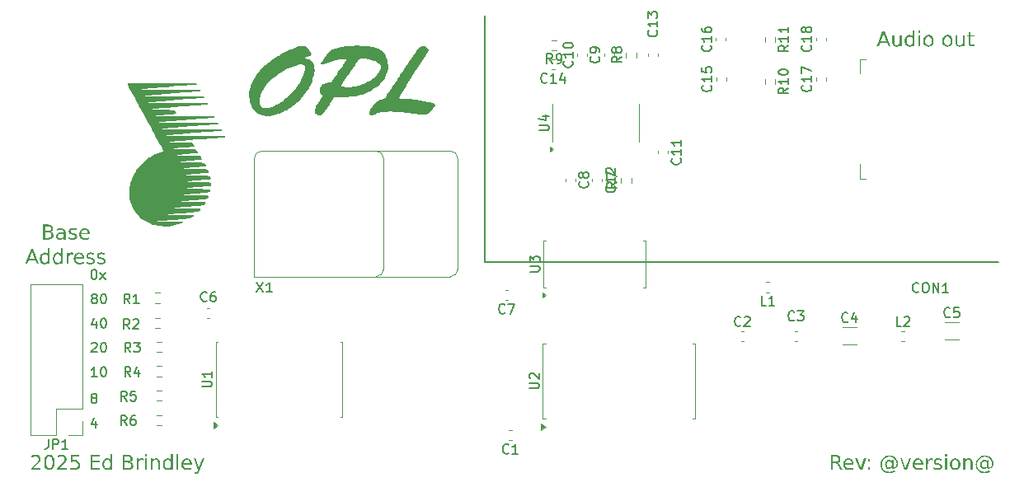
<source format=gbr>
%TF.GenerationSoftware,KiCad,Pcbnew,9.0.1+1*%
%TF.CreationDate,2025-08-21T22:40:51+00:00*%
%TF.ProjectId,rcbus-ymf262,72636275-732d-4796-9d66-3236322e6b69,@version@*%
%TF.SameCoordinates,Original*%
%TF.FileFunction,Legend,Top*%
%TF.FilePolarity,Positive*%
%FSLAX46Y46*%
G04 Gerber Fmt 4.6, Leading zero omitted, Abs format (unit mm)*
G04 Created by KiCad (PCBNEW 9.0.1+1) date 2025-08-21 22:40:51*
%MOMM*%
%LPD*%
G01*
G04 APERTURE LIST*
%ADD10C,0.150000*%
%ADD11C,0.300000*%
%ADD12C,0.187500*%
%ADD13C,0.120000*%
%ADD14C,0.100000*%
%ADD15C,0.000000*%
G04 APERTURE END LIST*
D10*
X107750000Y-114500000D02*
X107750000Y-139750000D01*
X107750000Y-139750000D02*
X160500000Y-139750000D01*
G36*
X149383619Y-117622500D02*
G01*
X149168380Y-117622500D01*
X149029070Y-117229757D01*
X148339389Y-117229757D01*
X148200079Y-117622500D01*
X147981817Y-117622500D01*
X148196650Y-117059764D01*
X148401946Y-117059764D01*
X148964498Y-117059764D01*
X148682672Y-116296902D01*
X148401946Y-117059764D01*
X148196650Y-117059764D01*
X148565894Y-116092562D01*
X148800550Y-116092562D01*
X149383619Y-117622500D01*
G37*
G36*
X149579898Y-117169490D02*
G01*
X149579898Y-116473581D01*
X149768393Y-116473581D01*
X149768393Y-117162346D01*
X149776691Y-117269343D01*
X149798787Y-117348526D01*
X149831865Y-117406345D01*
X149879669Y-117450472D01*
X149941714Y-117477811D01*
X150022558Y-117487677D01*
X150097629Y-117481106D01*
X150161567Y-117462422D01*
X150216464Y-117432352D01*
X150263809Y-117390499D01*
X150301313Y-117339651D01*
X150328879Y-117279752D01*
X150346291Y-117209060D01*
X150352469Y-117125343D01*
X150352469Y-116473581D01*
X150541055Y-116473581D01*
X150541055Y-117622500D01*
X150352469Y-117622500D01*
X150352469Y-117446645D01*
X150302562Y-117512002D01*
X150249519Y-117562981D01*
X150193100Y-117601342D01*
X150130848Y-117628892D01*
X150061149Y-117645902D01*
X149982533Y-117651809D01*
X149884918Y-117643278D01*
X149804395Y-117619350D01*
X149737638Y-117581355D01*
X149682297Y-117528985D01*
X149640176Y-117465607D01*
X149608208Y-117386853D01*
X149587431Y-117289464D01*
X149579898Y-117169490D01*
G37*
G36*
X151873705Y-117622500D02*
G01*
X151685119Y-117622500D01*
X151685119Y-117452506D01*
X151640889Y-117515540D01*
X151590974Y-117565119D01*
X151535001Y-117602807D01*
X151472758Y-117629309D01*
X151400809Y-117645948D01*
X151317289Y-117651809D01*
X151217199Y-117641209D01*
X151128990Y-117610412D01*
X151049998Y-117559268D01*
X150978585Y-117485479D01*
X150923448Y-117399667D01*
X150882752Y-117299928D01*
X150857060Y-117183746D01*
X150847977Y-117048040D01*
X151042699Y-117048040D01*
X151048883Y-117153601D01*
X151066109Y-117241482D01*
X151092847Y-117314496D01*
X151128245Y-117375020D01*
X151175518Y-117427307D01*
X151229435Y-117463727D01*
X151291313Y-117485848D01*
X151363360Y-117493539D01*
X151435455Y-117485853D01*
X151497449Y-117463737D01*
X151551535Y-117427315D01*
X151599023Y-117375020D01*
X151634666Y-117314461D01*
X151661572Y-117241434D01*
X151678899Y-117153565D01*
X151685119Y-117048040D01*
X151678898Y-116942512D01*
X151661569Y-116854660D01*
X151634662Y-116781667D01*
X151599023Y-116721152D01*
X151551529Y-116668812D01*
X151497441Y-116632363D01*
X151435449Y-116610232D01*
X151363360Y-116602541D01*
X151291319Y-116610237D01*
X151229443Y-116632373D01*
X151175524Y-116668819D01*
X151128245Y-116721152D01*
X151092850Y-116781632D01*
X151066112Y-116854613D01*
X151048885Y-116942476D01*
X151042699Y-117048040D01*
X150847977Y-117048040D01*
X150857060Y-116912335D01*
X150882752Y-116796153D01*
X150923448Y-116696413D01*
X150978585Y-116610601D01*
X151049998Y-116536813D01*
X151128990Y-116485669D01*
X151217199Y-116454871D01*
X151317289Y-116444272D01*
X151400804Y-116450143D01*
X151472753Y-116466812D01*
X151535001Y-116493365D01*
X151590970Y-116531000D01*
X151640885Y-116580547D01*
X151685119Y-116643574D01*
X151685119Y-116028082D01*
X151873705Y-116028082D01*
X151873705Y-117622500D01*
G37*
G36*
X152262051Y-116473581D02*
G01*
X152450637Y-116473581D01*
X152450637Y-117622500D01*
X152262051Y-117622500D01*
X152262051Y-116473581D01*
G37*
G36*
X152262051Y-116028082D02*
G01*
X152450637Y-116028082D01*
X152450637Y-116268417D01*
X152262051Y-116268417D01*
X152262051Y-116028082D01*
G37*
G36*
X153410779Y-116455095D02*
G01*
X153513235Y-116485850D01*
X153600931Y-116535380D01*
X153676309Y-116604465D01*
X153735239Y-116687781D01*
X153778955Y-116787247D01*
X153806786Y-116906017D01*
X153816718Y-117048040D01*
X153806808Y-117189492D01*
X153779010Y-117308043D01*
X153735296Y-117407566D01*
X153676309Y-117491158D01*
X153600902Y-117560462D01*
X153513195Y-117610129D01*
X153410749Y-117640960D01*
X153290069Y-117651809D01*
X153168790Y-117640935D01*
X153066077Y-117610064D01*
X152978372Y-117560394D01*
X152903189Y-117491158D01*
X152844452Y-117407602D01*
X152800905Y-117308091D01*
X152773206Y-117189528D01*
X152763329Y-117048040D01*
X152962173Y-117048040D01*
X152968466Y-117152836D01*
X152986032Y-117240423D01*
X153013385Y-117313535D01*
X153049734Y-117374471D01*
X153098025Y-117426906D01*
X153153129Y-117463516D01*
X153216399Y-117485790D01*
X153290069Y-117493539D01*
X153362580Y-117485811D01*
X153425243Y-117463527D01*
X153480205Y-117426764D01*
X153528756Y-117373921D01*
X153565399Y-117312714D01*
X153592917Y-117239560D01*
X153610557Y-117152223D01*
X153616866Y-117048040D01*
X153610576Y-116944434D01*
X153592964Y-116857336D01*
X153565448Y-116784153D01*
X153528756Y-116722709D01*
X153480170Y-116669593D01*
X153425195Y-116632667D01*
X153362546Y-116610297D01*
X153290069Y-116602541D01*
X153216943Y-116610268D01*
X153153914Y-116632516D01*
X153098801Y-116669149D01*
X153050284Y-116721701D01*
X153013693Y-116782627D01*
X152986172Y-116855719D01*
X152968502Y-116943276D01*
X152962173Y-117048040D01*
X152763329Y-117048040D01*
X152773227Y-116905981D01*
X152800960Y-116787198D01*
X152844509Y-116687746D01*
X152903189Y-116604465D01*
X152978343Y-116535447D01*
X153066036Y-116485914D01*
X153168760Y-116455121D01*
X153290069Y-116444272D01*
X153410779Y-116455095D01*
G37*
G36*
X155361302Y-116455095D02*
G01*
X155463758Y-116485850D01*
X155551454Y-116535380D01*
X155626832Y-116604465D01*
X155685763Y-116687781D01*
X155729479Y-116787247D01*
X155757309Y-116906017D01*
X155767241Y-117048040D01*
X155757331Y-117189492D01*
X155729533Y-117308043D01*
X155685820Y-117407566D01*
X155626832Y-117491158D01*
X155551425Y-117560462D01*
X155463718Y-117610129D01*
X155361272Y-117640960D01*
X155240593Y-117651809D01*
X155119313Y-117640935D01*
X155016600Y-117610064D01*
X154928895Y-117560394D01*
X154853712Y-117491158D01*
X154794975Y-117407602D01*
X154751429Y-117308091D01*
X154723729Y-117189528D01*
X154713852Y-117048040D01*
X154912697Y-117048040D01*
X154918989Y-117152836D01*
X154936556Y-117240423D01*
X154963909Y-117313535D01*
X155000258Y-117374471D01*
X155048548Y-117426906D01*
X155103652Y-117463516D01*
X155166923Y-117485790D01*
X155240593Y-117493539D01*
X155313104Y-117485811D01*
X155375766Y-117463527D01*
X155430728Y-117426764D01*
X155479279Y-117373921D01*
X155515922Y-117312714D01*
X155543441Y-117239560D01*
X155561081Y-117152223D01*
X155567390Y-117048040D01*
X155561099Y-116944434D01*
X155543487Y-116857336D01*
X155515971Y-116784153D01*
X155479279Y-116722709D01*
X155430694Y-116669593D01*
X155375719Y-116632667D01*
X155313069Y-116610297D01*
X155240593Y-116602541D01*
X155167467Y-116610268D01*
X155104438Y-116632516D01*
X155049325Y-116669149D01*
X155000807Y-116721701D01*
X154964216Y-116782627D01*
X154936695Y-116855719D01*
X154919025Y-116943276D01*
X154912697Y-117048040D01*
X154713852Y-117048040D01*
X154723751Y-116905981D01*
X154751483Y-116787198D01*
X154795032Y-116687746D01*
X154853712Y-116604465D01*
X154928866Y-116535447D01*
X155016560Y-116485914D01*
X155119283Y-116455121D01*
X155240593Y-116444272D01*
X155361302Y-116455095D01*
G37*
G36*
X156060149Y-117169490D02*
G01*
X156060149Y-116473581D01*
X156248644Y-116473581D01*
X156248644Y-117162346D01*
X156256942Y-117269343D01*
X156279038Y-117348526D01*
X156312116Y-117406345D01*
X156359920Y-117450472D01*
X156421965Y-117477811D01*
X156502809Y-117487677D01*
X156577880Y-117481106D01*
X156641818Y-117462422D01*
X156696715Y-117432352D01*
X156744060Y-117390499D01*
X156781564Y-117339651D01*
X156809130Y-117279752D01*
X156826542Y-117209060D01*
X156832720Y-117125343D01*
X156832720Y-116473581D01*
X157021306Y-116473581D01*
X157021306Y-117622500D01*
X156832720Y-117622500D01*
X156832720Y-117446645D01*
X156782813Y-117512002D01*
X156729770Y-117562981D01*
X156673352Y-117601342D01*
X156611099Y-117628892D01*
X156541400Y-117645902D01*
X156462784Y-117651809D01*
X156365169Y-117643278D01*
X156284646Y-117619350D01*
X156217889Y-117581355D01*
X156162548Y-117528985D01*
X156120427Y-117465607D01*
X156088459Y-117386853D01*
X156067683Y-117289464D01*
X156060149Y-117169490D01*
G37*
G36*
X157596681Y-116145319D02*
G01*
X157596681Y-116473581D01*
X157985027Y-116473581D01*
X157985027Y-116620127D01*
X157596681Y-116620127D01*
X157596681Y-117243679D01*
X157602542Y-117338150D01*
X157616604Y-117393984D01*
X157635058Y-117424205D01*
X157664046Y-117444052D01*
X157713127Y-117458423D01*
X157791404Y-117464230D01*
X157985027Y-117464230D01*
X157985027Y-117622500D01*
X157791404Y-117622500D01*
X157678256Y-117615906D01*
X157594369Y-117598471D01*
X157533402Y-117572952D01*
X157490161Y-117540892D01*
X157457470Y-117498163D01*
X157431541Y-117437984D01*
X157413861Y-117355248D01*
X157407179Y-117243679D01*
X157407179Y-116620127D01*
X157268785Y-116620127D01*
X157268785Y-116473581D01*
X157407179Y-116473581D01*
X157407179Y-116145319D01*
X157596681Y-116145319D01*
G37*
D11*
G36*
X143863525Y-159600794D02*
G01*
X143970158Y-159623317D01*
X144054733Y-159657647D01*
X144121297Y-159702472D01*
X144175798Y-159761605D01*
X144215805Y-159834467D01*
X144241281Y-159923991D01*
X144250441Y-160034214D01*
X144242372Y-160128696D01*
X144219611Y-160207843D01*
X144183305Y-160274549D01*
X144132834Y-160330812D01*
X144068628Y-160374902D01*
X143988124Y-160407082D01*
X144051120Y-160440411D01*
X144117725Y-160503252D01*
X144177580Y-160585373D01*
X144244304Y-160705577D01*
X144454414Y-161122500D01*
X144232031Y-161122500D01*
X144036301Y-160731131D01*
X143980204Y-160630879D01*
X143931534Y-160566170D01*
X143889206Y-160527799D01*
X143839305Y-160501234D01*
X143775772Y-160483995D01*
X143695124Y-160477698D01*
X143469719Y-160477698D01*
X143469719Y-161122500D01*
X143262723Y-161122500D01*
X143262723Y-160307705D01*
X143469719Y-160307705D01*
X143729929Y-160307705D01*
X143827408Y-160298863D01*
X143900872Y-160274969D01*
X143955884Y-160238279D01*
X143996944Y-160187169D01*
X144022851Y-160120695D01*
X144032271Y-160034123D01*
X144022827Y-159947574D01*
X143996906Y-159881476D01*
X143955884Y-159830974D01*
X143900955Y-159794856D01*
X143827496Y-159771287D01*
X143729929Y-159762555D01*
X143469719Y-159762555D01*
X143469719Y-160307705D01*
X143262723Y-160307705D01*
X143262723Y-159592562D01*
X143729929Y-159592562D01*
X143863525Y-159600794D01*
G37*
G36*
X145213193Y-159954314D02*
G01*
X145310231Y-159982889D01*
X145393674Y-160028932D01*
X145465763Y-160093107D01*
X145522767Y-160170821D01*
X145564660Y-160262245D01*
X145591111Y-160370011D01*
X145600493Y-160497482D01*
X145600493Y-160589073D01*
X144733584Y-160589073D01*
X144746715Y-160687692D01*
X144771343Y-160768874D01*
X144806189Y-160835582D01*
X144850912Y-160890133D01*
X144906266Y-160933925D01*
X144971997Y-160966037D01*
X145050162Y-160986325D01*
X145143454Y-160993539D01*
X145250802Y-160986895D01*
X145354022Y-160967161D01*
X145454738Y-160934541D01*
X145556438Y-160888026D01*
X145556438Y-161063881D01*
X145453531Y-161101753D01*
X145348343Y-161129277D01*
X145241133Y-161146166D01*
X145132188Y-161151809D01*
X145021687Y-161144716D01*
X144924752Y-161124454D01*
X144839395Y-161092062D01*
X144763965Y-161047896D01*
X144697222Y-160991616D01*
X144640819Y-160924910D01*
X144596595Y-160849641D01*
X144564188Y-160764591D01*
X144543932Y-160668131D01*
X144536846Y-160558299D01*
X144545450Y-160443535D01*
X144739720Y-160443535D01*
X145411907Y-160442527D01*
X145400557Y-160342391D01*
X145371328Y-160261231D01*
X145325354Y-160195048D01*
X145263720Y-160144150D01*
X145190265Y-160113340D01*
X145101413Y-160102541D01*
X144999716Y-160113251D01*
X144916879Y-160143376D01*
X144848805Y-160191934D01*
X144796127Y-160257040D01*
X144759446Y-160339447D01*
X144739720Y-160443535D01*
X144545450Y-160443535D01*
X144547384Y-160417739D01*
X144577155Y-160298492D01*
X144624436Y-160196907D01*
X144688979Y-160110143D01*
X144753108Y-160051197D01*
X144824921Y-160005425D01*
X144905496Y-159972154D01*
X144996359Y-159951480D01*
X145099398Y-159944272D01*
X145213193Y-159954314D01*
G37*
G36*
X145774608Y-159973581D02*
G01*
X145974460Y-159973581D01*
X146333130Y-160937852D01*
X146691709Y-159973581D01*
X146891561Y-159973581D01*
X146461174Y-161122500D01*
X146204994Y-161122500D01*
X145774608Y-159973581D01*
G37*
G36*
X147085001Y-160864579D02*
G01*
X147301248Y-160864579D01*
X147301248Y-161122500D01*
X147085001Y-161122500D01*
X147085001Y-160864579D01*
G37*
G36*
X147085001Y-160038061D02*
G01*
X147301248Y-160038061D01*
X147301248Y-160295982D01*
X147085001Y-160295982D01*
X147085001Y-160038061D01*
G37*
G36*
X149433936Y-159655416D02*
G01*
X149567789Y-159685154D01*
X149694339Y-159734345D01*
X149811866Y-159802072D01*
X149915478Y-159885967D01*
X150006390Y-159987045D01*
X150074246Y-160091809D01*
X150123718Y-160204940D01*
X150154052Y-160324432D01*
X150164201Y-160448389D01*
X150157015Y-160556369D01*
X150136482Y-160650988D01*
X150103615Y-160734259D01*
X150058696Y-160807831D01*
X150001261Y-160872914D01*
X149915728Y-160939074D01*
X149814384Y-160988509D01*
X149694245Y-161020927D01*
X149551457Y-161034572D01*
X149551457Y-160875020D01*
X149484376Y-160944465D01*
X149410590Y-160991341D01*
X149326778Y-161018929D01*
X149225576Y-161028710D01*
X149139959Y-161020418D01*
X149065017Y-160996481D01*
X148998571Y-160957182D01*
X148939171Y-160901307D01*
X148892224Y-160834885D01*
X148858000Y-160758665D01*
X148836599Y-160670839D01*
X148829078Y-160569106D01*
X148829160Y-160568007D01*
X148993026Y-160568007D01*
X149001994Y-160663341D01*
X149026775Y-160738758D01*
X149065750Y-160798542D01*
X149119299Y-160844370D01*
X149184712Y-160872294D01*
X149265601Y-160882165D01*
X149345753Y-160872253D01*
X149410626Y-160844178D01*
X149463804Y-160797992D01*
X149502575Y-160737978D01*
X149527183Y-160662696D01*
X149536070Y-160568007D01*
X149527071Y-160474863D01*
X149502014Y-160400049D01*
X149462247Y-160339671D01*
X149408108Y-160293049D01*
X149342982Y-160264851D01*
X149263495Y-160254949D01*
X149184715Y-160264778D01*
X149120093Y-160292785D01*
X149066299Y-160339121D01*
X149026907Y-160399193D01*
X149001998Y-160474143D01*
X148993026Y-160568007D01*
X148829160Y-160568007D01*
X148836626Y-160467368D01*
X148858117Y-160379439D01*
X148892508Y-160303033D01*
X148939720Y-160236356D01*
X148999382Y-160180146D01*
X149065846Y-160140687D01*
X149140533Y-160116699D01*
X149225576Y-160108403D01*
X149326808Y-160118310D01*
X149411048Y-160146322D01*
X149485267Y-160193269D01*
X149551457Y-160261086D01*
X149551457Y-160131851D01*
X149698003Y-160131851D01*
X149698003Y-160882165D01*
X149770182Y-160864726D01*
X149832278Y-160836286D01*
X149885910Y-160796916D01*
X149932110Y-160745785D01*
X149977649Y-160665793D01*
X150006383Y-160568891D01*
X150016648Y-160450954D01*
X150008414Y-160343979D01*
X149984316Y-160245607D01*
X149943942Y-160153464D01*
X149886497Y-160067737D01*
X149809968Y-159985207D01*
X149723697Y-159917234D01*
X149626745Y-159862939D01*
X149522606Y-159823739D01*
X149411889Y-159799959D01*
X149293262Y-159791864D01*
X149169141Y-159800290D01*
X149051461Y-159825204D01*
X148939795Y-159866624D01*
X148837322Y-159923939D01*
X148737664Y-160000999D01*
X148654175Y-160091925D01*
X148585721Y-160197979D01*
X148535443Y-160313788D01*
X148505257Y-160435594D01*
X148495046Y-160565076D01*
X148501725Y-160672445D01*
X148521418Y-160773881D01*
X148553939Y-160870349D01*
X148599102Y-160961462D01*
X148655792Y-161044851D01*
X148724573Y-161121217D01*
X148800137Y-161186647D01*
X148882872Y-161240596D01*
X148973517Y-161283517D01*
X149069183Y-161314359D01*
X149169668Y-161333049D01*
X149275860Y-161339387D01*
X149406551Y-161328429D01*
X149535612Y-161295332D01*
X149657988Y-161241835D01*
X149769719Y-161169394D01*
X149861951Y-161280769D01*
X149773753Y-161342062D01*
X149680829Y-161392719D01*
X149582690Y-161433085D01*
X149480873Y-161462573D01*
X149378798Y-161480101D01*
X149275860Y-161485933D01*
X149150781Y-161478351D01*
X149031904Y-161455949D01*
X148918196Y-161418888D01*
X148810318Y-161367462D01*
X148710834Y-161302669D01*
X148618968Y-161223891D01*
X148538273Y-161133838D01*
X148471872Y-161035328D01*
X148419117Y-160927502D01*
X148381269Y-160813453D01*
X148358311Y-160693207D01*
X148350515Y-160565626D01*
X148358329Y-160442820D01*
X148381548Y-160324759D01*
X148420216Y-160210436D01*
X148473418Y-160102094D01*
X148539494Y-160003403D01*
X148618968Y-159913497D01*
X148711683Y-159833586D01*
X148813175Y-159767418D01*
X148924333Y-159714470D01*
X149041496Y-159676199D01*
X149163427Y-159653116D01*
X149291155Y-159645319D01*
X149433936Y-159655416D01*
G37*
G36*
X150374678Y-159973581D02*
G01*
X150574529Y-159973581D01*
X150933200Y-160937852D01*
X151291779Y-159973581D01*
X151491631Y-159973581D01*
X151061244Y-161122500D01*
X150805064Y-161122500D01*
X150374678Y-159973581D01*
G37*
G36*
X152347038Y-159954314D02*
G01*
X152444076Y-159982889D01*
X152527519Y-160028932D01*
X152599608Y-160093107D01*
X152656612Y-160170821D01*
X152698505Y-160262245D01*
X152724956Y-160370011D01*
X152734338Y-160497482D01*
X152734338Y-160589073D01*
X151867429Y-160589073D01*
X151880560Y-160687692D01*
X151905188Y-160768874D01*
X151940034Y-160835582D01*
X151984757Y-160890133D01*
X152040111Y-160933925D01*
X152105842Y-160966037D01*
X152184007Y-160986325D01*
X152277299Y-160993539D01*
X152384648Y-160986895D01*
X152487867Y-160967161D01*
X152588583Y-160934541D01*
X152690283Y-160888026D01*
X152690283Y-161063881D01*
X152587376Y-161101753D01*
X152482188Y-161129277D01*
X152374979Y-161146166D01*
X152266033Y-161151809D01*
X152155532Y-161144716D01*
X152058597Y-161124454D01*
X151973240Y-161092062D01*
X151897810Y-161047896D01*
X151831067Y-160991616D01*
X151774664Y-160924910D01*
X151730440Y-160849641D01*
X151698033Y-160764591D01*
X151677777Y-160668131D01*
X151670691Y-160558299D01*
X151679295Y-160443535D01*
X151873565Y-160443535D01*
X152545752Y-160442527D01*
X152534402Y-160342391D01*
X152505174Y-160261231D01*
X152459199Y-160195048D01*
X152397565Y-160144150D01*
X152324110Y-160113340D01*
X152235259Y-160102541D01*
X152133561Y-160113251D01*
X152050724Y-160143376D01*
X151982650Y-160191934D01*
X151929972Y-160257040D01*
X151893292Y-160339447D01*
X151873565Y-160443535D01*
X151679295Y-160443535D01*
X151681229Y-160417739D01*
X151711000Y-160298492D01*
X151758281Y-160196907D01*
X151822824Y-160110143D01*
X151886953Y-160051197D01*
X151958766Y-160005425D01*
X152039341Y-159972154D01*
X152130204Y-159951480D01*
X152233244Y-159944272D01*
X152347038Y-159954314D01*
G37*
G36*
X153708776Y-160149436D02*
G01*
X153639624Y-160122875D01*
X153557101Y-160114265D01*
X153478550Y-160121363D01*
X153413038Y-160141389D01*
X153358018Y-160173431D01*
X153311728Y-160217946D01*
X153276385Y-160271366D01*
X153249687Y-160337016D01*
X153232418Y-160417414D01*
X153226182Y-160515617D01*
X153226182Y-161122500D01*
X153036589Y-161122500D01*
X153036589Y-159973581D01*
X153226182Y-159973581D01*
X153226182Y-160149436D01*
X153270772Y-160084791D01*
X153322176Y-160033767D01*
X153380880Y-159994830D01*
X153446294Y-159967584D01*
X153522767Y-159950367D01*
X153612422Y-159944272D01*
X153655470Y-159947203D01*
X153707768Y-159955996D01*
X153708776Y-160149436D01*
G37*
G36*
X154638517Y-160008752D02*
G01*
X154638517Y-160184607D01*
X154556871Y-160148647D01*
X154472462Y-160123058D01*
X154385354Y-160107723D01*
X154294226Y-160102541D01*
X154200942Y-160108302D01*
X154132642Y-160123461D01*
X154083658Y-160145589D01*
X154044610Y-160179086D01*
X154021577Y-160221099D01*
X154013499Y-160274458D01*
X154019260Y-160315602D01*
X154035802Y-160349271D01*
X154063691Y-160377315D01*
X154127731Y-160409592D01*
X154265558Y-160448481D01*
X154330129Y-160462769D01*
X154462276Y-160499431D01*
X154554200Y-160540631D01*
X154615436Y-160584677D01*
X154661334Y-160642173D01*
X154689794Y-160713943D01*
X154699974Y-160804221D01*
X154691781Y-160881504D01*
X154668173Y-160948218D01*
X154629263Y-161006657D01*
X154573395Y-161058203D01*
X154508689Y-161097036D01*
X154430882Y-161126277D01*
X154337486Y-161145071D01*
X154225532Y-161151809D01*
X154132631Y-161147163D01*
X154033466Y-161132758D01*
X153932786Y-161109465D01*
X153822898Y-161075605D01*
X153822898Y-160882165D01*
X153928157Y-160931511D01*
X154028795Y-160965696D01*
X154130446Y-160986674D01*
X154229654Y-160993539D01*
X154317782Y-160987569D01*
X154384593Y-160971575D01*
X154434635Y-160947652D01*
X154474894Y-160912366D01*
X154498282Y-160870034D01*
X154506351Y-160818234D01*
X154500189Y-160769182D01*
X154482894Y-160730502D01*
X154454602Y-160699715D01*
X154416495Y-160677130D01*
X154345787Y-160650637D01*
X154227639Y-160620306D01*
X154162060Y-160605010D01*
X154047496Y-160572958D01*
X153965539Y-160534705D01*
X153908902Y-160491803D01*
X153866653Y-160436441D01*
X153840419Y-160367890D01*
X153831050Y-160282335D01*
X153838743Y-160203472D01*
X153860603Y-160137065D01*
X153895979Y-160080583D01*
X153945813Y-160032383D01*
X154004599Y-159996070D01*
X154076642Y-159968539D01*
X154164612Y-159950709D01*
X154271694Y-159944272D01*
X154374498Y-159948415D01*
X154468432Y-159960392D01*
X154558182Y-159980859D01*
X154638517Y-160008752D01*
G37*
G36*
X155000118Y-159973581D02*
G01*
X155188704Y-159973581D01*
X155188704Y-161122500D01*
X155000118Y-161122500D01*
X155000118Y-159973581D01*
G37*
G36*
X155000118Y-159528082D02*
G01*
X155188704Y-159528082D01*
X155188704Y-159768417D01*
X155000118Y-159768417D01*
X155000118Y-159528082D01*
G37*
G36*
X156148846Y-159955095D02*
G01*
X156251302Y-159985850D01*
X156338998Y-160035380D01*
X156414376Y-160104465D01*
X156473306Y-160187781D01*
X156517022Y-160287247D01*
X156544853Y-160406017D01*
X156554785Y-160548040D01*
X156544875Y-160689492D01*
X156517077Y-160808043D01*
X156473363Y-160907566D01*
X156414376Y-160991158D01*
X156338969Y-161060462D01*
X156251262Y-161110129D01*
X156148816Y-161140960D01*
X156028136Y-161151809D01*
X155906857Y-161140935D01*
X155804144Y-161110064D01*
X155716439Y-161060394D01*
X155641256Y-160991158D01*
X155582519Y-160907602D01*
X155538972Y-160808091D01*
X155511273Y-160689528D01*
X155501396Y-160548040D01*
X155700240Y-160548040D01*
X155706533Y-160652836D01*
X155724100Y-160740423D01*
X155751452Y-160813535D01*
X155787801Y-160874471D01*
X155836092Y-160926906D01*
X155891196Y-160963516D01*
X155954466Y-160985790D01*
X156028136Y-160993539D01*
X156100648Y-160985811D01*
X156163310Y-160963527D01*
X156218272Y-160926764D01*
X156266823Y-160873921D01*
X156303466Y-160812714D01*
X156330984Y-160739560D01*
X156348624Y-160652223D01*
X156354933Y-160548040D01*
X156348643Y-160444434D01*
X156331031Y-160357336D01*
X156303515Y-160284153D01*
X156266823Y-160222709D01*
X156218237Y-160169593D01*
X156163262Y-160132667D01*
X156100613Y-160110297D01*
X156028136Y-160102541D01*
X155955010Y-160110268D01*
X155891981Y-160132516D01*
X155836868Y-160169149D01*
X155788351Y-160221701D01*
X155751760Y-160282627D01*
X155724239Y-160355719D01*
X155706569Y-160443276D01*
X155700240Y-160548040D01*
X155501396Y-160548040D01*
X155511294Y-160405981D01*
X155539027Y-160287198D01*
X155582576Y-160187746D01*
X155641256Y-160104465D01*
X155716410Y-160035447D01*
X155804103Y-159985914D01*
X155906827Y-159955121D01*
X156028136Y-159944272D01*
X156148846Y-159955095D01*
G37*
G36*
X157821123Y-160427140D02*
G01*
X157821123Y-161122500D01*
X157632537Y-161122500D01*
X157632537Y-160433368D01*
X157624214Y-160326124D01*
X157602075Y-160246975D01*
X157568973Y-160189370D01*
X157521256Y-160145459D01*
X157459274Y-160118233D01*
X157378463Y-160108403D01*
X157303404Y-160114997D01*
X157239559Y-160133736D01*
X157184815Y-160163887D01*
X157137670Y-160205856D01*
X157100427Y-160256711D01*
X157073027Y-160316668D01*
X157055708Y-160387479D01*
X157049560Y-160471379D01*
X157049560Y-161122500D01*
X156859966Y-161122500D01*
X156859966Y-159973581D01*
X157049560Y-159973581D01*
X157049560Y-160149436D01*
X157098766Y-160084816D01*
X157151770Y-160033967D01*
X157208837Y-159995288D01*
X157271823Y-159967393D01*
X157341907Y-159950220D01*
X157420504Y-159944272D01*
X157518156Y-159952805D01*
X157598469Y-159976708D01*
X157664833Y-160014617D01*
X157719640Y-160066821D01*
X157761293Y-160129904D01*
X157792984Y-160208635D01*
X157813626Y-160306363D01*
X157821123Y-160427140D01*
G37*
G36*
X159221724Y-159655416D02*
G01*
X159355577Y-159685154D01*
X159482127Y-159734345D01*
X159599654Y-159802072D01*
X159703265Y-159885967D01*
X159794178Y-159987045D01*
X159862034Y-160091809D01*
X159911506Y-160204940D01*
X159941840Y-160324432D01*
X159951989Y-160448389D01*
X159944803Y-160556369D01*
X159924270Y-160650988D01*
X159891403Y-160734259D01*
X159846484Y-160807831D01*
X159789049Y-160872914D01*
X159703516Y-160939074D01*
X159602172Y-160988509D01*
X159482033Y-161020927D01*
X159339245Y-161034572D01*
X159339245Y-160875020D01*
X159272164Y-160944465D01*
X159198378Y-160991341D01*
X159114566Y-161018929D01*
X159013364Y-161028710D01*
X158927747Y-161020418D01*
X158852805Y-160996481D01*
X158786359Y-160957182D01*
X158726959Y-160901307D01*
X158680012Y-160834885D01*
X158645788Y-160758665D01*
X158624387Y-160670839D01*
X158616866Y-160569106D01*
X158616948Y-160568007D01*
X158780814Y-160568007D01*
X158789782Y-160663341D01*
X158814563Y-160738758D01*
X158853538Y-160798542D01*
X158907087Y-160844370D01*
X158972500Y-160872294D01*
X159053389Y-160882165D01*
X159133541Y-160872253D01*
X159198414Y-160844178D01*
X159251592Y-160797992D01*
X159290363Y-160737978D01*
X159314970Y-160662696D01*
X159323858Y-160568007D01*
X159314859Y-160474863D01*
X159289802Y-160400049D01*
X159250035Y-160339671D01*
X159195896Y-160293049D01*
X159130770Y-160264851D01*
X159051283Y-160254949D01*
X158972503Y-160264778D01*
X158907881Y-160292785D01*
X158854087Y-160339121D01*
X158814695Y-160399193D01*
X158789786Y-160474143D01*
X158780814Y-160568007D01*
X158616948Y-160568007D01*
X158624414Y-160467368D01*
X158645904Y-160379439D01*
X158680296Y-160303033D01*
X158727508Y-160236356D01*
X158787169Y-160180146D01*
X158853634Y-160140687D01*
X158928321Y-160116699D01*
X159013364Y-160108403D01*
X159114596Y-160118310D01*
X159198836Y-160146322D01*
X159273054Y-160193269D01*
X159339245Y-160261086D01*
X159339245Y-160131851D01*
X159485791Y-160131851D01*
X159485791Y-160882165D01*
X159557970Y-160864726D01*
X159620066Y-160836286D01*
X159673697Y-160796916D01*
X159719897Y-160745785D01*
X159765437Y-160665793D01*
X159794171Y-160568891D01*
X159804436Y-160450954D01*
X159796202Y-160343979D01*
X159772104Y-160245607D01*
X159731730Y-160153464D01*
X159674285Y-160067737D01*
X159597755Y-159985207D01*
X159511485Y-159917234D01*
X159414533Y-159862939D01*
X159310394Y-159823739D01*
X159199677Y-159799959D01*
X159081050Y-159791864D01*
X158956928Y-159800290D01*
X158839249Y-159825204D01*
X158727583Y-159866624D01*
X158625109Y-159923939D01*
X158525452Y-160000999D01*
X158441963Y-160091925D01*
X158373509Y-160197979D01*
X158323231Y-160313788D01*
X158293045Y-160435594D01*
X158282834Y-160565076D01*
X158289513Y-160672445D01*
X158309206Y-160773881D01*
X158341727Y-160870349D01*
X158386889Y-160961462D01*
X158443580Y-161044851D01*
X158512361Y-161121217D01*
X158587924Y-161186647D01*
X158670660Y-161240596D01*
X158761305Y-161283517D01*
X158856971Y-161314359D01*
X158957456Y-161333049D01*
X159063647Y-161339387D01*
X159194339Y-161328429D01*
X159323400Y-161295332D01*
X159445776Y-161241835D01*
X159557506Y-161169394D01*
X159649739Y-161280769D01*
X159561541Y-161342062D01*
X159468617Y-161392719D01*
X159370478Y-161433085D01*
X159268661Y-161462573D01*
X159166586Y-161480101D01*
X159063647Y-161485933D01*
X158938569Y-161478351D01*
X158819692Y-161455949D01*
X158705984Y-161418888D01*
X158598106Y-161367462D01*
X158498622Y-161302669D01*
X158406756Y-161223891D01*
X158326061Y-161133838D01*
X158259660Y-161035328D01*
X158206905Y-160927502D01*
X158169057Y-160813453D01*
X158146099Y-160693207D01*
X158138303Y-160565626D01*
X158146117Y-160442820D01*
X158169336Y-160324759D01*
X158208004Y-160210436D01*
X158261206Y-160102094D01*
X158327282Y-160003403D01*
X158406756Y-159913497D01*
X158499471Y-159833586D01*
X158600963Y-159767418D01*
X158712121Y-159714470D01*
X158829284Y-159676199D01*
X158951215Y-159653116D01*
X159078943Y-159645319D01*
X159221724Y-159655416D01*
G37*
G36*
X61402725Y-160946645D02*
G01*
X62125104Y-160946645D01*
X62125104Y-161122500D01*
X61153689Y-161122500D01*
X61153689Y-160946645D01*
X61474899Y-160619665D01*
X61730530Y-160355150D01*
X61819828Y-160245523D01*
X61869382Y-160166380D01*
X61899356Y-160088314D01*
X61908858Y-160014431D01*
X61899032Y-159937038D01*
X61870705Y-159871825D01*
X61823312Y-159815861D01*
X61762270Y-159774094D01*
X61689084Y-159748252D01*
X61600471Y-159739108D01*
X61502348Y-159747153D01*
X61394940Y-159772539D01*
X61286433Y-159813168D01*
X61163948Y-159873930D01*
X61163948Y-159662904D01*
X61287744Y-159618684D01*
X61397505Y-159588441D01*
X61504274Y-159569207D01*
X61596349Y-159563253D01*
X61715185Y-159571546D01*
X61816116Y-159594944D01*
X61902084Y-159631956D01*
X61975444Y-159682138D01*
X62037197Y-159746419D01*
X62080824Y-159819465D01*
X62107550Y-159903036D01*
X62116861Y-159999776D01*
X62107964Y-160091914D01*
X62081507Y-160178654D01*
X62035686Y-160264483D01*
X61952913Y-160377956D01*
X61789972Y-160549597D01*
X61402725Y-160946645D01*
G37*
G36*
X63102948Y-159571903D02*
G01*
X63190588Y-159596689D01*
X63267438Y-159636848D01*
X63335261Y-159692952D01*
X63395014Y-159766860D01*
X63450042Y-159869589D01*
X63492621Y-159998578D01*
X63520630Y-160159299D01*
X63530844Y-160358080D01*
X63520642Y-160556238D01*
X63492653Y-160716625D01*
X63450076Y-160845505D01*
X63395014Y-160948293D01*
X63335266Y-161022163D01*
X63267446Y-161078242D01*
X63190596Y-161118385D01*
X63102953Y-161143162D01*
X63002089Y-161151809D01*
X62901226Y-161143163D01*
X62813572Y-161118387D01*
X62736703Y-161078245D01*
X62668855Y-161022165D01*
X62609071Y-160948293D01*
X62554050Y-160845511D01*
X62511501Y-160716633D01*
X62483529Y-160556244D01*
X62473333Y-160358080D01*
X62681337Y-160358080D01*
X62687627Y-160521857D01*
X62704650Y-160651455D01*
X62729985Y-160752580D01*
X62761754Y-160830324D01*
X62809018Y-160901555D01*
X62863785Y-160949438D01*
X62927191Y-160977859D01*
X63002089Y-160987677D01*
X63077517Y-160977832D01*
X63141229Y-160949367D01*
X63196115Y-160901477D01*
X63243340Y-160830324D01*
X63275146Y-160752575D01*
X63300510Y-160651448D01*
X63317551Y-160521852D01*
X63323848Y-160358080D01*
X63317542Y-160193680D01*
X63300487Y-160063753D01*
X63275122Y-159962521D01*
X63243340Y-159884829D01*
X63196110Y-159813628D01*
X63141221Y-159765712D01*
X63077511Y-159737233D01*
X63002089Y-159727384D01*
X62927197Y-159737207D01*
X62863793Y-159765641D01*
X62809024Y-159813551D01*
X62761754Y-159884829D01*
X62730009Y-159962516D01*
X62704673Y-160063746D01*
X62687636Y-160193675D01*
X62681337Y-160358080D01*
X62473333Y-160358080D01*
X62483541Y-160159292D01*
X62511532Y-159998570D01*
X62554084Y-159869583D01*
X62609071Y-159766860D01*
X62668860Y-159692950D01*
X62736711Y-159636845D01*
X62813580Y-159596686D01*
X62901231Y-159571902D01*
X63002089Y-159563253D01*
X63102948Y-159571903D01*
G37*
G36*
X64072788Y-160946645D02*
G01*
X64795167Y-160946645D01*
X64795167Y-161122500D01*
X63823752Y-161122500D01*
X63823752Y-160946645D01*
X64144962Y-160619665D01*
X64400593Y-160355150D01*
X64489891Y-160245523D01*
X64539445Y-160166380D01*
X64569419Y-160088314D01*
X64578920Y-160014431D01*
X64569095Y-159937038D01*
X64540768Y-159871825D01*
X64493374Y-159815861D01*
X64432333Y-159774094D01*
X64359146Y-159748252D01*
X64270533Y-159739108D01*
X64172411Y-159747153D01*
X64065003Y-159772539D01*
X63956495Y-159813168D01*
X63834010Y-159873930D01*
X63834010Y-159662904D01*
X63957807Y-159618684D01*
X64067568Y-159588441D01*
X64174337Y-159569207D01*
X64266412Y-159563253D01*
X64385247Y-159571546D01*
X64486179Y-159594944D01*
X64572146Y-159631956D01*
X64645507Y-159682138D01*
X64707260Y-159746419D01*
X64750886Y-159819465D01*
X64777613Y-159903036D01*
X64786924Y-159999776D01*
X64778027Y-160091914D01*
X64751570Y-160178654D01*
X64705749Y-160264483D01*
X64622976Y-160377956D01*
X64460035Y-160549597D01*
X64072788Y-160946645D01*
G37*
G36*
X65231507Y-159592562D02*
G01*
X66044103Y-159592562D01*
X66044103Y-159768417D01*
X65421100Y-159768417D01*
X65421100Y-160139453D01*
X65511226Y-160116188D01*
X65601443Y-160108403D01*
X65728814Y-160118133D01*
X65836781Y-160145626D01*
X65928709Y-160189328D01*
X66007192Y-160249087D01*
X66071545Y-160324008D01*
X66117885Y-160410785D01*
X66146712Y-160511745D01*
X66156851Y-160630106D01*
X66146315Y-160752133D01*
X66116550Y-160854624D01*
X66068977Y-160941264D01*
X66003162Y-161014697D01*
X65923149Y-161072035D01*
X65826592Y-161114730D01*
X65710177Y-161142028D01*
X65569753Y-161151809D01*
X65473092Y-161147827D01*
X65373473Y-161135689D01*
X65273146Y-161115830D01*
X65167027Y-161087329D01*
X65167027Y-160882165D01*
X65261083Y-160923602D01*
X65357628Y-160952781D01*
X65457777Y-160970045D01*
X65565631Y-160975954D01*
X65654019Y-160969476D01*
X65728812Y-160951207D01*
X65792321Y-160922269D01*
X65846358Y-160882897D01*
X65891035Y-160833016D01*
X65923046Y-160775385D01*
X65942888Y-160708471D01*
X65949856Y-160630106D01*
X65942887Y-160551739D01*
X65923042Y-160484843D01*
X65891032Y-160427243D01*
X65846358Y-160377406D01*
X65792316Y-160337996D01*
X65728793Y-160309030D01*
X65653972Y-160290743D01*
X65565539Y-160284258D01*
X65482863Y-160288885D01*
X65400034Y-160302851D01*
X65317876Y-160326099D01*
X65231507Y-160360462D01*
X65231507Y-159592562D01*
G37*
G36*
X67212896Y-159592562D02*
G01*
X68180190Y-159592562D01*
X68180190Y-159768417D01*
X67419892Y-159768417D01*
X67419892Y-160219778D01*
X68148408Y-160219778D01*
X68148408Y-160395633D01*
X67419892Y-160395633D01*
X67419892Y-160946645D01*
X68198599Y-160946645D01*
X68198599Y-161122500D01*
X67212896Y-161122500D01*
X67212896Y-159592562D01*
G37*
G36*
X69474646Y-161122500D02*
G01*
X69286060Y-161122500D01*
X69286060Y-160952506D01*
X69241830Y-161015540D01*
X69191915Y-161065119D01*
X69135942Y-161102807D01*
X69073699Y-161129309D01*
X69001750Y-161145948D01*
X68918230Y-161151809D01*
X68818141Y-161141209D01*
X68729931Y-161110412D01*
X68650939Y-161059268D01*
X68579527Y-160985479D01*
X68524389Y-160899667D01*
X68483693Y-160799928D01*
X68458001Y-160683746D01*
X68448918Y-160548040D01*
X68643640Y-160548040D01*
X68649825Y-160653601D01*
X68667050Y-160741482D01*
X68693788Y-160814496D01*
X68729187Y-160875020D01*
X68776459Y-160927307D01*
X68830376Y-160963727D01*
X68892254Y-160985848D01*
X68964301Y-160993539D01*
X69036396Y-160985853D01*
X69098390Y-160963737D01*
X69152476Y-160927315D01*
X69199965Y-160875020D01*
X69235607Y-160814461D01*
X69262513Y-160741434D01*
X69279841Y-160653565D01*
X69286060Y-160548040D01*
X69279839Y-160442512D01*
X69262510Y-160354660D01*
X69235604Y-160281667D01*
X69199965Y-160221152D01*
X69152470Y-160168812D01*
X69098382Y-160132363D01*
X69036390Y-160110232D01*
X68964301Y-160102541D01*
X68892260Y-160110237D01*
X68830384Y-160132373D01*
X68776465Y-160168819D01*
X68729187Y-160221152D01*
X68693791Y-160281632D01*
X68667054Y-160354613D01*
X68649826Y-160442476D01*
X68643640Y-160548040D01*
X68448918Y-160548040D01*
X68458001Y-160412335D01*
X68483693Y-160296153D01*
X68524389Y-160196413D01*
X68579527Y-160110601D01*
X68650939Y-160036813D01*
X68729931Y-159985669D01*
X68818141Y-159954871D01*
X68918230Y-159944272D01*
X69001745Y-159950143D01*
X69073694Y-159966812D01*
X69135942Y-159993365D01*
X69191911Y-160031000D01*
X69241826Y-160080547D01*
X69286060Y-160143574D01*
X69286060Y-159528082D01*
X69474646Y-159528082D01*
X69474646Y-161122500D01*
G37*
G36*
X71186806Y-159599785D02*
G01*
X71285335Y-159619781D01*
X71365887Y-159650632D01*
X71431489Y-159691297D01*
X71487068Y-159745277D01*
X71526574Y-159808662D01*
X71551016Y-159883321D01*
X71559625Y-159972116D01*
X71551541Y-160063996D01*
X71529160Y-160137503D01*
X71494046Y-160196422D01*
X71445107Y-160243783D01*
X71381994Y-160278505D01*
X71301338Y-160300286D01*
X71398187Y-160331124D01*
X71476194Y-160376606D01*
X71538559Y-160436666D01*
X71584737Y-160509836D01*
X71613140Y-160595106D01*
X71623098Y-160695594D01*
X71613682Y-160795484D01*
X71586986Y-160879447D01*
X71543963Y-160950650D01*
X71483696Y-161011216D01*
X71412063Y-161057194D01*
X71324379Y-161091939D01*
X71217398Y-161114399D01*
X71087199Y-161122500D01*
X70538019Y-161122500D01*
X70538019Y-160952506D01*
X70745014Y-160952506D01*
X71076940Y-160952506D01*
X71186523Y-160943508D01*
X71266658Y-160919614D01*
X71324419Y-160883813D01*
X71367496Y-160832606D01*
X71394822Y-160764336D01*
X71404836Y-160673520D01*
X71394770Y-160582043D01*
X71367407Y-160513891D01*
X71324419Y-160463319D01*
X71266744Y-160428081D01*
X71186615Y-160404516D01*
X71076940Y-160395633D01*
X70745014Y-160395633D01*
X70745014Y-160952506D01*
X70538019Y-160952506D01*
X70538019Y-160225640D01*
X70745014Y-160225640D01*
X71051386Y-160225640D01*
X71151349Y-160218113D01*
X71224569Y-160198184D01*
X71277342Y-160168579D01*
X71317547Y-160125426D01*
X71342557Y-160068729D01*
X71351622Y-159994098D01*
X71342595Y-159920132D01*
X71317615Y-159863566D01*
X71277342Y-159820166D01*
X71224523Y-159790257D01*
X71151300Y-159770146D01*
X71051386Y-159762555D01*
X70745014Y-159762555D01*
X70745014Y-160225640D01*
X70538019Y-160225640D01*
X70538019Y-159592562D01*
X71066682Y-159592562D01*
X71186806Y-159599785D01*
G37*
G36*
X72635362Y-160149436D02*
G01*
X72566211Y-160122875D01*
X72483688Y-160114265D01*
X72405137Y-160121363D01*
X72339625Y-160141389D01*
X72284605Y-160173431D01*
X72238315Y-160217946D01*
X72202972Y-160271366D01*
X72176273Y-160337016D01*
X72159005Y-160417414D01*
X72152769Y-160515617D01*
X72152769Y-161122500D01*
X71963176Y-161122500D01*
X71963176Y-159973581D01*
X72152769Y-159973581D01*
X72152769Y-160149436D01*
X72197359Y-160084791D01*
X72248763Y-160033767D01*
X72307466Y-159994830D01*
X72372881Y-159967584D01*
X72449353Y-159950367D01*
X72539009Y-159944272D01*
X72582056Y-159947203D01*
X72634355Y-159955996D01*
X72635362Y-160149436D01*
G37*
G36*
X72833474Y-159973581D02*
G01*
X73022060Y-159973581D01*
X73022060Y-161122500D01*
X72833474Y-161122500D01*
X72833474Y-159973581D01*
G37*
G36*
X72833474Y-159528082D02*
G01*
X73022060Y-159528082D01*
X73022060Y-159768417D01*
X72833474Y-159768417D01*
X72833474Y-159528082D01*
G37*
G36*
X74370738Y-160427140D02*
G01*
X74370738Y-161122500D01*
X74182152Y-161122500D01*
X74182152Y-160433368D01*
X74173829Y-160326124D01*
X74151691Y-160246975D01*
X74118588Y-160189370D01*
X74070871Y-160145459D01*
X74008890Y-160118233D01*
X73928079Y-160108403D01*
X73853019Y-160114997D01*
X73789174Y-160133736D01*
X73734430Y-160163887D01*
X73687286Y-160205856D01*
X73650042Y-160256711D01*
X73622642Y-160316668D01*
X73605323Y-160387479D01*
X73599175Y-160471379D01*
X73599175Y-161122500D01*
X73409582Y-161122500D01*
X73409582Y-159973581D01*
X73599175Y-159973581D01*
X73599175Y-160149436D01*
X73648381Y-160084816D01*
X73701386Y-160033967D01*
X73758452Y-159995288D01*
X73821438Y-159967393D01*
X73891522Y-159950220D01*
X73970119Y-159944272D01*
X74067771Y-159952805D01*
X74148085Y-159976708D01*
X74214449Y-160014617D01*
X74269255Y-160066821D01*
X74310908Y-160129904D01*
X74342599Y-160208635D01*
X74363241Y-160306363D01*
X74370738Y-160427140D01*
G37*
G36*
X75691115Y-161122500D02*
G01*
X75502529Y-161122500D01*
X75502529Y-160952506D01*
X75458299Y-161015540D01*
X75408384Y-161065119D01*
X75352411Y-161102807D01*
X75290168Y-161129309D01*
X75218219Y-161145948D01*
X75134699Y-161151809D01*
X75034610Y-161141209D01*
X74946400Y-161110412D01*
X74867408Y-161059268D01*
X74795996Y-160985479D01*
X74740858Y-160899667D01*
X74700162Y-160799928D01*
X74674470Y-160683746D01*
X74665387Y-160548040D01*
X74860109Y-160548040D01*
X74866294Y-160653601D01*
X74883519Y-160741482D01*
X74910257Y-160814496D01*
X74945655Y-160875020D01*
X74992928Y-160927307D01*
X75046845Y-160963727D01*
X75108723Y-160985848D01*
X75180770Y-160993539D01*
X75252865Y-160985853D01*
X75314859Y-160963737D01*
X75368945Y-160927315D01*
X75416434Y-160875020D01*
X75452076Y-160814461D01*
X75478982Y-160741434D01*
X75496310Y-160653565D01*
X75502529Y-160548040D01*
X75496308Y-160442512D01*
X75478979Y-160354660D01*
X75452073Y-160281667D01*
X75416434Y-160221152D01*
X75368939Y-160168812D01*
X75314851Y-160132363D01*
X75252859Y-160110232D01*
X75180770Y-160102541D01*
X75108729Y-160110237D01*
X75046853Y-160132373D01*
X74992934Y-160168819D01*
X74945655Y-160221152D01*
X74910260Y-160281632D01*
X74883523Y-160354613D01*
X74866295Y-160442476D01*
X74860109Y-160548040D01*
X74665387Y-160548040D01*
X74674470Y-160412335D01*
X74700162Y-160296153D01*
X74740858Y-160196413D01*
X74795996Y-160110601D01*
X74867408Y-160036813D01*
X74946400Y-159985669D01*
X75034610Y-159954871D01*
X75134699Y-159944272D01*
X75218214Y-159950143D01*
X75290163Y-159966812D01*
X75352411Y-159993365D01*
X75408380Y-160031000D01*
X75458295Y-160080547D01*
X75502529Y-160143574D01*
X75502529Y-159528082D01*
X75691115Y-159528082D01*
X75691115Y-161122500D01*
G37*
G36*
X76079461Y-159528082D02*
G01*
X76268047Y-159528082D01*
X76268047Y-161122500D01*
X76079461Y-161122500D01*
X76079461Y-159528082D01*
G37*
G36*
X77257086Y-159954314D02*
G01*
X77354124Y-159982889D01*
X77437567Y-160028932D01*
X77509656Y-160093107D01*
X77566660Y-160170821D01*
X77608553Y-160262245D01*
X77635004Y-160370011D01*
X77644386Y-160497482D01*
X77644386Y-160589073D01*
X76777477Y-160589073D01*
X76790608Y-160687692D01*
X76815236Y-160768874D01*
X76850082Y-160835582D01*
X76894805Y-160890133D01*
X76950159Y-160933925D01*
X77015890Y-160966037D01*
X77094055Y-160986325D01*
X77187347Y-160993539D01*
X77294695Y-160986895D01*
X77397915Y-160967161D01*
X77498631Y-160934541D01*
X77600331Y-160888026D01*
X77600331Y-161063881D01*
X77497424Y-161101753D01*
X77392236Y-161129277D01*
X77285026Y-161146166D01*
X77176081Y-161151809D01*
X77065580Y-161144716D01*
X76968645Y-161124454D01*
X76883288Y-161092062D01*
X76807858Y-161047896D01*
X76741115Y-160991616D01*
X76684712Y-160924910D01*
X76640488Y-160849641D01*
X76608081Y-160764591D01*
X76587825Y-160668131D01*
X76580739Y-160558299D01*
X76589343Y-160443535D01*
X76783613Y-160443535D01*
X77455800Y-160442527D01*
X77444450Y-160342391D01*
X77415221Y-160261231D01*
X77369247Y-160195048D01*
X77307613Y-160144150D01*
X77234158Y-160113340D01*
X77145307Y-160102541D01*
X77043609Y-160113251D01*
X76960772Y-160143376D01*
X76892698Y-160191934D01*
X76840020Y-160257040D01*
X76803339Y-160339447D01*
X76783613Y-160443535D01*
X76589343Y-160443535D01*
X76591277Y-160417739D01*
X76621048Y-160298492D01*
X76668329Y-160196907D01*
X76732872Y-160110143D01*
X76797001Y-160051197D01*
X76868814Y-160005425D01*
X76949389Y-159972154D01*
X77040252Y-159951480D01*
X77143292Y-159944272D01*
X77257086Y-159954314D01*
G37*
G36*
X78431337Y-161226089D02*
G01*
X78370930Y-161361813D01*
X78319379Y-161446114D01*
X78275540Y-161493718D01*
X78221735Y-161527361D01*
X78155221Y-161548631D01*
X78072666Y-161556275D01*
X77921999Y-161556275D01*
X77921999Y-161398005D01*
X78032732Y-161398005D01*
X78104415Y-161388108D01*
X78153633Y-161361552D01*
X78193113Y-161310549D01*
X78248887Y-161189361D01*
X78282684Y-161103265D01*
X77818501Y-159973581D01*
X78018353Y-159973581D01*
X78377023Y-160872181D01*
X78735602Y-159973581D01*
X78935454Y-159973581D01*
X78431337Y-161226089D01*
G37*
D10*
X67909523Y-151554819D02*
X67338095Y-151554819D01*
X67623809Y-151554819D02*
X67623809Y-150554819D01*
X67623809Y-150554819D02*
X67528571Y-150697676D01*
X67528571Y-150697676D02*
X67433333Y-150792914D01*
X67433333Y-150792914D02*
X67338095Y-150840533D01*
X68528571Y-150554819D02*
X68623809Y-150554819D01*
X68623809Y-150554819D02*
X68719047Y-150602438D01*
X68719047Y-150602438D02*
X68766666Y-150650057D01*
X68766666Y-150650057D02*
X68814285Y-150745295D01*
X68814285Y-150745295D02*
X68861904Y-150935771D01*
X68861904Y-150935771D02*
X68861904Y-151173866D01*
X68861904Y-151173866D02*
X68814285Y-151364342D01*
X68814285Y-151364342D02*
X68766666Y-151459580D01*
X68766666Y-151459580D02*
X68719047Y-151507200D01*
X68719047Y-151507200D02*
X68623809Y-151554819D01*
X68623809Y-151554819D02*
X68528571Y-151554819D01*
X68528571Y-151554819D02*
X68433333Y-151507200D01*
X68433333Y-151507200D02*
X68385714Y-151459580D01*
X68385714Y-151459580D02*
X68338095Y-151364342D01*
X68338095Y-151364342D02*
X68290476Y-151173866D01*
X68290476Y-151173866D02*
X68290476Y-150935771D01*
X68290476Y-150935771D02*
X68338095Y-150745295D01*
X68338095Y-150745295D02*
X68385714Y-150650057D01*
X68385714Y-150650057D02*
X68433333Y-150602438D01*
X68433333Y-150602438D02*
X68528571Y-150554819D01*
D12*
G36*
X62999018Y-135939785D02*
G01*
X63097547Y-135959781D01*
X63178100Y-135990632D01*
X63243702Y-136031297D01*
X63299280Y-136085277D01*
X63338786Y-136148662D01*
X63363228Y-136223321D01*
X63371838Y-136312116D01*
X63363753Y-136403996D01*
X63341372Y-136477503D01*
X63306258Y-136536422D01*
X63257319Y-136583783D01*
X63194206Y-136618505D01*
X63113551Y-136640286D01*
X63210399Y-136671124D01*
X63288406Y-136716606D01*
X63350772Y-136776666D01*
X63396949Y-136849836D01*
X63425353Y-136935106D01*
X63435310Y-137035594D01*
X63425895Y-137135484D01*
X63399198Y-137219447D01*
X63356175Y-137290650D01*
X63295909Y-137351216D01*
X63224275Y-137397194D01*
X63136592Y-137431939D01*
X63029610Y-137454399D01*
X62899411Y-137462500D01*
X62350231Y-137462500D01*
X62350231Y-137292506D01*
X62557227Y-137292506D01*
X62889153Y-137292506D01*
X62998735Y-137283508D01*
X63078871Y-137259614D01*
X63136632Y-137223813D01*
X63179708Y-137172606D01*
X63207035Y-137104336D01*
X63217049Y-137013520D01*
X63206983Y-136922043D01*
X63179619Y-136853891D01*
X63136632Y-136803319D01*
X63078957Y-136768081D01*
X62998827Y-136744516D01*
X62889153Y-136735633D01*
X62557227Y-136735633D01*
X62557227Y-137292506D01*
X62350231Y-137292506D01*
X62350231Y-136565640D01*
X62557227Y-136565640D01*
X62863599Y-136565640D01*
X62963561Y-136558113D01*
X63036781Y-136538184D01*
X63089554Y-136508579D01*
X63129759Y-136465426D01*
X63154769Y-136408729D01*
X63163834Y-136334098D01*
X63154807Y-136260132D01*
X63129828Y-136203566D01*
X63089554Y-136160166D01*
X63036735Y-136130257D01*
X62963512Y-136110146D01*
X62863599Y-136102555D01*
X62557227Y-136102555D01*
X62557227Y-136565640D01*
X62350231Y-136565640D01*
X62350231Y-135932562D01*
X62878894Y-135932562D01*
X62999018Y-135939785D01*
G37*
G36*
X64310101Y-136293630D02*
G01*
X64410860Y-136319486D01*
X64492024Y-136359618D01*
X64557118Y-136413415D01*
X64607823Y-136480932D01*
X64646145Y-136565923D01*
X64671061Y-136672281D01*
X64680124Y-136804876D01*
X64680124Y-137462500D01*
X64491630Y-137462500D01*
X64491630Y-137286645D01*
X64443848Y-137351999D01*
X64390346Y-137403179D01*
X64330704Y-137441800D01*
X64264709Y-137468675D01*
X64186911Y-137485742D01*
X64095041Y-137491809D01*
X64007599Y-137484997D01*
X63933162Y-137465703D01*
X63869464Y-137434934D01*
X63814772Y-137392707D01*
X63770000Y-137339958D01*
X63737810Y-137279243D01*
X63717829Y-137209005D01*
X63710816Y-137127093D01*
X63712032Y-137114087D01*
X63899402Y-137114087D01*
X63907173Y-137178430D01*
X63929217Y-137230911D01*
X63965439Y-137274280D01*
X64012764Y-137306200D01*
X64071667Y-137326309D01*
X64145324Y-137333539D01*
X64221574Y-137326196D01*
X64287659Y-137305089D01*
X64345624Y-137270588D01*
X64396833Y-137221707D01*
X64436969Y-137163617D01*
X64466469Y-137095963D01*
X64485058Y-137016968D01*
X64491630Y-136924402D01*
X64491630Y-136882178D01*
X64304143Y-136882178D01*
X64150239Y-136889828D01*
X64049666Y-136908901D01*
X63987513Y-136934752D01*
X63949813Y-136964768D01*
X63922731Y-137003277D01*
X63905598Y-137052077D01*
X63899402Y-137114087D01*
X63712032Y-137114087D01*
X63719723Y-137031854D01*
X63744758Y-136953373D01*
X63784754Y-136888269D01*
X63840417Y-136834276D01*
X63906568Y-136794240D01*
X63990395Y-136763369D01*
X64095776Y-136743057D01*
X64227298Y-136735633D01*
X64491630Y-136735633D01*
X64491630Y-136716948D01*
X64481442Y-136633605D01*
X64452814Y-136567386D01*
X64406084Y-136514257D01*
X64345114Y-136476098D01*
X64266624Y-136451521D01*
X64165749Y-136442541D01*
X64068400Y-136448435D01*
X63974140Y-136465989D01*
X63882896Y-136495216D01*
X63794805Y-136536331D01*
X63794805Y-136360476D01*
X63898117Y-136326754D01*
X63995664Y-136303323D01*
X64092578Y-136288949D01*
X64185166Y-136284272D01*
X64310101Y-136293630D01*
G37*
G36*
X65800833Y-136348752D02*
G01*
X65800833Y-136524607D01*
X65719187Y-136488647D01*
X65634778Y-136463058D01*
X65547670Y-136447723D01*
X65456542Y-136442541D01*
X65363258Y-136448302D01*
X65294958Y-136463461D01*
X65245974Y-136485589D01*
X65206926Y-136519086D01*
X65183894Y-136561099D01*
X65175815Y-136614458D01*
X65181576Y-136655602D01*
X65198118Y-136689271D01*
X65226007Y-136717315D01*
X65290047Y-136749592D01*
X65427874Y-136788481D01*
X65492446Y-136802769D01*
X65624592Y-136839431D01*
X65716516Y-136880631D01*
X65777752Y-136924677D01*
X65823650Y-136982173D01*
X65852110Y-137053943D01*
X65862290Y-137144221D01*
X65854097Y-137221504D01*
X65830489Y-137288218D01*
X65791579Y-137346657D01*
X65735711Y-137398203D01*
X65671005Y-137437036D01*
X65593198Y-137466277D01*
X65499802Y-137485071D01*
X65387849Y-137491809D01*
X65294947Y-137487163D01*
X65195782Y-137472758D01*
X65095102Y-137449465D01*
X64985214Y-137415605D01*
X64985214Y-137222165D01*
X65090473Y-137271511D01*
X65191111Y-137305696D01*
X65292762Y-137326674D01*
X65391970Y-137333539D01*
X65480098Y-137327569D01*
X65546909Y-137311575D01*
X65596951Y-137287652D01*
X65637210Y-137252366D01*
X65660598Y-137210034D01*
X65668667Y-137158234D01*
X65662505Y-137109182D01*
X65645210Y-137070502D01*
X65616918Y-137039715D01*
X65578811Y-137017130D01*
X65508103Y-136990637D01*
X65389955Y-136960306D01*
X65324376Y-136945010D01*
X65209812Y-136912958D01*
X65127855Y-136874705D01*
X65071218Y-136831803D01*
X65028969Y-136776441D01*
X65002736Y-136707890D01*
X64993366Y-136622335D01*
X65001059Y-136543472D01*
X65022920Y-136477065D01*
X65058295Y-136420583D01*
X65108129Y-136372383D01*
X65166915Y-136336070D01*
X65238958Y-136308539D01*
X65326928Y-136290709D01*
X65434010Y-136284272D01*
X65536814Y-136288415D01*
X65630748Y-136300392D01*
X65720498Y-136320859D01*
X65800833Y-136348752D01*
G37*
G36*
X66756807Y-136294314D02*
G01*
X66853845Y-136322889D01*
X66937288Y-136368932D01*
X67009377Y-136433107D01*
X67066381Y-136510821D01*
X67108274Y-136602245D01*
X67134725Y-136710011D01*
X67144107Y-136837482D01*
X67144107Y-136929073D01*
X66277198Y-136929073D01*
X66290329Y-137027692D01*
X66314957Y-137108874D01*
X66349803Y-137175582D01*
X66394526Y-137230133D01*
X66449880Y-137273925D01*
X66515611Y-137306037D01*
X66593776Y-137326325D01*
X66687068Y-137333539D01*
X66794417Y-137326895D01*
X66897636Y-137307161D01*
X66998352Y-137274541D01*
X67100052Y-137228026D01*
X67100052Y-137403881D01*
X66997145Y-137441753D01*
X66891957Y-137469277D01*
X66784748Y-137486166D01*
X66675802Y-137491809D01*
X66565301Y-137484716D01*
X66468366Y-137464454D01*
X66383009Y-137432062D01*
X66307579Y-137387896D01*
X66240836Y-137331616D01*
X66184433Y-137264910D01*
X66140209Y-137189641D01*
X66107802Y-137104591D01*
X66087546Y-137008131D01*
X66080460Y-136898299D01*
X66089064Y-136783535D01*
X66283334Y-136783535D01*
X66955521Y-136782527D01*
X66944171Y-136682391D01*
X66914943Y-136601231D01*
X66868968Y-136535048D01*
X66807334Y-136484150D01*
X66733879Y-136453340D01*
X66645028Y-136442541D01*
X66543330Y-136453251D01*
X66460493Y-136483376D01*
X66392419Y-136531934D01*
X66339741Y-136597040D01*
X66303061Y-136679447D01*
X66283334Y-136783535D01*
X66089064Y-136783535D01*
X66090998Y-136757739D01*
X66120769Y-136638492D01*
X66168050Y-136536907D01*
X66232593Y-136450143D01*
X66296722Y-136391197D01*
X66368535Y-136345425D01*
X66449110Y-136312154D01*
X66539973Y-136291480D01*
X66643013Y-136284272D01*
X66756807Y-136294314D01*
G37*
G36*
X61939446Y-139982500D02*
G01*
X61724207Y-139982500D01*
X61584897Y-139589757D01*
X60895216Y-139589757D01*
X60755906Y-139982500D01*
X60537644Y-139982500D01*
X60752477Y-139419764D01*
X60957773Y-139419764D01*
X61520325Y-139419764D01*
X61238499Y-138656902D01*
X60957773Y-139419764D01*
X60752477Y-139419764D01*
X61121721Y-138452562D01*
X61356377Y-138452562D01*
X61939446Y-139982500D01*
G37*
G36*
X63062260Y-139982500D02*
G01*
X62873674Y-139982500D01*
X62873674Y-139812506D01*
X62829445Y-139875540D01*
X62779529Y-139925119D01*
X62723557Y-139962807D01*
X62661314Y-139989309D01*
X62589365Y-140005948D01*
X62505845Y-140011809D01*
X62405755Y-140001209D01*
X62317545Y-139970412D01*
X62238553Y-139919268D01*
X62167141Y-139845479D01*
X62112004Y-139759667D01*
X62071308Y-139659928D01*
X62045616Y-139543746D01*
X62036532Y-139408040D01*
X62231255Y-139408040D01*
X62237439Y-139513601D01*
X62254665Y-139601482D01*
X62281403Y-139674496D01*
X62316801Y-139735020D01*
X62364073Y-139787307D01*
X62417990Y-139823727D01*
X62479868Y-139845848D01*
X62551915Y-139853539D01*
X62624010Y-139845853D01*
X62686004Y-139823737D01*
X62740090Y-139787315D01*
X62787579Y-139735020D01*
X62823221Y-139674461D01*
X62850127Y-139601434D01*
X62867455Y-139513565D01*
X62873674Y-139408040D01*
X62867454Y-139302512D01*
X62850124Y-139214660D01*
X62823218Y-139141667D01*
X62787579Y-139081152D01*
X62740084Y-139028812D01*
X62685996Y-138992363D01*
X62624004Y-138970232D01*
X62551915Y-138962541D01*
X62479874Y-138970237D01*
X62417998Y-138992373D01*
X62364079Y-139028819D01*
X62316801Y-139081152D01*
X62281406Y-139141632D01*
X62254668Y-139214613D01*
X62237440Y-139302476D01*
X62231255Y-139408040D01*
X62036532Y-139408040D01*
X62045616Y-139272335D01*
X62071308Y-139156153D01*
X62112004Y-139056413D01*
X62167141Y-138970601D01*
X62238553Y-138896813D01*
X62317545Y-138845669D01*
X62405755Y-138814871D01*
X62505845Y-138804272D01*
X62589360Y-138810143D01*
X62661308Y-138826812D01*
X62723557Y-138853365D01*
X62779526Y-138891000D01*
X62829441Y-138940547D01*
X62873674Y-139003574D01*
X62873674Y-138388082D01*
X63062260Y-138388082D01*
X63062260Y-139982500D01*
G37*
G36*
X64394361Y-139982500D02*
G01*
X64205775Y-139982500D01*
X64205775Y-139812506D01*
X64161545Y-139875540D01*
X64111630Y-139925119D01*
X64055657Y-139962807D01*
X63993414Y-139989309D01*
X63921465Y-140005948D01*
X63837945Y-140011809D01*
X63737855Y-140001209D01*
X63649646Y-139970412D01*
X63570654Y-139919268D01*
X63499241Y-139845479D01*
X63444104Y-139759667D01*
X63403408Y-139659928D01*
X63377716Y-139543746D01*
X63368633Y-139408040D01*
X63563355Y-139408040D01*
X63569539Y-139513601D01*
X63586765Y-139601482D01*
X63613503Y-139674496D01*
X63648901Y-139735020D01*
X63696174Y-139787307D01*
X63750091Y-139823727D01*
X63811969Y-139845848D01*
X63884016Y-139853539D01*
X63956111Y-139845853D01*
X64018105Y-139823737D01*
X64072191Y-139787315D01*
X64119679Y-139735020D01*
X64155322Y-139674461D01*
X64182228Y-139601434D01*
X64199555Y-139513565D01*
X64205775Y-139408040D01*
X64199554Y-139302512D01*
X64182225Y-139214660D01*
X64155318Y-139141667D01*
X64119679Y-139081152D01*
X64072185Y-139028812D01*
X64018097Y-138992363D01*
X63956105Y-138970232D01*
X63884016Y-138962541D01*
X63811975Y-138970237D01*
X63750099Y-138992373D01*
X63696180Y-139028819D01*
X63648901Y-139081152D01*
X63613506Y-139141632D01*
X63586768Y-139214613D01*
X63569541Y-139302476D01*
X63563355Y-139408040D01*
X63368633Y-139408040D01*
X63377716Y-139272335D01*
X63403408Y-139156153D01*
X63444104Y-139056413D01*
X63499241Y-138970601D01*
X63570654Y-138896813D01*
X63649646Y-138845669D01*
X63737855Y-138814871D01*
X63837945Y-138804272D01*
X63921460Y-138810143D01*
X63993409Y-138826812D01*
X64055657Y-138853365D01*
X64111626Y-138891000D01*
X64161541Y-138940547D01*
X64205775Y-139003574D01*
X64205775Y-138388082D01*
X64394361Y-138388082D01*
X64394361Y-139982500D01*
G37*
G36*
X65447750Y-139009436D02*
G01*
X65378599Y-138982875D01*
X65296075Y-138974265D01*
X65217524Y-138981363D01*
X65152013Y-139001389D01*
X65096993Y-139033431D01*
X65050703Y-139077946D01*
X65015359Y-139131366D01*
X64988661Y-139197016D01*
X64971392Y-139277414D01*
X64965157Y-139375617D01*
X64965157Y-139982500D01*
X64775563Y-139982500D01*
X64775563Y-138833581D01*
X64965157Y-138833581D01*
X64965157Y-139009436D01*
X65009746Y-138944791D01*
X65061150Y-138893767D01*
X65119854Y-138854830D01*
X65185269Y-138827584D01*
X65261741Y-138810367D01*
X65351396Y-138804272D01*
X65394444Y-138807203D01*
X65446742Y-138815996D01*
X65447750Y-139009436D01*
G37*
G36*
X66193340Y-138814314D02*
G01*
X66290378Y-138842889D01*
X66373820Y-138888932D01*
X66445909Y-138953107D01*
X66502913Y-139030821D01*
X66544807Y-139122245D01*
X66571258Y-139230011D01*
X66580640Y-139357482D01*
X66580640Y-139449073D01*
X65713730Y-139449073D01*
X65726861Y-139547692D01*
X65751489Y-139628874D01*
X65786336Y-139695582D01*
X65831058Y-139750133D01*
X65886413Y-139793925D01*
X65952144Y-139826037D01*
X66030308Y-139846325D01*
X66123600Y-139853539D01*
X66230949Y-139846895D01*
X66334168Y-139827161D01*
X66434884Y-139794541D01*
X66536584Y-139748026D01*
X66536584Y-139923881D01*
X66433678Y-139961753D01*
X66328490Y-139989277D01*
X66221280Y-140006166D01*
X66112335Y-140011809D01*
X66001833Y-140004716D01*
X65904899Y-139984454D01*
X65819542Y-139952062D01*
X65744111Y-139907896D01*
X65677369Y-139851616D01*
X65620965Y-139784910D01*
X65576741Y-139709641D01*
X65544334Y-139624591D01*
X65524079Y-139528131D01*
X65516993Y-139418299D01*
X65525597Y-139303535D01*
X65719867Y-139303535D01*
X66392054Y-139302527D01*
X66380704Y-139202391D01*
X66351475Y-139121231D01*
X66305500Y-139055048D01*
X66243866Y-139004150D01*
X66170411Y-138973340D01*
X66081560Y-138962541D01*
X65979862Y-138973251D01*
X65897026Y-139003376D01*
X65828952Y-139051934D01*
X65776274Y-139117040D01*
X65739593Y-139199447D01*
X65719867Y-139303535D01*
X65525597Y-139303535D01*
X65527531Y-139277739D01*
X65557301Y-139158492D01*
X65604583Y-139056907D01*
X65669125Y-138970143D01*
X65733254Y-138911197D01*
X65805067Y-138865425D01*
X65885643Y-138832154D01*
X65976505Y-138811480D01*
X66079545Y-138804272D01*
X66193340Y-138814314D01*
G37*
G36*
X67621664Y-138868752D02*
G01*
X67621664Y-139044607D01*
X67540019Y-139008647D01*
X67455609Y-138983058D01*
X67368501Y-138967723D01*
X67277373Y-138962541D01*
X67184089Y-138968302D01*
X67115789Y-138983461D01*
X67066805Y-139005589D01*
X67027758Y-139039086D01*
X67004725Y-139081099D01*
X66996646Y-139134458D01*
X67002407Y-139175602D01*
X67018949Y-139209271D01*
X67046838Y-139237315D01*
X67110878Y-139269592D01*
X67248705Y-139308481D01*
X67313277Y-139322769D01*
X67445423Y-139359431D01*
X67537347Y-139400631D01*
X67598583Y-139444677D01*
X67644481Y-139502173D01*
X67672941Y-139573943D01*
X67683121Y-139664221D01*
X67674928Y-139741504D01*
X67651320Y-139808218D01*
X67612410Y-139866657D01*
X67556543Y-139918203D01*
X67491836Y-139957036D01*
X67414029Y-139986277D01*
X67320633Y-140005071D01*
X67208680Y-140011809D01*
X67115779Y-140007163D01*
X67016613Y-139992758D01*
X66915933Y-139969465D01*
X66806045Y-139935605D01*
X66806045Y-139742165D01*
X66911304Y-139791511D01*
X67011942Y-139825696D01*
X67113594Y-139846674D01*
X67212801Y-139853539D01*
X67300929Y-139847569D01*
X67367740Y-139831575D01*
X67417782Y-139807652D01*
X67458041Y-139772366D01*
X67481430Y-139730034D01*
X67489498Y-139678234D01*
X67483336Y-139629182D01*
X67466041Y-139590502D01*
X67437749Y-139559715D01*
X67399642Y-139537130D01*
X67328934Y-139510637D01*
X67210786Y-139480306D01*
X67145207Y-139465010D01*
X67030643Y-139432958D01*
X66948687Y-139394705D01*
X66892049Y-139351803D01*
X66849800Y-139296441D01*
X66823567Y-139227890D01*
X66814197Y-139142335D01*
X66821890Y-139063472D01*
X66843751Y-138997065D01*
X66879127Y-138940583D01*
X66928961Y-138892383D01*
X66987746Y-138856070D01*
X67059790Y-138828539D01*
X67147759Y-138810709D01*
X67254842Y-138804272D01*
X67357645Y-138808415D01*
X67451579Y-138820392D01*
X67541330Y-138840859D01*
X67621664Y-138868752D01*
G37*
G36*
X68714895Y-138868752D02*
G01*
X68714895Y-139044607D01*
X68633250Y-139008647D01*
X68548840Y-138983058D01*
X68461732Y-138967723D01*
X68370604Y-138962541D01*
X68277320Y-138968302D01*
X68209020Y-138983461D01*
X68160036Y-139005589D01*
X68120989Y-139039086D01*
X68097956Y-139081099D01*
X68089877Y-139134458D01*
X68095638Y-139175602D01*
X68112180Y-139209271D01*
X68140069Y-139237315D01*
X68204109Y-139269592D01*
X68341936Y-139308481D01*
X68406508Y-139322769D01*
X68538654Y-139359431D01*
X68630578Y-139400631D01*
X68691814Y-139444677D01*
X68737712Y-139502173D01*
X68766172Y-139573943D01*
X68776352Y-139664221D01*
X68768159Y-139741504D01*
X68744551Y-139808218D01*
X68705641Y-139866657D01*
X68649774Y-139918203D01*
X68585067Y-139957036D01*
X68507260Y-139986277D01*
X68413864Y-140005071D01*
X68301911Y-140011809D01*
X68209009Y-140007163D01*
X68109844Y-139992758D01*
X68009164Y-139969465D01*
X67899276Y-139935605D01*
X67899276Y-139742165D01*
X68004535Y-139791511D01*
X68105173Y-139825696D01*
X68206825Y-139846674D01*
X68306032Y-139853539D01*
X68394160Y-139847569D01*
X68460971Y-139831575D01*
X68511013Y-139807652D01*
X68551272Y-139772366D01*
X68574661Y-139730034D01*
X68582729Y-139678234D01*
X68576567Y-139629182D01*
X68559272Y-139590502D01*
X68530980Y-139559715D01*
X68492873Y-139537130D01*
X68422165Y-139510637D01*
X68304017Y-139480306D01*
X68238438Y-139465010D01*
X68123874Y-139432958D01*
X68041918Y-139394705D01*
X67985280Y-139351803D01*
X67943031Y-139296441D01*
X67916798Y-139227890D01*
X67907428Y-139142335D01*
X67915121Y-139063472D01*
X67936982Y-138997065D01*
X67972358Y-138940583D01*
X68022192Y-138892383D01*
X68080977Y-138856070D01*
X68153021Y-138828539D01*
X68240990Y-138810709D01*
X68348073Y-138804272D01*
X68450876Y-138808415D01*
X68544810Y-138820392D01*
X68634561Y-138840859D01*
X68714895Y-138868752D01*
G37*
D10*
X67528571Y-143483390D02*
X67433333Y-143435771D01*
X67433333Y-143435771D02*
X67385714Y-143388152D01*
X67385714Y-143388152D02*
X67338095Y-143292914D01*
X67338095Y-143292914D02*
X67338095Y-143245295D01*
X67338095Y-143245295D02*
X67385714Y-143150057D01*
X67385714Y-143150057D02*
X67433333Y-143102438D01*
X67433333Y-143102438D02*
X67528571Y-143054819D01*
X67528571Y-143054819D02*
X67719047Y-143054819D01*
X67719047Y-143054819D02*
X67814285Y-143102438D01*
X67814285Y-143102438D02*
X67861904Y-143150057D01*
X67861904Y-143150057D02*
X67909523Y-143245295D01*
X67909523Y-143245295D02*
X67909523Y-143292914D01*
X67909523Y-143292914D02*
X67861904Y-143388152D01*
X67861904Y-143388152D02*
X67814285Y-143435771D01*
X67814285Y-143435771D02*
X67719047Y-143483390D01*
X67719047Y-143483390D02*
X67528571Y-143483390D01*
X67528571Y-143483390D02*
X67433333Y-143531009D01*
X67433333Y-143531009D02*
X67385714Y-143578628D01*
X67385714Y-143578628D02*
X67338095Y-143673866D01*
X67338095Y-143673866D02*
X67338095Y-143864342D01*
X67338095Y-143864342D02*
X67385714Y-143959580D01*
X67385714Y-143959580D02*
X67433333Y-144007200D01*
X67433333Y-144007200D02*
X67528571Y-144054819D01*
X67528571Y-144054819D02*
X67719047Y-144054819D01*
X67719047Y-144054819D02*
X67814285Y-144007200D01*
X67814285Y-144007200D02*
X67861904Y-143959580D01*
X67861904Y-143959580D02*
X67909523Y-143864342D01*
X67909523Y-143864342D02*
X67909523Y-143673866D01*
X67909523Y-143673866D02*
X67861904Y-143578628D01*
X67861904Y-143578628D02*
X67814285Y-143531009D01*
X67814285Y-143531009D02*
X67719047Y-143483390D01*
X68528571Y-143054819D02*
X68623809Y-143054819D01*
X68623809Y-143054819D02*
X68719047Y-143102438D01*
X68719047Y-143102438D02*
X68766666Y-143150057D01*
X68766666Y-143150057D02*
X68814285Y-143245295D01*
X68814285Y-143245295D02*
X68861904Y-143435771D01*
X68861904Y-143435771D02*
X68861904Y-143673866D01*
X68861904Y-143673866D02*
X68814285Y-143864342D01*
X68814285Y-143864342D02*
X68766666Y-143959580D01*
X68766666Y-143959580D02*
X68719047Y-144007200D01*
X68719047Y-144007200D02*
X68623809Y-144054819D01*
X68623809Y-144054819D02*
X68528571Y-144054819D01*
X68528571Y-144054819D02*
X68433333Y-144007200D01*
X68433333Y-144007200D02*
X68385714Y-143959580D01*
X68385714Y-143959580D02*
X68338095Y-143864342D01*
X68338095Y-143864342D02*
X68290476Y-143673866D01*
X68290476Y-143673866D02*
X68290476Y-143435771D01*
X68290476Y-143435771D02*
X68338095Y-143245295D01*
X68338095Y-143245295D02*
X68385714Y-143150057D01*
X68385714Y-143150057D02*
X68433333Y-143102438D01*
X68433333Y-143102438D02*
X68528571Y-143054819D01*
X67338095Y-148150057D02*
X67385714Y-148102438D01*
X67385714Y-148102438D02*
X67480952Y-148054819D01*
X67480952Y-148054819D02*
X67719047Y-148054819D01*
X67719047Y-148054819D02*
X67814285Y-148102438D01*
X67814285Y-148102438D02*
X67861904Y-148150057D01*
X67861904Y-148150057D02*
X67909523Y-148245295D01*
X67909523Y-148245295D02*
X67909523Y-148340533D01*
X67909523Y-148340533D02*
X67861904Y-148483390D01*
X67861904Y-148483390D02*
X67290476Y-149054819D01*
X67290476Y-149054819D02*
X67909523Y-149054819D01*
X68528571Y-148054819D02*
X68623809Y-148054819D01*
X68623809Y-148054819D02*
X68719047Y-148102438D01*
X68719047Y-148102438D02*
X68766666Y-148150057D01*
X68766666Y-148150057D02*
X68814285Y-148245295D01*
X68814285Y-148245295D02*
X68861904Y-148435771D01*
X68861904Y-148435771D02*
X68861904Y-148673866D01*
X68861904Y-148673866D02*
X68814285Y-148864342D01*
X68814285Y-148864342D02*
X68766666Y-148959580D01*
X68766666Y-148959580D02*
X68719047Y-149007200D01*
X68719047Y-149007200D02*
X68623809Y-149054819D01*
X68623809Y-149054819D02*
X68528571Y-149054819D01*
X68528571Y-149054819D02*
X68433333Y-149007200D01*
X68433333Y-149007200D02*
X68385714Y-148959580D01*
X68385714Y-148959580D02*
X68338095Y-148864342D01*
X68338095Y-148864342D02*
X68290476Y-148673866D01*
X68290476Y-148673866D02*
X68290476Y-148435771D01*
X68290476Y-148435771D02*
X68338095Y-148245295D01*
X68338095Y-148245295D02*
X68385714Y-148150057D01*
X68385714Y-148150057D02*
X68433333Y-148102438D01*
X68433333Y-148102438D02*
X68528571Y-148054819D01*
X67504762Y-153733390D02*
X67409524Y-153685771D01*
X67409524Y-153685771D02*
X67361905Y-153638152D01*
X67361905Y-153638152D02*
X67314286Y-153542914D01*
X67314286Y-153542914D02*
X67314286Y-153495295D01*
X67314286Y-153495295D02*
X67361905Y-153400057D01*
X67361905Y-153400057D02*
X67409524Y-153352438D01*
X67409524Y-153352438D02*
X67504762Y-153304819D01*
X67504762Y-153304819D02*
X67695238Y-153304819D01*
X67695238Y-153304819D02*
X67790476Y-153352438D01*
X67790476Y-153352438D02*
X67838095Y-153400057D01*
X67838095Y-153400057D02*
X67885714Y-153495295D01*
X67885714Y-153495295D02*
X67885714Y-153542914D01*
X67885714Y-153542914D02*
X67838095Y-153638152D01*
X67838095Y-153638152D02*
X67790476Y-153685771D01*
X67790476Y-153685771D02*
X67695238Y-153733390D01*
X67695238Y-153733390D02*
X67504762Y-153733390D01*
X67504762Y-153733390D02*
X67409524Y-153781009D01*
X67409524Y-153781009D02*
X67361905Y-153828628D01*
X67361905Y-153828628D02*
X67314286Y-153923866D01*
X67314286Y-153923866D02*
X67314286Y-154114342D01*
X67314286Y-154114342D02*
X67361905Y-154209580D01*
X67361905Y-154209580D02*
X67409524Y-154257200D01*
X67409524Y-154257200D02*
X67504762Y-154304819D01*
X67504762Y-154304819D02*
X67695238Y-154304819D01*
X67695238Y-154304819D02*
X67790476Y-154257200D01*
X67790476Y-154257200D02*
X67838095Y-154209580D01*
X67838095Y-154209580D02*
X67885714Y-154114342D01*
X67885714Y-154114342D02*
X67885714Y-153923866D01*
X67885714Y-153923866D02*
X67838095Y-153828628D01*
X67838095Y-153828628D02*
X67790476Y-153781009D01*
X67790476Y-153781009D02*
X67695238Y-153733390D01*
X67790476Y-156138152D02*
X67790476Y-156804819D01*
X67552381Y-155757200D02*
X67314286Y-156471485D01*
X67314286Y-156471485D02*
X67933333Y-156471485D01*
X67547619Y-140554819D02*
X67642857Y-140554819D01*
X67642857Y-140554819D02*
X67738095Y-140602438D01*
X67738095Y-140602438D02*
X67785714Y-140650057D01*
X67785714Y-140650057D02*
X67833333Y-140745295D01*
X67833333Y-140745295D02*
X67880952Y-140935771D01*
X67880952Y-140935771D02*
X67880952Y-141173866D01*
X67880952Y-141173866D02*
X67833333Y-141364342D01*
X67833333Y-141364342D02*
X67785714Y-141459580D01*
X67785714Y-141459580D02*
X67738095Y-141507200D01*
X67738095Y-141507200D02*
X67642857Y-141554819D01*
X67642857Y-141554819D02*
X67547619Y-141554819D01*
X67547619Y-141554819D02*
X67452381Y-141507200D01*
X67452381Y-141507200D02*
X67404762Y-141459580D01*
X67404762Y-141459580D02*
X67357143Y-141364342D01*
X67357143Y-141364342D02*
X67309524Y-141173866D01*
X67309524Y-141173866D02*
X67309524Y-140935771D01*
X67309524Y-140935771D02*
X67357143Y-140745295D01*
X67357143Y-140745295D02*
X67404762Y-140650057D01*
X67404762Y-140650057D02*
X67452381Y-140602438D01*
X67452381Y-140602438D02*
X67547619Y-140554819D01*
X68214286Y-141554819D02*
X68738095Y-140888152D01*
X68214286Y-140888152D02*
X68738095Y-141554819D01*
X67814285Y-145888152D02*
X67814285Y-146554819D01*
X67576190Y-145507200D02*
X67338095Y-146221485D01*
X67338095Y-146221485D02*
X67957142Y-146221485D01*
X68528571Y-145554819D02*
X68623809Y-145554819D01*
X68623809Y-145554819D02*
X68719047Y-145602438D01*
X68719047Y-145602438D02*
X68766666Y-145650057D01*
X68766666Y-145650057D02*
X68814285Y-145745295D01*
X68814285Y-145745295D02*
X68861904Y-145935771D01*
X68861904Y-145935771D02*
X68861904Y-146173866D01*
X68861904Y-146173866D02*
X68814285Y-146364342D01*
X68814285Y-146364342D02*
X68766666Y-146459580D01*
X68766666Y-146459580D02*
X68719047Y-146507200D01*
X68719047Y-146507200D02*
X68623809Y-146554819D01*
X68623809Y-146554819D02*
X68528571Y-146554819D01*
X68528571Y-146554819D02*
X68433333Y-146507200D01*
X68433333Y-146507200D02*
X68385714Y-146459580D01*
X68385714Y-146459580D02*
X68338095Y-146364342D01*
X68338095Y-146364342D02*
X68290476Y-146173866D01*
X68290476Y-146173866D02*
X68290476Y-145935771D01*
X68290476Y-145935771D02*
X68338095Y-145745295D01*
X68338095Y-145745295D02*
X68385714Y-145650057D01*
X68385714Y-145650057D02*
X68433333Y-145602438D01*
X68433333Y-145602438D02*
X68528571Y-145554819D01*
X110170833Y-159389580D02*
X110123214Y-159437200D01*
X110123214Y-159437200D02*
X109980357Y-159484819D01*
X109980357Y-159484819D02*
X109885119Y-159484819D01*
X109885119Y-159484819D02*
X109742262Y-159437200D01*
X109742262Y-159437200D02*
X109647024Y-159341961D01*
X109647024Y-159341961D02*
X109599405Y-159246723D01*
X109599405Y-159246723D02*
X109551786Y-159056247D01*
X109551786Y-159056247D02*
X109551786Y-158913390D01*
X109551786Y-158913390D02*
X109599405Y-158722914D01*
X109599405Y-158722914D02*
X109647024Y-158627676D01*
X109647024Y-158627676D02*
X109742262Y-158532438D01*
X109742262Y-158532438D02*
X109885119Y-158484819D01*
X109885119Y-158484819D02*
X109980357Y-158484819D01*
X109980357Y-158484819D02*
X110123214Y-158532438D01*
X110123214Y-158532438D02*
X110170833Y-158580057D01*
X111123214Y-159484819D02*
X110551786Y-159484819D01*
X110837500Y-159484819D02*
X110837500Y-158484819D01*
X110837500Y-158484819D02*
X110742262Y-158627676D01*
X110742262Y-158627676D02*
X110647024Y-158722914D01*
X110647024Y-158722914D02*
X110551786Y-158770533D01*
X109795833Y-144989580D02*
X109748214Y-145037200D01*
X109748214Y-145037200D02*
X109605357Y-145084819D01*
X109605357Y-145084819D02*
X109510119Y-145084819D01*
X109510119Y-145084819D02*
X109367262Y-145037200D01*
X109367262Y-145037200D02*
X109272024Y-144941961D01*
X109272024Y-144941961D02*
X109224405Y-144846723D01*
X109224405Y-144846723D02*
X109176786Y-144656247D01*
X109176786Y-144656247D02*
X109176786Y-144513390D01*
X109176786Y-144513390D02*
X109224405Y-144322914D01*
X109224405Y-144322914D02*
X109272024Y-144227676D01*
X109272024Y-144227676D02*
X109367262Y-144132438D01*
X109367262Y-144132438D02*
X109510119Y-144084819D01*
X109510119Y-144084819D02*
X109605357Y-144084819D01*
X109605357Y-144084819D02*
X109748214Y-144132438D01*
X109748214Y-144132438D02*
X109795833Y-144180057D01*
X110129167Y-144084819D02*
X110795833Y-144084819D01*
X110795833Y-144084819D02*
X110367262Y-145084819D01*
X152272114Y-142822680D02*
X152224495Y-142870300D01*
X152224495Y-142870300D02*
X152081638Y-142917919D01*
X152081638Y-142917919D02*
X151986400Y-142917919D01*
X151986400Y-142917919D02*
X151843543Y-142870300D01*
X151843543Y-142870300D02*
X151748305Y-142775061D01*
X151748305Y-142775061D02*
X151700686Y-142679823D01*
X151700686Y-142679823D02*
X151653067Y-142489347D01*
X151653067Y-142489347D02*
X151653067Y-142346490D01*
X151653067Y-142346490D02*
X151700686Y-142156014D01*
X151700686Y-142156014D02*
X151748305Y-142060776D01*
X151748305Y-142060776D02*
X151843543Y-141965538D01*
X151843543Y-141965538D02*
X151986400Y-141917919D01*
X151986400Y-141917919D02*
X152081638Y-141917919D01*
X152081638Y-141917919D02*
X152224495Y-141965538D01*
X152224495Y-141965538D02*
X152272114Y-142013157D01*
X152891162Y-141917919D02*
X153081638Y-141917919D01*
X153081638Y-141917919D02*
X153176876Y-141965538D01*
X153176876Y-141965538D02*
X153272114Y-142060776D01*
X153272114Y-142060776D02*
X153319733Y-142251252D01*
X153319733Y-142251252D02*
X153319733Y-142584585D01*
X153319733Y-142584585D02*
X153272114Y-142775061D01*
X153272114Y-142775061D02*
X153176876Y-142870300D01*
X153176876Y-142870300D02*
X153081638Y-142917919D01*
X153081638Y-142917919D02*
X152891162Y-142917919D01*
X152891162Y-142917919D02*
X152795924Y-142870300D01*
X152795924Y-142870300D02*
X152700686Y-142775061D01*
X152700686Y-142775061D02*
X152653067Y-142584585D01*
X152653067Y-142584585D02*
X152653067Y-142251252D01*
X152653067Y-142251252D02*
X152700686Y-142060776D01*
X152700686Y-142060776D02*
X152795924Y-141965538D01*
X152795924Y-141965538D02*
X152891162Y-141917919D01*
X153748305Y-142917919D02*
X153748305Y-141917919D01*
X153748305Y-141917919D02*
X154319733Y-142917919D01*
X154319733Y-142917919D02*
X154319733Y-141917919D01*
X155319733Y-142917919D02*
X154748305Y-142917919D01*
X155034019Y-142917919D02*
X155034019Y-141917919D01*
X155034019Y-141917919D02*
X154938781Y-142060776D01*
X154938781Y-142060776D02*
X154843543Y-142156014D01*
X154843543Y-142156014D02*
X154748305Y-142203633D01*
X62896666Y-157994819D02*
X62896666Y-158709104D01*
X62896666Y-158709104D02*
X62849047Y-158851961D01*
X62849047Y-158851961D02*
X62753809Y-158947200D01*
X62753809Y-158947200D02*
X62610952Y-158994819D01*
X62610952Y-158994819D02*
X62515714Y-158994819D01*
X63372857Y-158994819D02*
X63372857Y-157994819D01*
X63372857Y-157994819D02*
X63753809Y-157994819D01*
X63753809Y-157994819D02*
X63849047Y-158042438D01*
X63849047Y-158042438D02*
X63896666Y-158090057D01*
X63896666Y-158090057D02*
X63944285Y-158185295D01*
X63944285Y-158185295D02*
X63944285Y-158328152D01*
X63944285Y-158328152D02*
X63896666Y-158423390D01*
X63896666Y-158423390D02*
X63849047Y-158471009D01*
X63849047Y-158471009D02*
X63753809Y-158518628D01*
X63753809Y-158518628D02*
X63372857Y-158518628D01*
X64896666Y-158994819D02*
X64325238Y-158994819D01*
X64610952Y-158994819D02*
X64610952Y-157994819D01*
X64610952Y-157994819D02*
X64515714Y-158137676D01*
X64515714Y-158137676D02*
X64420476Y-158232914D01*
X64420476Y-158232914D02*
X64325238Y-158280533D01*
X84310476Y-141874819D02*
X84977142Y-142874819D01*
X84977142Y-141874819D02*
X84310476Y-142874819D01*
X85881904Y-142874819D02*
X85310476Y-142874819D01*
X85596190Y-142874819D02*
X85596190Y-141874819D01*
X85596190Y-141874819D02*
X85500952Y-142017676D01*
X85500952Y-142017676D02*
X85405714Y-142112914D01*
X85405714Y-142112914D02*
X85310476Y-142160533D01*
X78699819Y-152611904D02*
X79509342Y-152611904D01*
X79509342Y-152611904D02*
X79604580Y-152564285D01*
X79604580Y-152564285D02*
X79652200Y-152516666D01*
X79652200Y-152516666D02*
X79699819Y-152421428D01*
X79699819Y-152421428D02*
X79699819Y-152230952D01*
X79699819Y-152230952D02*
X79652200Y-152135714D01*
X79652200Y-152135714D02*
X79604580Y-152088095D01*
X79604580Y-152088095D02*
X79509342Y-152040476D01*
X79509342Y-152040476D02*
X78699819Y-152040476D01*
X79699819Y-151040476D02*
X79699819Y-151611904D01*
X79699819Y-151326190D02*
X78699819Y-151326190D01*
X78699819Y-151326190D02*
X78842676Y-151421428D01*
X78842676Y-151421428D02*
X78937914Y-151516666D01*
X78937914Y-151516666D02*
X78985533Y-151611904D01*
X127789580Y-129142857D02*
X127837200Y-129190476D01*
X127837200Y-129190476D02*
X127884819Y-129333333D01*
X127884819Y-129333333D02*
X127884819Y-129428571D01*
X127884819Y-129428571D02*
X127837200Y-129571428D01*
X127837200Y-129571428D02*
X127741961Y-129666666D01*
X127741961Y-129666666D02*
X127646723Y-129714285D01*
X127646723Y-129714285D02*
X127456247Y-129761904D01*
X127456247Y-129761904D02*
X127313390Y-129761904D01*
X127313390Y-129761904D02*
X127122914Y-129714285D01*
X127122914Y-129714285D02*
X127027676Y-129666666D01*
X127027676Y-129666666D02*
X126932438Y-129571428D01*
X126932438Y-129571428D02*
X126884819Y-129428571D01*
X126884819Y-129428571D02*
X126884819Y-129333333D01*
X126884819Y-129333333D02*
X126932438Y-129190476D01*
X126932438Y-129190476D02*
X126980057Y-129142857D01*
X127884819Y-128190476D02*
X127884819Y-128761904D01*
X127884819Y-128476190D02*
X126884819Y-128476190D01*
X126884819Y-128476190D02*
X127027676Y-128571428D01*
X127027676Y-128571428D02*
X127122914Y-128666666D01*
X127122914Y-128666666D02*
X127170533Y-128761904D01*
X127884819Y-127238095D02*
X127884819Y-127809523D01*
X127884819Y-127523809D02*
X126884819Y-127523809D01*
X126884819Y-127523809D02*
X127027676Y-127619047D01*
X127027676Y-127619047D02*
X127122914Y-127714285D01*
X127122914Y-127714285D02*
X127170533Y-127809523D01*
X118289580Y-131529166D02*
X118337200Y-131576785D01*
X118337200Y-131576785D02*
X118384819Y-131719642D01*
X118384819Y-131719642D02*
X118384819Y-131814880D01*
X118384819Y-131814880D02*
X118337200Y-131957737D01*
X118337200Y-131957737D02*
X118241961Y-132052975D01*
X118241961Y-132052975D02*
X118146723Y-132100594D01*
X118146723Y-132100594D02*
X117956247Y-132148213D01*
X117956247Y-132148213D02*
X117813390Y-132148213D01*
X117813390Y-132148213D02*
X117622914Y-132100594D01*
X117622914Y-132100594D02*
X117527676Y-132052975D01*
X117527676Y-132052975D02*
X117432438Y-131957737D01*
X117432438Y-131957737D02*
X117384819Y-131814880D01*
X117384819Y-131814880D02*
X117384819Y-131719642D01*
X117384819Y-131719642D02*
X117432438Y-131576785D01*
X117432438Y-131576785D02*
X117480057Y-131529166D01*
X117813390Y-130957737D02*
X117765771Y-131052975D01*
X117765771Y-131052975D02*
X117718152Y-131100594D01*
X117718152Y-131100594D02*
X117622914Y-131148213D01*
X117622914Y-131148213D02*
X117575295Y-131148213D01*
X117575295Y-131148213D02*
X117480057Y-131100594D01*
X117480057Y-131100594D02*
X117432438Y-131052975D01*
X117432438Y-131052975D02*
X117384819Y-130957737D01*
X117384819Y-130957737D02*
X117384819Y-130767261D01*
X117384819Y-130767261D02*
X117432438Y-130672023D01*
X117432438Y-130672023D02*
X117480057Y-130624404D01*
X117480057Y-130624404D02*
X117575295Y-130576785D01*
X117575295Y-130576785D02*
X117622914Y-130576785D01*
X117622914Y-130576785D02*
X117718152Y-130624404D01*
X117718152Y-130624404D02*
X117765771Y-130672023D01*
X117765771Y-130672023D02*
X117813390Y-130767261D01*
X117813390Y-130767261D02*
X117813390Y-130957737D01*
X117813390Y-130957737D02*
X117861009Y-131052975D01*
X117861009Y-131052975D02*
X117908628Y-131100594D01*
X117908628Y-131100594D02*
X118003866Y-131148213D01*
X118003866Y-131148213D02*
X118194342Y-131148213D01*
X118194342Y-131148213D02*
X118289580Y-131100594D01*
X118289580Y-131100594D02*
X118337200Y-131052975D01*
X118337200Y-131052975D02*
X118384819Y-130957737D01*
X118384819Y-130957737D02*
X118384819Y-130767261D01*
X118384819Y-130767261D02*
X118337200Y-130672023D01*
X118337200Y-130672023D02*
X118289580Y-130624404D01*
X118289580Y-130624404D02*
X118194342Y-130576785D01*
X118194342Y-130576785D02*
X118003866Y-130576785D01*
X118003866Y-130576785D02*
X117908628Y-130624404D01*
X117908628Y-130624404D02*
X117861009Y-130672023D01*
X117861009Y-130672023D02*
X117813390Y-130767261D01*
X121039580Y-132005357D02*
X121087200Y-132052976D01*
X121087200Y-132052976D02*
X121134819Y-132195833D01*
X121134819Y-132195833D02*
X121134819Y-132291071D01*
X121134819Y-132291071D02*
X121087200Y-132433928D01*
X121087200Y-132433928D02*
X120991961Y-132529166D01*
X120991961Y-132529166D02*
X120896723Y-132576785D01*
X120896723Y-132576785D02*
X120706247Y-132624404D01*
X120706247Y-132624404D02*
X120563390Y-132624404D01*
X120563390Y-132624404D02*
X120372914Y-132576785D01*
X120372914Y-132576785D02*
X120277676Y-132529166D01*
X120277676Y-132529166D02*
X120182438Y-132433928D01*
X120182438Y-132433928D02*
X120134819Y-132291071D01*
X120134819Y-132291071D02*
X120134819Y-132195833D01*
X120134819Y-132195833D02*
X120182438Y-132052976D01*
X120182438Y-132052976D02*
X120230057Y-132005357D01*
X121134819Y-131052976D02*
X121134819Y-131624404D01*
X121134819Y-131338690D02*
X120134819Y-131338690D01*
X120134819Y-131338690D02*
X120277676Y-131433928D01*
X120277676Y-131433928D02*
X120372914Y-131529166D01*
X120372914Y-131529166D02*
X120420533Y-131624404D01*
X120230057Y-130672023D02*
X120182438Y-130624404D01*
X120182438Y-130624404D02*
X120134819Y-130529166D01*
X120134819Y-130529166D02*
X120134819Y-130291071D01*
X120134819Y-130291071D02*
X120182438Y-130195833D01*
X120182438Y-130195833D02*
X120230057Y-130148214D01*
X120230057Y-130148214D02*
X120325295Y-130100595D01*
X120325295Y-130100595D02*
X120420533Y-130100595D01*
X120420533Y-130100595D02*
X120563390Y-130148214D01*
X120563390Y-130148214D02*
X121134819Y-130719642D01*
X121134819Y-130719642D02*
X121134819Y-130100595D01*
X112304819Y-152761904D02*
X113114342Y-152761904D01*
X113114342Y-152761904D02*
X113209580Y-152714285D01*
X113209580Y-152714285D02*
X113257200Y-152666666D01*
X113257200Y-152666666D02*
X113304819Y-152571428D01*
X113304819Y-152571428D02*
X113304819Y-152380952D01*
X113304819Y-152380952D02*
X113257200Y-152285714D01*
X113257200Y-152285714D02*
X113209580Y-152238095D01*
X113209580Y-152238095D02*
X113114342Y-152190476D01*
X113114342Y-152190476D02*
X112304819Y-152190476D01*
X112400057Y-151761904D02*
X112352438Y-151714285D01*
X112352438Y-151714285D02*
X112304819Y-151619047D01*
X112304819Y-151619047D02*
X112304819Y-151380952D01*
X112304819Y-151380952D02*
X112352438Y-151285714D01*
X112352438Y-151285714D02*
X112400057Y-151238095D01*
X112400057Y-151238095D02*
X112495295Y-151190476D01*
X112495295Y-151190476D02*
X112590533Y-151190476D01*
X112590533Y-151190476D02*
X112733390Y-151238095D01*
X112733390Y-151238095D02*
X113304819Y-151809523D01*
X113304819Y-151809523D02*
X113304819Y-151190476D01*
X79170833Y-143759580D02*
X79123214Y-143807200D01*
X79123214Y-143807200D02*
X78980357Y-143854819D01*
X78980357Y-143854819D02*
X78885119Y-143854819D01*
X78885119Y-143854819D02*
X78742262Y-143807200D01*
X78742262Y-143807200D02*
X78647024Y-143711961D01*
X78647024Y-143711961D02*
X78599405Y-143616723D01*
X78599405Y-143616723D02*
X78551786Y-143426247D01*
X78551786Y-143426247D02*
X78551786Y-143283390D01*
X78551786Y-143283390D02*
X78599405Y-143092914D01*
X78599405Y-143092914D02*
X78647024Y-142997676D01*
X78647024Y-142997676D02*
X78742262Y-142902438D01*
X78742262Y-142902438D02*
X78885119Y-142854819D01*
X78885119Y-142854819D02*
X78980357Y-142854819D01*
X78980357Y-142854819D02*
X79123214Y-142902438D01*
X79123214Y-142902438D02*
X79170833Y-142950057D01*
X80027976Y-142854819D02*
X79837500Y-142854819D01*
X79837500Y-142854819D02*
X79742262Y-142902438D01*
X79742262Y-142902438D02*
X79694643Y-142950057D01*
X79694643Y-142950057D02*
X79599405Y-143092914D01*
X79599405Y-143092914D02*
X79551786Y-143283390D01*
X79551786Y-143283390D02*
X79551786Y-143664342D01*
X79551786Y-143664342D02*
X79599405Y-143759580D01*
X79599405Y-143759580D02*
X79647024Y-143807200D01*
X79647024Y-143807200D02*
X79742262Y-143854819D01*
X79742262Y-143854819D02*
X79932738Y-143854819D01*
X79932738Y-143854819D02*
X80027976Y-143807200D01*
X80027976Y-143807200D02*
X80075595Y-143759580D01*
X80075595Y-143759580D02*
X80123214Y-143664342D01*
X80123214Y-143664342D02*
X80123214Y-143426247D01*
X80123214Y-143426247D02*
X80075595Y-143331009D01*
X80075595Y-143331009D02*
X80027976Y-143283390D01*
X80027976Y-143283390D02*
X79932738Y-143235771D01*
X79932738Y-143235771D02*
X79742262Y-143235771D01*
X79742262Y-143235771D02*
X79647024Y-143283390D01*
X79647024Y-143283390D02*
X79599405Y-143331009D01*
X79599405Y-143331009D02*
X79551786Y-143426247D01*
X150500733Y-146392919D02*
X150024543Y-146392919D01*
X150024543Y-146392919D02*
X150024543Y-145392919D01*
X150786448Y-145488157D02*
X150834067Y-145440538D01*
X150834067Y-145440538D02*
X150929305Y-145392919D01*
X150929305Y-145392919D02*
X151167400Y-145392919D01*
X151167400Y-145392919D02*
X151262638Y-145440538D01*
X151262638Y-145440538D02*
X151310257Y-145488157D01*
X151310257Y-145488157D02*
X151357876Y-145583395D01*
X151357876Y-145583395D02*
X151357876Y-145678633D01*
X151357876Y-145678633D02*
X151310257Y-145821490D01*
X151310257Y-145821490D02*
X150738829Y-146392919D01*
X150738829Y-146392919D02*
X151357876Y-146392919D01*
X112354819Y-140761904D02*
X113164342Y-140761904D01*
X113164342Y-140761904D02*
X113259580Y-140714285D01*
X113259580Y-140714285D02*
X113307200Y-140666666D01*
X113307200Y-140666666D02*
X113354819Y-140571428D01*
X113354819Y-140571428D02*
X113354819Y-140380952D01*
X113354819Y-140380952D02*
X113307200Y-140285714D01*
X113307200Y-140285714D02*
X113259580Y-140238095D01*
X113259580Y-140238095D02*
X113164342Y-140190476D01*
X113164342Y-140190476D02*
X112354819Y-140190476D01*
X112354819Y-139809523D02*
X112354819Y-139190476D01*
X112354819Y-139190476D02*
X112735771Y-139523809D01*
X112735771Y-139523809D02*
X112735771Y-139380952D01*
X112735771Y-139380952D02*
X112783390Y-139285714D01*
X112783390Y-139285714D02*
X112831009Y-139238095D01*
X112831009Y-139238095D02*
X112926247Y-139190476D01*
X112926247Y-139190476D02*
X113164342Y-139190476D01*
X113164342Y-139190476D02*
X113259580Y-139238095D01*
X113259580Y-139238095D02*
X113307200Y-139285714D01*
X113307200Y-139285714D02*
X113354819Y-139380952D01*
X113354819Y-139380952D02*
X113354819Y-139666666D01*
X113354819Y-139666666D02*
X113307200Y-139761904D01*
X113307200Y-139761904D02*
X113259580Y-139809523D01*
X134000733Y-146297680D02*
X133953114Y-146345300D01*
X133953114Y-146345300D02*
X133810257Y-146392919D01*
X133810257Y-146392919D02*
X133715019Y-146392919D01*
X133715019Y-146392919D02*
X133572162Y-146345300D01*
X133572162Y-146345300D02*
X133476924Y-146250061D01*
X133476924Y-146250061D02*
X133429305Y-146154823D01*
X133429305Y-146154823D02*
X133381686Y-145964347D01*
X133381686Y-145964347D02*
X133381686Y-145821490D01*
X133381686Y-145821490D02*
X133429305Y-145631014D01*
X133429305Y-145631014D02*
X133476924Y-145535776D01*
X133476924Y-145535776D02*
X133572162Y-145440538D01*
X133572162Y-145440538D02*
X133715019Y-145392919D01*
X133715019Y-145392919D02*
X133810257Y-145392919D01*
X133810257Y-145392919D02*
X133953114Y-145440538D01*
X133953114Y-145440538D02*
X134000733Y-145488157D01*
X134381686Y-145488157D02*
X134429305Y-145440538D01*
X134429305Y-145440538D02*
X134524543Y-145392919D01*
X134524543Y-145392919D02*
X134762638Y-145392919D01*
X134762638Y-145392919D02*
X134857876Y-145440538D01*
X134857876Y-145440538D02*
X134905495Y-145488157D01*
X134905495Y-145488157D02*
X134953114Y-145583395D01*
X134953114Y-145583395D02*
X134953114Y-145678633D01*
X134953114Y-145678633D02*
X134905495Y-145821490D01*
X134905495Y-145821490D02*
X134334067Y-146392919D01*
X134334067Y-146392919D02*
X134953114Y-146392919D01*
X70945833Y-156554819D02*
X70612500Y-156078628D01*
X70374405Y-156554819D02*
X70374405Y-155554819D01*
X70374405Y-155554819D02*
X70755357Y-155554819D01*
X70755357Y-155554819D02*
X70850595Y-155602438D01*
X70850595Y-155602438D02*
X70898214Y-155650057D01*
X70898214Y-155650057D02*
X70945833Y-155745295D01*
X70945833Y-155745295D02*
X70945833Y-155888152D01*
X70945833Y-155888152D02*
X70898214Y-155983390D01*
X70898214Y-155983390D02*
X70850595Y-156031009D01*
X70850595Y-156031009D02*
X70755357Y-156078628D01*
X70755357Y-156078628D02*
X70374405Y-156078628D01*
X71802976Y-155554819D02*
X71612500Y-155554819D01*
X71612500Y-155554819D02*
X71517262Y-155602438D01*
X71517262Y-155602438D02*
X71469643Y-155650057D01*
X71469643Y-155650057D02*
X71374405Y-155792914D01*
X71374405Y-155792914D02*
X71326786Y-155983390D01*
X71326786Y-155983390D02*
X71326786Y-156364342D01*
X71326786Y-156364342D02*
X71374405Y-156459580D01*
X71374405Y-156459580D02*
X71422024Y-156507200D01*
X71422024Y-156507200D02*
X71517262Y-156554819D01*
X71517262Y-156554819D02*
X71707738Y-156554819D01*
X71707738Y-156554819D02*
X71802976Y-156507200D01*
X71802976Y-156507200D02*
X71850595Y-156459580D01*
X71850595Y-156459580D02*
X71898214Y-156364342D01*
X71898214Y-156364342D02*
X71898214Y-156126247D01*
X71898214Y-156126247D02*
X71850595Y-156031009D01*
X71850595Y-156031009D02*
X71802976Y-155983390D01*
X71802976Y-155983390D02*
X71707738Y-155935771D01*
X71707738Y-155935771D02*
X71517262Y-155935771D01*
X71517262Y-155935771D02*
X71422024Y-155983390D01*
X71422024Y-155983390D02*
X71374405Y-156031009D01*
X71374405Y-156031009D02*
X71326786Y-156126247D01*
X125359580Y-115980357D02*
X125407200Y-116027976D01*
X125407200Y-116027976D02*
X125454819Y-116170833D01*
X125454819Y-116170833D02*
X125454819Y-116266071D01*
X125454819Y-116266071D02*
X125407200Y-116408928D01*
X125407200Y-116408928D02*
X125311961Y-116504166D01*
X125311961Y-116504166D02*
X125216723Y-116551785D01*
X125216723Y-116551785D02*
X125026247Y-116599404D01*
X125026247Y-116599404D02*
X124883390Y-116599404D01*
X124883390Y-116599404D02*
X124692914Y-116551785D01*
X124692914Y-116551785D02*
X124597676Y-116504166D01*
X124597676Y-116504166D02*
X124502438Y-116408928D01*
X124502438Y-116408928D02*
X124454819Y-116266071D01*
X124454819Y-116266071D02*
X124454819Y-116170833D01*
X124454819Y-116170833D02*
X124502438Y-116027976D01*
X124502438Y-116027976D02*
X124550057Y-115980357D01*
X125454819Y-115027976D02*
X125454819Y-115599404D01*
X125454819Y-115313690D02*
X124454819Y-115313690D01*
X124454819Y-115313690D02*
X124597676Y-115408928D01*
X124597676Y-115408928D02*
X124692914Y-115504166D01*
X124692914Y-115504166D02*
X124740533Y-115599404D01*
X124454819Y-114694642D02*
X124454819Y-114075595D01*
X124454819Y-114075595D02*
X124835771Y-114408928D01*
X124835771Y-114408928D02*
X124835771Y-114266071D01*
X124835771Y-114266071D02*
X124883390Y-114170833D01*
X124883390Y-114170833D02*
X124931009Y-114123214D01*
X124931009Y-114123214D02*
X125026247Y-114075595D01*
X125026247Y-114075595D02*
X125264342Y-114075595D01*
X125264342Y-114075595D02*
X125359580Y-114123214D01*
X125359580Y-114123214D02*
X125407200Y-114170833D01*
X125407200Y-114170833D02*
X125454819Y-114266071D01*
X125454819Y-114266071D02*
X125454819Y-114551785D01*
X125454819Y-114551785D02*
X125407200Y-114647023D01*
X125407200Y-114647023D02*
X125359580Y-114694642D01*
X138884819Y-121892857D02*
X138408628Y-122226190D01*
X138884819Y-122464285D02*
X137884819Y-122464285D01*
X137884819Y-122464285D02*
X137884819Y-122083333D01*
X137884819Y-122083333D02*
X137932438Y-121988095D01*
X137932438Y-121988095D02*
X137980057Y-121940476D01*
X137980057Y-121940476D02*
X138075295Y-121892857D01*
X138075295Y-121892857D02*
X138218152Y-121892857D01*
X138218152Y-121892857D02*
X138313390Y-121940476D01*
X138313390Y-121940476D02*
X138361009Y-121988095D01*
X138361009Y-121988095D02*
X138408628Y-122083333D01*
X138408628Y-122083333D02*
X138408628Y-122464285D01*
X138884819Y-120940476D02*
X138884819Y-121511904D01*
X138884819Y-121226190D02*
X137884819Y-121226190D01*
X137884819Y-121226190D02*
X138027676Y-121321428D01*
X138027676Y-121321428D02*
X138122914Y-121416666D01*
X138122914Y-121416666D02*
X138170533Y-121511904D01*
X137884819Y-120321428D02*
X137884819Y-120226190D01*
X137884819Y-120226190D02*
X137932438Y-120130952D01*
X137932438Y-120130952D02*
X137980057Y-120083333D01*
X137980057Y-120083333D02*
X138075295Y-120035714D01*
X138075295Y-120035714D02*
X138265771Y-119988095D01*
X138265771Y-119988095D02*
X138503866Y-119988095D01*
X138503866Y-119988095D02*
X138694342Y-120035714D01*
X138694342Y-120035714D02*
X138789580Y-120083333D01*
X138789580Y-120083333D02*
X138837200Y-120130952D01*
X138837200Y-120130952D02*
X138884819Y-120226190D01*
X138884819Y-120226190D02*
X138884819Y-120321428D01*
X138884819Y-120321428D02*
X138837200Y-120416666D01*
X138837200Y-120416666D02*
X138789580Y-120464285D01*
X138789580Y-120464285D02*
X138694342Y-120511904D01*
X138694342Y-120511904D02*
X138503866Y-120559523D01*
X138503866Y-120559523D02*
X138265771Y-120559523D01*
X138265771Y-120559523D02*
X138075295Y-120511904D01*
X138075295Y-120511904D02*
X137980057Y-120464285D01*
X137980057Y-120464285D02*
X137932438Y-120416666D01*
X137932438Y-120416666D02*
X137884819Y-120321428D01*
X119429580Y-118666666D02*
X119477200Y-118714285D01*
X119477200Y-118714285D02*
X119524819Y-118857142D01*
X119524819Y-118857142D02*
X119524819Y-118952380D01*
X119524819Y-118952380D02*
X119477200Y-119095237D01*
X119477200Y-119095237D02*
X119381961Y-119190475D01*
X119381961Y-119190475D02*
X119286723Y-119238094D01*
X119286723Y-119238094D02*
X119096247Y-119285713D01*
X119096247Y-119285713D02*
X118953390Y-119285713D01*
X118953390Y-119285713D02*
X118762914Y-119238094D01*
X118762914Y-119238094D02*
X118667676Y-119190475D01*
X118667676Y-119190475D02*
X118572438Y-119095237D01*
X118572438Y-119095237D02*
X118524819Y-118952380D01*
X118524819Y-118952380D02*
X118524819Y-118857142D01*
X118524819Y-118857142D02*
X118572438Y-118714285D01*
X118572438Y-118714285D02*
X118620057Y-118666666D01*
X119524819Y-118190475D02*
X119524819Y-117999999D01*
X119524819Y-117999999D02*
X119477200Y-117904761D01*
X119477200Y-117904761D02*
X119429580Y-117857142D01*
X119429580Y-117857142D02*
X119286723Y-117761904D01*
X119286723Y-117761904D02*
X119096247Y-117714285D01*
X119096247Y-117714285D02*
X118715295Y-117714285D01*
X118715295Y-117714285D02*
X118620057Y-117761904D01*
X118620057Y-117761904D02*
X118572438Y-117809523D01*
X118572438Y-117809523D02*
X118524819Y-117904761D01*
X118524819Y-117904761D02*
X118524819Y-118095237D01*
X118524819Y-118095237D02*
X118572438Y-118190475D01*
X118572438Y-118190475D02*
X118620057Y-118238094D01*
X118620057Y-118238094D02*
X118715295Y-118285713D01*
X118715295Y-118285713D02*
X118953390Y-118285713D01*
X118953390Y-118285713D02*
X119048628Y-118238094D01*
X119048628Y-118238094D02*
X119096247Y-118190475D01*
X119096247Y-118190475D02*
X119143866Y-118095237D01*
X119143866Y-118095237D02*
X119143866Y-117904761D01*
X119143866Y-117904761D02*
X119096247Y-117809523D01*
X119096247Y-117809523D02*
X119048628Y-117761904D01*
X119048628Y-117761904D02*
X118953390Y-117714285D01*
X70945833Y-154054819D02*
X70612500Y-153578628D01*
X70374405Y-154054819D02*
X70374405Y-153054819D01*
X70374405Y-153054819D02*
X70755357Y-153054819D01*
X70755357Y-153054819D02*
X70850595Y-153102438D01*
X70850595Y-153102438D02*
X70898214Y-153150057D01*
X70898214Y-153150057D02*
X70945833Y-153245295D01*
X70945833Y-153245295D02*
X70945833Y-153388152D01*
X70945833Y-153388152D02*
X70898214Y-153483390D01*
X70898214Y-153483390D02*
X70850595Y-153531009D01*
X70850595Y-153531009D02*
X70755357Y-153578628D01*
X70755357Y-153578628D02*
X70374405Y-153578628D01*
X71850595Y-153054819D02*
X71374405Y-153054819D01*
X71374405Y-153054819D02*
X71326786Y-153531009D01*
X71326786Y-153531009D02*
X71374405Y-153483390D01*
X71374405Y-153483390D02*
X71469643Y-153435771D01*
X71469643Y-153435771D02*
X71707738Y-153435771D01*
X71707738Y-153435771D02*
X71802976Y-153483390D01*
X71802976Y-153483390D02*
X71850595Y-153531009D01*
X71850595Y-153531009D02*
X71898214Y-153626247D01*
X71898214Y-153626247D02*
X71898214Y-153864342D01*
X71898214Y-153864342D02*
X71850595Y-153959580D01*
X71850595Y-153959580D02*
X71802976Y-154007200D01*
X71802976Y-154007200D02*
X71707738Y-154054819D01*
X71707738Y-154054819D02*
X71469643Y-154054819D01*
X71469643Y-154054819D02*
X71374405Y-154007200D01*
X71374405Y-154007200D02*
X71326786Y-153959580D01*
X114670833Y-119384819D02*
X114337500Y-118908628D01*
X114099405Y-119384819D02*
X114099405Y-118384819D01*
X114099405Y-118384819D02*
X114480357Y-118384819D01*
X114480357Y-118384819D02*
X114575595Y-118432438D01*
X114575595Y-118432438D02*
X114623214Y-118480057D01*
X114623214Y-118480057D02*
X114670833Y-118575295D01*
X114670833Y-118575295D02*
X114670833Y-118718152D01*
X114670833Y-118718152D02*
X114623214Y-118813390D01*
X114623214Y-118813390D02*
X114575595Y-118861009D01*
X114575595Y-118861009D02*
X114480357Y-118908628D01*
X114480357Y-118908628D02*
X114099405Y-118908628D01*
X115147024Y-119384819D02*
X115337500Y-119384819D01*
X115337500Y-119384819D02*
X115432738Y-119337200D01*
X115432738Y-119337200D02*
X115480357Y-119289580D01*
X115480357Y-119289580D02*
X115575595Y-119146723D01*
X115575595Y-119146723D02*
X115623214Y-118956247D01*
X115623214Y-118956247D02*
X115623214Y-118575295D01*
X115623214Y-118575295D02*
X115575595Y-118480057D01*
X115575595Y-118480057D02*
X115527976Y-118432438D01*
X115527976Y-118432438D02*
X115432738Y-118384819D01*
X115432738Y-118384819D02*
X115242262Y-118384819D01*
X115242262Y-118384819D02*
X115147024Y-118432438D01*
X115147024Y-118432438D02*
X115099405Y-118480057D01*
X115099405Y-118480057D02*
X115051786Y-118575295D01*
X115051786Y-118575295D02*
X115051786Y-118813390D01*
X115051786Y-118813390D02*
X115099405Y-118908628D01*
X115099405Y-118908628D02*
X115147024Y-118956247D01*
X115147024Y-118956247D02*
X115242262Y-119003866D01*
X115242262Y-119003866D02*
X115432738Y-119003866D01*
X115432738Y-119003866D02*
X115527976Y-118956247D01*
X115527976Y-118956247D02*
X115575595Y-118908628D01*
X115575595Y-118908628D02*
X115623214Y-118813390D01*
X141179580Y-121642857D02*
X141227200Y-121690476D01*
X141227200Y-121690476D02*
X141274819Y-121833333D01*
X141274819Y-121833333D02*
X141274819Y-121928571D01*
X141274819Y-121928571D02*
X141227200Y-122071428D01*
X141227200Y-122071428D02*
X141131961Y-122166666D01*
X141131961Y-122166666D02*
X141036723Y-122214285D01*
X141036723Y-122214285D02*
X140846247Y-122261904D01*
X140846247Y-122261904D02*
X140703390Y-122261904D01*
X140703390Y-122261904D02*
X140512914Y-122214285D01*
X140512914Y-122214285D02*
X140417676Y-122166666D01*
X140417676Y-122166666D02*
X140322438Y-122071428D01*
X140322438Y-122071428D02*
X140274819Y-121928571D01*
X140274819Y-121928571D02*
X140274819Y-121833333D01*
X140274819Y-121833333D02*
X140322438Y-121690476D01*
X140322438Y-121690476D02*
X140370057Y-121642857D01*
X141274819Y-120690476D02*
X141274819Y-121261904D01*
X141274819Y-120976190D02*
X140274819Y-120976190D01*
X140274819Y-120976190D02*
X140417676Y-121071428D01*
X140417676Y-121071428D02*
X140512914Y-121166666D01*
X140512914Y-121166666D02*
X140560533Y-121261904D01*
X140274819Y-120357142D02*
X140274819Y-119690476D01*
X140274819Y-119690476D02*
X141274819Y-120119047D01*
X121274819Y-131579166D02*
X120798628Y-131912499D01*
X121274819Y-132150594D02*
X120274819Y-132150594D01*
X120274819Y-132150594D02*
X120274819Y-131769642D01*
X120274819Y-131769642D02*
X120322438Y-131674404D01*
X120322438Y-131674404D02*
X120370057Y-131626785D01*
X120370057Y-131626785D02*
X120465295Y-131579166D01*
X120465295Y-131579166D02*
X120608152Y-131579166D01*
X120608152Y-131579166D02*
X120703390Y-131626785D01*
X120703390Y-131626785D02*
X120751009Y-131674404D01*
X120751009Y-131674404D02*
X120798628Y-131769642D01*
X120798628Y-131769642D02*
X120798628Y-132150594D01*
X120274819Y-131245832D02*
X120274819Y-130579166D01*
X120274819Y-130579166D02*
X121274819Y-131007737D01*
X121774819Y-118666666D02*
X121298628Y-118999999D01*
X121774819Y-119238094D02*
X120774819Y-119238094D01*
X120774819Y-119238094D02*
X120774819Y-118857142D01*
X120774819Y-118857142D02*
X120822438Y-118761904D01*
X120822438Y-118761904D02*
X120870057Y-118714285D01*
X120870057Y-118714285D02*
X120965295Y-118666666D01*
X120965295Y-118666666D02*
X121108152Y-118666666D01*
X121108152Y-118666666D02*
X121203390Y-118714285D01*
X121203390Y-118714285D02*
X121251009Y-118761904D01*
X121251009Y-118761904D02*
X121298628Y-118857142D01*
X121298628Y-118857142D02*
X121298628Y-119238094D01*
X121203390Y-118095237D02*
X121155771Y-118190475D01*
X121155771Y-118190475D02*
X121108152Y-118238094D01*
X121108152Y-118238094D02*
X121012914Y-118285713D01*
X121012914Y-118285713D02*
X120965295Y-118285713D01*
X120965295Y-118285713D02*
X120870057Y-118238094D01*
X120870057Y-118238094D02*
X120822438Y-118190475D01*
X120822438Y-118190475D02*
X120774819Y-118095237D01*
X120774819Y-118095237D02*
X120774819Y-117904761D01*
X120774819Y-117904761D02*
X120822438Y-117809523D01*
X120822438Y-117809523D02*
X120870057Y-117761904D01*
X120870057Y-117761904D02*
X120965295Y-117714285D01*
X120965295Y-117714285D02*
X121012914Y-117714285D01*
X121012914Y-117714285D02*
X121108152Y-117761904D01*
X121108152Y-117761904D02*
X121155771Y-117809523D01*
X121155771Y-117809523D02*
X121203390Y-117904761D01*
X121203390Y-117904761D02*
X121203390Y-118095237D01*
X121203390Y-118095237D02*
X121251009Y-118190475D01*
X121251009Y-118190475D02*
X121298628Y-118238094D01*
X121298628Y-118238094D02*
X121393866Y-118285713D01*
X121393866Y-118285713D02*
X121584342Y-118285713D01*
X121584342Y-118285713D02*
X121679580Y-118238094D01*
X121679580Y-118238094D02*
X121727200Y-118190475D01*
X121727200Y-118190475D02*
X121774819Y-118095237D01*
X121774819Y-118095237D02*
X121774819Y-117904761D01*
X121774819Y-117904761D02*
X121727200Y-117809523D01*
X121727200Y-117809523D02*
X121679580Y-117761904D01*
X121679580Y-117761904D02*
X121584342Y-117714285D01*
X121584342Y-117714285D02*
X121393866Y-117714285D01*
X121393866Y-117714285D02*
X121298628Y-117761904D01*
X121298628Y-117761904D02*
X121251009Y-117809523D01*
X121251009Y-117809523D02*
X121203390Y-117904761D01*
X71345833Y-149054819D02*
X71012500Y-148578628D01*
X70774405Y-149054819D02*
X70774405Y-148054819D01*
X70774405Y-148054819D02*
X71155357Y-148054819D01*
X71155357Y-148054819D02*
X71250595Y-148102438D01*
X71250595Y-148102438D02*
X71298214Y-148150057D01*
X71298214Y-148150057D02*
X71345833Y-148245295D01*
X71345833Y-148245295D02*
X71345833Y-148388152D01*
X71345833Y-148388152D02*
X71298214Y-148483390D01*
X71298214Y-148483390D02*
X71250595Y-148531009D01*
X71250595Y-148531009D02*
X71155357Y-148578628D01*
X71155357Y-148578628D02*
X70774405Y-148578628D01*
X71679167Y-148054819D02*
X72298214Y-148054819D01*
X72298214Y-148054819D02*
X71964881Y-148435771D01*
X71964881Y-148435771D02*
X72107738Y-148435771D01*
X72107738Y-148435771D02*
X72202976Y-148483390D01*
X72202976Y-148483390D02*
X72250595Y-148531009D01*
X72250595Y-148531009D02*
X72298214Y-148626247D01*
X72298214Y-148626247D02*
X72298214Y-148864342D01*
X72298214Y-148864342D02*
X72250595Y-148959580D01*
X72250595Y-148959580D02*
X72202976Y-149007200D01*
X72202976Y-149007200D02*
X72107738Y-149054819D01*
X72107738Y-149054819D02*
X71822024Y-149054819D01*
X71822024Y-149054819D02*
X71726786Y-149007200D01*
X71726786Y-149007200D02*
X71679167Y-148959580D01*
X71270833Y-144054819D02*
X70937500Y-143578628D01*
X70699405Y-144054819D02*
X70699405Y-143054819D01*
X70699405Y-143054819D02*
X71080357Y-143054819D01*
X71080357Y-143054819D02*
X71175595Y-143102438D01*
X71175595Y-143102438D02*
X71223214Y-143150057D01*
X71223214Y-143150057D02*
X71270833Y-143245295D01*
X71270833Y-143245295D02*
X71270833Y-143388152D01*
X71270833Y-143388152D02*
X71223214Y-143483390D01*
X71223214Y-143483390D02*
X71175595Y-143531009D01*
X71175595Y-143531009D02*
X71080357Y-143578628D01*
X71080357Y-143578628D02*
X70699405Y-143578628D01*
X72223214Y-144054819D02*
X71651786Y-144054819D01*
X71937500Y-144054819D02*
X71937500Y-143054819D01*
X71937500Y-143054819D02*
X71842262Y-143197676D01*
X71842262Y-143197676D02*
X71747024Y-143292914D01*
X71747024Y-143292914D02*
X71651786Y-143340533D01*
X116679580Y-119142857D02*
X116727200Y-119190476D01*
X116727200Y-119190476D02*
X116774819Y-119333333D01*
X116774819Y-119333333D02*
X116774819Y-119428571D01*
X116774819Y-119428571D02*
X116727200Y-119571428D01*
X116727200Y-119571428D02*
X116631961Y-119666666D01*
X116631961Y-119666666D02*
X116536723Y-119714285D01*
X116536723Y-119714285D02*
X116346247Y-119761904D01*
X116346247Y-119761904D02*
X116203390Y-119761904D01*
X116203390Y-119761904D02*
X116012914Y-119714285D01*
X116012914Y-119714285D02*
X115917676Y-119666666D01*
X115917676Y-119666666D02*
X115822438Y-119571428D01*
X115822438Y-119571428D02*
X115774819Y-119428571D01*
X115774819Y-119428571D02*
X115774819Y-119333333D01*
X115774819Y-119333333D02*
X115822438Y-119190476D01*
X115822438Y-119190476D02*
X115870057Y-119142857D01*
X116774819Y-118190476D02*
X116774819Y-118761904D01*
X116774819Y-118476190D02*
X115774819Y-118476190D01*
X115774819Y-118476190D02*
X115917676Y-118571428D01*
X115917676Y-118571428D02*
X116012914Y-118666666D01*
X116012914Y-118666666D02*
X116060533Y-118761904D01*
X115774819Y-117571428D02*
X115774819Y-117476190D01*
X115774819Y-117476190D02*
X115822438Y-117380952D01*
X115822438Y-117380952D02*
X115870057Y-117333333D01*
X115870057Y-117333333D02*
X115965295Y-117285714D01*
X115965295Y-117285714D02*
X116155771Y-117238095D01*
X116155771Y-117238095D02*
X116393866Y-117238095D01*
X116393866Y-117238095D02*
X116584342Y-117285714D01*
X116584342Y-117285714D02*
X116679580Y-117333333D01*
X116679580Y-117333333D02*
X116727200Y-117380952D01*
X116727200Y-117380952D02*
X116774819Y-117476190D01*
X116774819Y-117476190D02*
X116774819Y-117571428D01*
X116774819Y-117571428D02*
X116727200Y-117666666D01*
X116727200Y-117666666D02*
X116679580Y-117714285D01*
X116679580Y-117714285D02*
X116584342Y-117761904D01*
X116584342Y-117761904D02*
X116393866Y-117809523D01*
X116393866Y-117809523D02*
X116155771Y-117809523D01*
X116155771Y-117809523D02*
X115965295Y-117761904D01*
X115965295Y-117761904D02*
X115870057Y-117714285D01*
X115870057Y-117714285D02*
X115822438Y-117666666D01*
X115822438Y-117666666D02*
X115774819Y-117571428D01*
X71245833Y-146654819D02*
X70912500Y-146178628D01*
X70674405Y-146654819D02*
X70674405Y-145654819D01*
X70674405Y-145654819D02*
X71055357Y-145654819D01*
X71055357Y-145654819D02*
X71150595Y-145702438D01*
X71150595Y-145702438D02*
X71198214Y-145750057D01*
X71198214Y-145750057D02*
X71245833Y-145845295D01*
X71245833Y-145845295D02*
X71245833Y-145988152D01*
X71245833Y-145988152D02*
X71198214Y-146083390D01*
X71198214Y-146083390D02*
X71150595Y-146131009D01*
X71150595Y-146131009D02*
X71055357Y-146178628D01*
X71055357Y-146178628D02*
X70674405Y-146178628D01*
X71626786Y-145750057D02*
X71674405Y-145702438D01*
X71674405Y-145702438D02*
X71769643Y-145654819D01*
X71769643Y-145654819D02*
X72007738Y-145654819D01*
X72007738Y-145654819D02*
X72102976Y-145702438D01*
X72102976Y-145702438D02*
X72150595Y-145750057D01*
X72150595Y-145750057D02*
X72198214Y-145845295D01*
X72198214Y-145845295D02*
X72198214Y-145940533D01*
X72198214Y-145940533D02*
X72150595Y-146083390D01*
X72150595Y-146083390D02*
X71579167Y-146654819D01*
X71579167Y-146654819D02*
X72198214Y-146654819D01*
X113312319Y-126261904D02*
X114121842Y-126261904D01*
X114121842Y-126261904D02*
X114217080Y-126214285D01*
X114217080Y-126214285D02*
X114264700Y-126166666D01*
X114264700Y-126166666D02*
X114312319Y-126071428D01*
X114312319Y-126071428D02*
X114312319Y-125880952D01*
X114312319Y-125880952D02*
X114264700Y-125785714D01*
X114264700Y-125785714D02*
X114217080Y-125738095D01*
X114217080Y-125738095D02*
X114121842Y-125690476D01*
X114121842Y-125690476D02*
X113312319Y-125690476D01*
X113645652Y-124785714D02*
X114312319Y-124785714D01*
X113264700Y-125023809D02*
X113978985Y-125261904D01*
X113978985Y-125261904D02*
X113978985Y-124642857D01*
X130894180Y-117530357D02*
X130941800Y-117577976D01*
X130941800Y-117577976D02*
X130989419Y-117720833D01*
X130989419Y-117720833D02*
X130989419Y-117816071D01*
X130989419Y-117816071D02*
X130941800Y-117958928D01*
X130941800Y-117958928D02*
X130846561Y-118054166D01*
X130846561Y-118054166D02*
X130751323Y-118101785D01*
X130751323Y-118101785D02*
X130560847Y-118149404D01*
X130560847Y-118149404D02*
X130417990Y-118149404D01*
X130417990Y-118149404D02*
X130227514Y-118101785D01*
X130227514Y-118101785D02*
X130132276Y-118054166D01*
X130132276Y-118054166D02*
X130037038Y-117958928D01*
X130037038Y-117958928D02*
X129989419Y-117816071D01*
X129989419Y-117816071D02*
X129989419Y-117720833D01*
X129989419Y-117720833D02*
X130037038Y-117577976D01*
X130037038Y-117577976D02*
X130084657Y-117530357D01*
X130989419Y-116577976D02*
X130989419Y-117149404D01*
X130989419Y-116863690D02*
X129989419Y-116863690D01*
X129989419Y-116863690D02*
X130132276Y-116958928D01*
X130132276Y-116958928D02*
X130227514Y-117054166D01*
X130227514Y-117054166D02*
X130275133Y-117149404D01*
X129989419Y-115720833D02*
X129989419Y-115911309D01*
X129989419Y-115911309D02*
X130037038Y-116006547D01*
X130037038Y-116006547D02*
X130084657Y-116054166D01*
X130084657Y-116054166D02*
X130227514Y-116149404D01*
X130227514Y-116149404D02*
X130417990Y-116197023D01*
X130417990Y-116197023D02*
X130798942Y-116197023D01*
X130798942Y-116197023D02*
X130894180Y-116149404D01*
X130894180Y-116149404D02*
X130941800Y-116101785D01*
X130941800Y-116101785D02*
X130989419Y-116006547D01*
X130989419Y-116006547D02*
X130989419Y-115816071D01*
X130989419Y-115816071D02*
X130941800Y-115720833D01*
X130941800Y-115720833D02*
X130894180Y-115673214D01*
X130894180Y-115673214D02*
X130798942Y-115625595D01*
X130798942Y-115625595D02*
X130560847Y-115625595D01*
X130560847Y-115625595D02*
X130465609Y-115673214D01*
X130465609Y-115673214D02*
X130417990Y-115720833D01*
X130417990Y-115720833D02*
X130370371Y-115816071D01*
X130370371Y-115816071D02*
X130370371Y-116006547D01*
X130370371Y-116006547D02*
X130417990Y-116101785D01*
X130417990Y-116101785D02*
X130465609Y-116149404D01*
X130465609Y-116149404D02*
X130560847Y-116197023D01*
X145000733Y-145877680D02*
X144953114Y-145925300D01*
X144953114Y-145925300D02*
X144810257Y-145972919D01*
X144810257Y-145972919D02*
X144715019Y-145972919D01*
X144715019Y-145972919D02*
X144572162Y-145925300D01*
X144572162Y-145925300D02*
X144476924Y-145830061D01*
X144476924Y-145830061D02*
X144429305Y-145734823D01*
X144429305Y-145734823D02*
X144381686Y-145544347D01*
X144381686Y-145544347D02*
X144381686Y-145401490D01*
X144381686Y-145401490D02*
X144429305Y-145211014D01*
X144429305Y-145211014D02*
X144476924Y-145115776D01*
X144476924Y-145115776D02*
X144572162Y-145020538D01*
X144572162Y-145020538D02*
X144715019Y-144972919D01*
X144715019Y-144972919D02*
X144810257Y-144972919D01*
X144810257Y-144972919D02*
X144953114Y-145020538D01*
X144953114Y-145020538D02*
X145000733Y-145068157D01*
X145857876Y-145306252D02*
X145857876Y-145972919D01*
X145619781Y-144925300D02*
X145381686Y-145639585D01*
X145381686Y-145639585D02*
X146000733Y-145639585D01*
X71345833Y-151554819D02*
X71012500Y-151078628D01*
X70774405Y-151554819D02*
X70774405Y-150554819D01*
X70774405Y-150554819D02*
X71155357Y-150554819D01*
X71155357Y-150554819D02*
X71250595Y-150602438D01*
X71250595Y-150602438D02*
X71298214Y-150650057D01*
X71298214Y-150650057D02*
X71345833Y-150745295D01*
X71345833Y-150745295D02*
X71345833Y-150888152D01*
X71345833Y-150888152D02*
X71298214Y-150983390D01*
X71298214Y-150983390D02*
X71250595Y-151031009D01*
X71250595Y-151031009D02*
X71155357Y-151078628D01*
X71155357Y-151078628D02*
X70774405Y-151078628D01*
X72202976Y-150888152D02*
X72202976Y-151554819D01*
X71964881Y-150507200D02*
X71726786Y-151221485D01*
X71726786Y-151221485D02*
X72345833Y-151221485D01*
X155500733Y-145377680D02*
X155453114Y-145425300D01*
X155453114Y-145425300D02*
X155310257Y-145472919D01*
X155310257Y-145472919D02*
X155215019Y-145472919D01*
X155215019Y-145472919D02*
X155072162Y-145425300D01*
X155072162Y-145425300D02*
X154976924Y-145330061D01*
X154976924Y-145330061D02*
X154929305Y-145234823D01*
X154929305Y-145234823D02*
X154881686Y-145044347D01*
X154881686Y-145044347D02*
X154881686Y-144901490D01*
X154881686Y-144901490D02*
X154929305Y-144711014D01*
X154929305Y-144711014D02*
X154976924Y-144615776D01*
X154976924Y-144615776D02*
X155072162Y-144520538D01*
X155072162Y-144520538D02*
X155215019Y-144472919D01*
X155215019Y-144472919D02*
X155310257Y-144472919D01*
X155310257Y-144472919D02*
X155453114Y-144520538D01*
X155453114Y-144520538D02*
X155500733Y-144568157D01*
X156405495Y-144472919D02*
X155929305Y-144472919D01*
X155929305Y-144472919D02*
X155881686Y-144949109D01*
X155881686Y-144949109D02*
X155929305Y-144901490D01*
X155929305Y-144901490D02*
X156024543Y-144853871D01*
X156024543Y-144853871D02*
X156262638Y-144853871D01*
X156262638Y-144853871D02*
X156357876Y-144901490D01*
X156357876Y-144901490D02*
X156405495Y-144949109D01*
X156405495Y-144949109D02*
X156453114Y-145044347D01*
X156453114Y-145044347D02*
X156453114Y-145282442D01*
X156453114Y-145282442D02*
X156405495Y-145377680D01*
X156405495Y-145377680D02*
X156357876Y-145425300D01*
X156357876Y-145425300D02*
X156262638Y-145472919D01*
X156262638Y-145472919D02*
X156024543Y-145472919D01*
X156024543Y-145472919D02*
X155929305Y-145425300D01*
X155929305Y-145425300D02*
X155881686Y-145377680D01*
X141169180Y-117530357D02*
X141216800Y-117577976D01*
X141216800Y-117577976D02*
X141264419Y-117720833D01*
X141264419Y-117720833D02*
X141264419Y-117816071D01*
X141264419Y-117816071D02*
X141216800Y-117958928D01*
X141216800Y-117958928D02*
X141121561Y-118054166D01*
X141121561Y-118054166D02*
X141026323Y-118101785D01*
X141026323Y-118101785D02*
X140835847Y-118149404D01*
X140835847Y-118149404D02*
X140692990Y-118149404D01*
X140692990Y-118149404D02*
X140502514Y-118101785D01*
X140502514Y-118101785D02*
X140407276Y-118054166D01*
X140407276Y-118054166D02*
X140312038Y-117958928D01*
X140312038Y-117958928D02*
X140264419Y-117816071D01*
X140264419Y-117816071D02*
X140264419Y-117720833D01*
X140264419Y-117720833D02*
X140312038Y-117577976D01*
X140312038Y-117577976D02*
X140359657Y-117530357D01*
X141264419Y-116577976D02*
X141264419Y-117149404D01*
X141264419Y-116863690D02*
X140264419Y-116863690D01*
X140264419Y-116863690D02*
X140407276Y-116958928D01*
X140407276Y-116958928D02*
X140502514Y-117054166D01*
X140502514Y-117054166D02*
X140550133Y-117149404D01*
X140692990Y-116006547D02*
X140645371Y-116101785D01*
X140645371Y-116101785D02*
X140597752Y-116149404D01*
X140597752Y-116149404D02*
X140502514Y-116197023D01*
X140502514Y-116197023D02*
X140454895Y-116197023D01*
X140454895Y-116197023D02*
X140359657Y-116149404D01*
X140359657Y-116149404D02*
X140312038Y-116101785D01*
X140312038Y-116101785D02*
X140264419Y-116006547D01*
X140264419Y-116006547D02*
X140264419Y-115816071D01*
X140264419Y-115816071D02*
X140312038Y-115720833D01*
X140312038Y-115720833D02*
X140359657Y-115673214D01*
X140359657Y-115673214D02*
X140454895Y-115625595D01*
X140454895Y-115625595D02*
X140502514Y-115625595D01*
X140502514Y-115625595D02*
X140597752Y-115673214D01*
X140597752Y-115673214D02*
X140645371Y-115720833D01*
X140645371Y-115720833D02*
X140692990Y-115816071D01*
X140692990Y-115816071D02*
X140692990Y-116006547D01*
X140692990Y-116006547D02*
X140740609Y-116101785D01*
X140740609Y-116101785D02*
X140788228Y-116149404D01*
X140788228Y-116149404D02*
X140883466Y-116197023D01*
X140883466Y-116197023D02*
X141073942Y-116197023D01*
X141073942Y-116197023D02*
X141169180Y-116149404D01*
X141169180Y-116149404D02*
X141216800Y-116101785D01*
X141216800Y-116101785D02*
X141264419Y-116006547D01*
X141264419Y-116006547D02*
X141264419Y-115816071D01*
X141264419Y-115816071D02*
X141216800Y-115720833D01*
X141216800Y-115720833D02*
X141169180Y-115673214D01*
X141169180Y-115673214D02*
X141073942Y-115625595D01*
X141073942Y-115625595D02*
X140883466Y-115625595D01*
X140883466Y-115625595D02*
X140788228Y-115673214D01*
X140788228Y-115673214D02*
X140740609Y-115720833D01*
X140740609Y-115720833D02*
X140692990Y-115816071D01*
X130929580Y-121642857D02*
X130977200Y-121690476D01*
X130977200Y-121690476D02*
X131024819Y-121833333D01*
X131024819Y-121833333D02*
X131024819Y-121928571D01*
X131024819Y-121928571D02*
X130977200Y-122071428D01*
X130977200Y-122071428D02*
X130881961Y-122166666D01*
X130881961Y-122166666D02*
X130786723Y-122214285D01*
X130786723Y-122214285D02*
X130596247Y-122261904D01*
X130596247Y-122261904D02*
X130453390Y-122261904D01*
X130453390Y-122261904D02*
X130262914Y-122214285D01*
X130262914Y-122214285D02*
X130167676Y-122166666D01*
X130167676Y-122166666D02*
X130072438Y-122071428D01*
X130072438Y-122071428D02*
X130024819Y-121928571D01*
X130024819Y-121928571D02*
X130024819Y-121833333D01*
X130024819Y-121833333D02*
X130072438Y-121690476D01*
X130072438Y-121690476D02*
X130120057Y-121642857D01*
X131024819Y-120690476D02*
X131024819Y-121261904D01*
X131024819Y-120976190D02*
X130024819Y-120976190D01*
X130024819Y-120976190D02*
X130167676Y-121071428D01*
X130167676Y-121071428D02*
X130262914Y-121166666D01*
X130262914Y-121166666D02*
X130310533Y-121261904D01*
X130024819Y-119785714D02*
X130024819Y-120261904D01*
X130024819Y-120261904D02*
X130501009Y-120309523D01*
X130501009Y-120309523D02*
X130453390Y-120261904D01*
X130453390Y-120261904D02*
X130405771Y-120166666D01*
X130405771Y-120166666D02*
X130405771Y-119928571D01*
X130405771Y-119928571D02*
X130453390Y-119833333D01*
X130453390Y-119833333D02*
X130501009Y-119785714D01*
X130501009Y-119785714D02*
X130596247Y-119738095D01*
X130596247Y-119738095D02*
X130834342Y-119738095D01*
X130834342Y-119738095D02*
X130929580Y-119785714D01*
X130929580Y-119785714D02*
X130977200Y-119833333D01*
X130977200Y-119833333D02*
X131024819Y-119928571D01*
X131024819Y-119928571D02*
X131024819Y-120166666D01*
X131024819Y-120166666D02*
X130977200Y-120261904D01*
X130977200Y-120261904D02*
X130929580Y-120309523D01*
X138899419Y-117530357D02*
X138423228Y-117863690D01*
X138899419Y-118101785D02*
X137899419Y-118101785D01*
X137899419Y-118101785D02*
X137899419Y-117720833D01*
X137899419Y-117720833D02*
X137947038Y-117625595D01*
X137947038Y-117625595D02*
X137994657Y-117577976D01*
X137994657Y-117577976D02*
X138089895Y-117530357D01*
X138089895Y-117530357D02*
X138232752Y-117530357D01*
X138232752Y-117530357D02*
X138327990Y-117577976D01*
X138327990Y-117577976D02*
X138375609Y-117625595D01*
X138375609Y-117625595D02*
X138423228Y-117720833D01*
X138423228Y-117720833D02*
X138423228Y-118101785D01*
X138899419Y-116577976D02*
X138899419Y-117149404D01*
X138899419Y-116863690D02*
X137899419Y-116863690D01*
X137899419Y-116863690D02*
X138042276Y-116958928D01*
X138042276Y-116958928D02*
X138137514Y-117054166D01*
X138137514Y-117054166D02*
X138185133Y-117149404D01*
X138899419Y-115625595D02*
X138899419Y-116197023D01*
X138899419Y-115911309D02*
X137899419Y-115911309D01*
X137899419Y-115911309D02*
X138042276Y-116006547D01*
X138042276Y-116006547D02*
X138137514Y-116101785D01*
X138137514Y-116101785D02*
X138185133Y-116197023D01*
X139500733Y-145727680D02*
X139453114Y-145775300D01*
X139453114Y-145775300D02*
X139310257Y-145822919D01*
X139310257Y-145822919D02*
X139215019Y-145822919D01*
X139215019Y-145822919D02*
X139072162Y-145775300D01*
X139072162Y-145775300D02*
X138976924Y-145680061D01*
X138976924Y-145680061D02*
X138929305Y-145584823D01*
X138929305Y-145584823D02*
X138881686Y-145394347D01*
X138881686Y-145394347D02*
X138881686Y-145251490D01*
X138881686Y-145251490D02*
X138929305Y-145061014D01*
X138929305Y-145061014D02*
X138976924Y-144965776D01*
X138976924Y-144965776D02*
X139072162Y-144870538D01*
X139072162Y-144870538D02*
X139215019Y-144822919D01*
X139215019Y-144822919D02*
X139310257Y-144822919D01*
X139310257Y-144822919D02*
X139453114Y-144870538D01*
X139453114Y-144870538D02*
X139500733Y-144918157D01*
X139834067Y-144822919D02*
X140453114Y-144822919D01*
X140453114Y-144822919D02*
X140119781Y-145203871D01*
X140119781Y-145203871D02*
X140262638Y-145203871D01*
X140262638Y-145203871D02*
X140357876Y-145251490D01*
X140357876Y-145251490D02*
X140405495Y-145299109D01*
X140405495Y-145299109D02*
X140453114Y-145394347D01*
X140453114Y-145394347D02*
X140453114Y-145632442D01*
X140453114Y-145632442D02*
X140405495Y-145727680D01*
X140405495Y-145727680D02*
X140357876Y-145775300D01*
X140357876Y-145775300D02*
X140262638Y-145822919D01*
X140262638Y-145822919D02*
X139976924Y-145822919D01*
X139976924Y-145822919D02*
X139881686Y-145775300D01*
X139881686Y-145775300D02*
X139834067Y-145727680D01*
X136625733Y-144252919D02*
X136149543Y-144252919D01*
X136149543Y-144252919D02*
X136149543Y-143252919D01*
X137482876Y-144252919D02*
X136911448Y-144252919D01*
X137197162Y-144252919D02*
X137197162Y-143252919D01*
X137197162Y-143252919D02*
X137101924Y-143395776D01*
X137101924Y-143395776D02*
X137006686Y-143491014D01*
X137006686Y-143491014D02*
X136911448Y-143538633D01*
X114107142Y-121289580D02*
X114059523Y-121337200D01*
X114059523Y-121337200D02*
X113916666Y-121384819D01*
X113916666Y-121384819D02*
X113821428Y-121384819D01*
X113821428Y-121384819D02*
X113678571Y-121337200D01*
X113678571Y-121337200D02*
X113583333Y-121241961D01*
X113583333Y-121241961D02*
X113535714Y-121146723D01*
X113535714Y-121146723D02*
X113488095Y-120956247D01*
X113488095Y-120956247D02*
X113488095Y-120813390D01*
X113488095Y-120813390D02*
X113535714Y-120622914D01*
X113535714Y-120622914D02*
X113583333Y-120527676D01*
X113583333Y-120527676D02*
X113678571Y-120432438D01*
X113678571Y-120432438D02*
X113821428Y-120384819D01*
X113821428Y-120384819D02*
X113916666Y-120384819D01*
X113916666Y-120384819D02*
X114059523Y-120432438D01*
X114059523Y-120432438D02*
X114107142Y-120480057D01*
X115059523Y-121384819D02*
X114488095Y-121384819D01*
X114773809Y-121384819D02*
X114773809Y-120384819D01*
X114773809Y-120384819D02*
X114678571Y-120527676D01*
X114678571Y-120527676D02*
X114583333Y-120622914D01*
X114583333Y-120622914D02*
X114488095Y-120670533D01*
X115916666Y-120718152D02*
X115916666Y-121384819D01*
X115678571Y-120337200D02*
X115440476Y-121051485D01*
X115440476Y-121051485D02*
X116059523Y-121051485D01*
D13*
%TO.C,C1*%
X110483767Y-157090000D02*
X110191233Y-157090000D01*
X110483767Y-158110000D02*
X110191233Y-158110000D01*
%TO.C,C7*%
X110108767Y-142690000D02*
X109816233Y-142690000D01*
X110108767Y-143710000D02*
X109816233Y-143710000D01*
D14*
%TO.C,CON1*%
X146269000Y-118995000D02*
X146269000Y-120395000D01*
X146269000Y-131195000D02*
X146269000Y-129695000D01*
X146869000Y-118995000D02*
X146269000Y-118995000D01*
X146869000Y-131195000D02*
X146269000Y-131195000D01*
D13*
%TO.C,JP1*%
X61080000Y-157540000D02*
X61080000Y-142080000D01*
X63730000Y-154890000D02*
X63730000Y-157540000D01*
X63730000Y-157540000D02*
X61080000Y-157540000D01*
X66380000Y-142080000D02*
X61080000Y-142080000D01*
X66380000Y-154890000D02*
X63730000Y-154890000D01*
X66380000Y-154890000D02*
X66380000Y-142080000D01*
X66380000Y-156160000D02*
X66380000Y-157540000D01*
X66380000Y-157540000D02*
X65000000Y-157540000D01*
%TO.C,X1*%
X84050000Y-129130000D02*
X84050000Y-141280000D01*
X84050000Y-141280000D02*
X104200000Y-141280000D01*
X97330000Y-140530000D02*
X97330000Y-129130000D01*
X104200000Y-128380000D02*
X84800000Y-128380000D01*
X104950000Y-140530000D02*
X104950000Y-129130000D01*
X84050000Y-129130000D02*
G75*
G02*
X84800000Y-128380000I750000J0D01*
G01*
X96580000Y-128380000D02*
G75*
G02*
X97330000Y-129130000I0J-750000D01*
G01*
X97330000Y-140530000D02*
G75*
G02*
X96580000Y-141280000I-750000J0D01*
G01*
X104200000Y-128380000D02*
G75*
G02*
X104950000Y-129130000I0J-750000D01*
G01*
X104950000Y-140530000D02*
G75*
G02*
X104200000Y-141280000I-750000J0D01*
G01*
%TO.C,U1*%
X80085000Y-147990000D02*
X80320000Y-147990000D01*
X80085000Y-151850000D02*
X80085000Y-147990000D01*
X80085000Y-151850000D02*
X80085000Y-155710000D01*
X80085000Y-155710000D02*
X80320000Y-155710000D01*
X93105000Y-147990000D02*
X92870000Y-147990000D01*
X93105000Y-151850000D02*
X93105000Y-147990000D01*
X93105000Y-151850000D02*
X93105000Y-155710000D01*
X93105000Y-155710000D02*
X92870000Y-155710000D01*
X80320000Y-156562500D02*
X79850000Y-156902500D01*
X79850000Y-156222500D01*
X80320000Y-156562500D01*
G36*
X80320000Y-156562500D02*
G01*
X79850000Y-156902500D01*
X79850000Y-156222500D01*
X80320000Y-156562500D01*
G37*
%TO.C,C11*%
X125490000Y-128353733D02*
X125490000Y-128646267D01*
X126510000Y-128353733D02*
X126510000Y-128646267D01*
%TO.C,C8*%
X115990000Y-131216233D02*
X115990000Y-131508767D01*
X117010000Y-131216233D02*
X117010000Y-131508767D01*
%TO.C,C12*%
X118740000Y-131216233D02*
X118740000Y-131508767D01*
X119760000Y-131216233D02*
X119760000Y-131508767D01*
%TO.C,U2*%
X113690000Y-148140000D02*
X113980000Y-148140000D01*
X113690000Y-152000000D02*
X113690000Y-148140000D01*
X113690000Y-152000000D02*
X113690000Y-155860000D01*
X113690000Y-155860000D02*
X113980000Y-155860000D01*
X129310000Y-148140000D02*
X129020000Y-148140000D01*
X129310000Y-152000000D02*
X129310000Y-148140000D01*
X129310000Y-152000000D02*
X129310000Y-155860000D01*
X129310000Y-155860000D02*
X129020000Y-155860000D01*
X113980000Y-156700000D02*
X113510000Y-157040000D01*
X113510000Y-156360000D01*
X113980000Y-156700000D01*
G36*
X113980000Y-156700000D02*
G01*
X113510000Y-157040000D01*
X113510000Y-156360000D01*
X113980000Y-156700000D01*
G37*
%TO.C,C6*%
X79191233Y-144490000D02*
X79483767Y-144490000D01*
X79191233Y-145510000D02*
X79483767Y-145510000D01*
%TO.C,L2*%
X150496133Y-146858100D02*
X150838667Y-146858100D01*
X150496133Y-147878100D02*
X150838667Y-147878100D01*
%TO.C,U3*%
X113740000Y-137615000D02*
X113995000Y-137615000D01*
X113740000Y-140000000D02*
X113740000Y-137615000D01*
X113740000Y-140000000D02*
X113740000Y-142385000D01*
X113740000Y-142385000D02*
X113995000Y-142385000D01*
X124260000Y-137615000D02*
X124005000Y-137615000D01*
X124260000Y-140000000D02*
X124260000Y-137615000D01*
X124260000Y-140000000D02*
X124260000Y-142385000D01*
X124260000Y-142385000D02*
X124005000Y-142385000D01*
X113995000Y-143162500D02*
X113665000Y-143402500D01*
X113665000Y-142922500D01*
X113995000Y-143162500D01*
G36*
X113995000Y-143162500D02*
G01*
X113665000Y-143402500D01*
X113665000Y-142922500D01*
X113995000Y-143162500D01*
G37*
%TO.C,C2*%
X134021133Y-146858100D02*
X134313667Y-146858100D01*
X134021133Y-147878100D02*
X134313667Y-147878100D01*
D15*
%TO.C,G2*%
G36*
X101512637Y-117632728D02*
G01*
X101602881Y-117643579D01*
X101675264Y-117665597D01*
X101723208Y-117688503D01*
X101823084Y-117757819D01*
X101898971Y-117841442D01*
X101940095Y-117926194D01*
X101944409Y-117959068D01*
X101927424Y-118046992D01*
X101879703Y-118165420D01*
X101806092Y-118305469D01*
X101711440Y-118458254D01*
X101600595Y-118614891D01*
X101552925Y-118676489D01*
X101513466Y-118730293D01*
X101493728Y-118765315D01*
X101493207Y-118768144D01*
X101479164Y-118794707D01*
X101440374Y-118857400D01*
X101381845Y-118948394D01*
X101308587Y-119059861D01*
X101257919Y-119135890D01*
X101093661Y-119382474D01*
X100934181Y-119624489D01*
X100784552Y-119854098D01*
X100649849Y-120063469D01*
X100535148Y-120244765D01*
X100445886Y-120389550D01*
X100369747Y-120513237D01*
X100280016Y-120655539D01*
X100192765Y-120791052D01*
X100168884Y-120827481D01*
X100101046Y-120931618D01*
X100040418Y-121026887D01*
X99995639Y-121099610D01*
X99980354Y-121126030D01*
X99938204Y-121200753D01*
X99876938Y-121306169D01*
X99802842Y-121431787D01*
X99722205Y-121567118D01*
X99641311Y-121701672D01*
X99566449Y-121824958D01*
X99503905Y-121926488D01*
X99459966Y-121995770D01*
X99451440Y-122008568D01*
X99400057Y-122086735D01*
X99335847Y-122188163D01*
X99274982Y-122287165D01*
X99220792Y-122376738D01*
X99174770Y-122452535D01*
X99146031Y-122499546D01*
X99144304Y-122502335D01*
X99119684Y-122545430D01*
X99078547Y-122620806D01*
X99028937Y-122713685D01*
X99018646Y-122733175D01*
X98976016Y-122815423D01*
X98949256Y-122878391D01*
X98943309Y-122924918D01*
X98963122Y-122957841D01*
X99013637Y-122979999D01*
X99099800Y-122994231D01*
X99226554Y-123003374D01*
X99398844Y-123010266D01*
X99507673Y-123013890D01*
X99695668Y-123020522D01*
X99849903Y-123027381D01*
X99983897Y-123035707D01*
X100111170Y-123046737D01*
X100245242Y-123061710D01*
X100399632Y-123081863D01*
X100587860Y-123108435D01*
X100670428Y-123120379D01*
X100804839Y-123140135D01*
X100919067Y-123157728D01*
X101024726Y-123175269D01*
X101133431Y-123194870D01*
X101256797Y-123218641D01*
X101406440Y-123248694D01*
X101593973Y-123287140D01*
X101639184Y-123296463D01*
X101902577Y-123351771D01*
X102118118Y-123399532D01*
X102290257Y-123441264D01*
X102423446Y-123478483D01*
X102522135Y-123512708D01*
X102590776Y-123545455D01*
X102633818Y-123578242D01*
X102655713Y-123612586D01*
X102661023Y-123644802D01*
X102644120Y-123683739D01*
X102598384Y-123751138D01*
X102531275Y-123836722D01*
X102468599Y-123909822D01*
X102370181Y-124022484D01*
X102267240Y-124143711D01*
X102175912Y-124254376D01*
X102139799Y-124299574D01*
X102036565Y-124417385D01*
X101934889Y-124501273D01*
X101849760Y-124550807D01*
X101784208Y-124582644D01*
X101727865Y-124604225D01*
X101668196Y-124617415D01*
X101592666Y-124624083D01*
X101488741Y-124626094D01*
X101349145Y-124625364D01*
X101201153Y-124622121D01*
X101056015Y-124615632D01*
X100930580Y-124606842D01*
X100842946Y-124596900D01*
X100750648Y-124583100D01*
X100623819Y-124565304D01*
X100480614Y-124546015D01*
X100365203Y-124531031D01*
X100222027Y-124512295D01*
X100080541Y-124492905D01*
X99958901Y-124475397D01*
X99887460Y-124464346D01*
X99636075Y-124428806D01*
X99346459Y-124397445D01*
X99032655Y-124371090D01*
X98708706Y-124350569D01*
X98388656Y-124336712D01*
X98086549Y-124330345D01*
X97816427Y-124332296D01*
X97711075Y-124336015D01*
X97482049Y-124347972D01*
X97297415Y-124361333D01*
X97148483Y-124377484D01*
X97026565Y-124397812D01*
X96922970Y-124423703D01*
X96829009Y-124456543D01*
X96755589Y-124488445D01*
X96586320Y-124565180D01*
X96452226Y-124620226D01*
X96341941Y-124657415D01*
X96244096Y-124680582D01*
X96147322Y-124693557D01*
X96147168Y-124693571D01*
X96050918Y-124699307D01*
X95987728Y-124692353D01*
X95938372Y-124669166D01*
X95912904Y-124650404D01*
X95864609Y-124601230D01*
X95843608Y-124541470D01*
X95839916Y-124473923D01*
X95842806Y-124415710D01*
X95853873Y-124358190D01*
X95876706Y-124294221D01*
X95914898Y-124216661D01*
X95972039Y-124118366D01*
X96051721Y-123992196D01*
X96157535Y-123831007D01*
X96180812Y-123795951D01*
X96291328Y-123631387D01*
X96381560Y-123504503D01*
X96459935Y-123408333D01*
X96534880Y-123335909D01*
X96614824Y-123280265D01*
X96708193Y-123234433D01*
X96823416Y-123191447D01*
X96968919Y-123144340D01*
X96969091Y-123144286D01*
X97102946Y-123101353D01*
X97221770Y-123061818D01*
X97314756Y-123029380D01*
X97371098Y-123007738D01*
X97379317Y-123003862D01*
X97410566Y-122973134D01*
X97464148Y-122905758D01*
X97534008Y-122809940D01*
X97614092Y-122693886D01*
X97668400Y-122612040D01*
X97765086Y-122464870D01*
X97867356Y-122310575D01*
X97964912Y-122164603D01*
X98047457Y-122042406D01*
X98070583Y-122008568D01*
X98143400Y-121901475D01*
X98235682Y-121764246D01*
X98337865Y-121611187D01*
X98440384Y-121456602D01*
X98490367Y-121380795D01*
X98595503Y-121221334D01*
X98718268Y-121035725D01*
X98846758Y-120841929D01*
X98969070Y-120657910D01*
X99031504Y-120564214D01*
X99119812Y-120430968D01*
X99197007Y-120312816D01*
X99258567Y-120216819D01*
X99299967Y-120150041D01*
X99316683Y-120119543D01*
X99316823Y-120118776D01*
X99333074Y-120088351D01*
X99367832Y-120046224D01*
X99395493Y-120010276D01*
X99448024Y-119936247D01*
X99521132Y-119830412D01*
X99610522Y-119699043D01*
X99711901Y-119548413D01*
X99820973Y-119384794D01*
X99832303Y-119367711D01*
X99944145Y-119199098D01*
X100050467Y-119039003D01*
X100146545Y-118894524D01*
X100227655Y-118772757D01*
X100289075Y-118680801D01*
X100326080Y-118625752D01*
X100326892Y-118624556D01*
X100374949Y-118553096D01*
X100442420Y-118451842D01*
X100519607Y-118335384D01*
X100582733Y-118239707D01*
X100681154Y-118092159D01*
X100759276Y-117981138D01*
X100824568Y-117897928D01*
X100884500Y-117833816D01*
X100946542Y-117780089D01*
X101018164Y-117728032D01*
X101025866Y-117722769D01*
X101096089Y-117677346D01*
X101154223Y-117649895D01*
X101217954Y-117635873D01*
X101304966Y-117630738D01*
X101387042Y-117630003D01*
X101512637Y-117632728D01*
G37*
G36*
X89002190Y-117569786D02*
G01*
X89039566Y-117572660D01*
X89231093Y-117615537D01*
X89415018Y-117705789D01*
X89583861Y-117837706D01*
X89730146Y-118005580D01*
X89834952Y-118179881D01*
X89884418Y-118283447D01*
X89910796Y-118354285D01*
X89915716Y-118406638D01*
X89900810Y-118454753D01*
X89872242Y-118505470D01*
X89826008Y-118559925D01*
X89755329Y-118601224D01*
X89664781Y-118632980D01*
X89508305Y-118685023D01*
X89381691Y-118737577D01*
X89290995Y-118787499D01*
X89242277Y-118831642D01*
X89235954Y-118855562D01*
X89250750Y-118879345D01*
X89290748Y-118897969D01*
X89365132Y-118914205D01*
X89483084Y-118930825D01*
X89486736Y-118931278D01*
X89629584Y-118953294D01*
X89735961Y-118983452D01*
X89822476Y-119029711D01*
X89905742Y-119100029D01*
X89963490Y-119159708D01*
X90029520Y-119239418D01*
X90088964Y-119324508D01*
X90098973Y-119341170D01*
X90131283Y-119409494D01*
X90165154Y-119499979D01*
X90196212Y-119597844D01*
X90220082Y-119688309D01*
X90232390Y-119756594D01*
X90230622Y-119785951D01*
X90228083Y-119821103D01*
X90234161Y-119890877D01*
X90242958Y-119951619D01*
X90252682Y-120043234D01*
X90251413Y-120146215D01*
X90238131Y-120271109D01*
X90211816Y-120428459D01*
X90182661Y-120575339D01*
X90134077Y-120773572D01*
X90068747Y-120988224D01*
X89992270Y-121204047D01*
X89910243Y-121405791D01*
X89828264Y-121578206D01*
X89788081Y-121650261D01*
X89764183Y-121695058D01*
X89727115Y-121769558D01*
X89695819Y-121834680D01*
X89655914Y-121913727D01*
X89610087Y-121992024D01*
X89552291Y-122078236D01*
X89476476Y-122181029D01*
X89376596Y-122309068D01*
X89284221Y-122424441D01*
X89205343Y-122522879D01*
X89133537Y-122613539D01*
X89078941Y-122683569D01*
X89058620Y-122710395D01*
X88948855Y-122846592D01*
X88807810Y-123002557D01*
X88644242Y-123170173D01*
X88466906Y-123341319D01*
X88284560Y-123507876D01*
X88105960Y-123661726D01*
X87939863Y-123794749D01*
X87795026Y-123898825D01*
X87738499Y-123934420D01*
X87644492Y-123991166D01*
X87564955Y-124041034D01*
X87513607Y-124075368D01*
X87505955Y-124081177D01*
X87453107Y-124115824D01*
X87362115Y-124166816D01*
X87243372Y-124229004D01*
X87107269Y-124297241D01*
X86964201Y-124366378D01*
X86824559Y-124431267D01*
X86698736Y-124486761D01*
X86630093Y-124515035D01*
X86534108Y-124551587D01*
X86438878Y-124584208D01*
X86335038Y-124615440D01*
X86213224Y-124647824D01*
X86064071Y-124683900D01*
X85878216Y-124726211D01*
X85735843Y-124757700D01*
X85594381Y-124775115D01*
X85408708Y-124775870D01*
X85185003Y-124759989D01*
X85143782Y-124755652D01*
X84901258Y-124708750D01*
X84658506Y-124625214D01*
X84463045Y-124526941D01*
X84248813Y-124369161D01*
X84055234Y-124168387D01*
X83886018Y-123931927D01*
X83744874Y-123667093D01*
X83635511Y-123381196D01*
X83608099Y-123270000D01*
X84610651Y-123270000D01*
X84623988Y-123492336D01*
X84664141Y-123669999D01*
X84732196Y-123804745D01*
X84829240Y-123898331D01*
X84956358Y-123952515D01*
X85041148Y-123966308D01*
X85118291Y-123973545D01*
X85173334Y-123979382D01*
X85183594Y-123980730D01*
X85221595Y-123979278D01*
X85296244Y-123971559D01*
X85391701Y-123959224D01*
X85395924Y-123958630D01*
X85583375Y-123918382D01*
X85800527Y-123848649D01*
X86036697Y-123754397D01*
X86281205Y-123640595D01*
X86523367Y-123512210D01*
X86752503Y-123374209D01*
X86955626Y-123233297D01*
X87051769Y-123157474D01*
X87170627Y-123058475D01*
X87303242Y-122944313D01*
X87440658Y-122822996D01*
X87573918Y-122702537D01*
X87694063Y-122590946D01*
X87792139Y-122496235D01*
X87859187Y-122426413D01*
X87864215Y-122420676D01*
X87919371Y-122358715D01*
X87997295Y-122273498D01*
X88084101Y-122180161D01*
X88114719Y-122147626D01*
X88195295Y-122060297D01*
X88265701Y-121980361D01*
X88314957Y-121920428D01*
X88327049Y-121903723D01*
X88360649Y-121854645D01*
X88415914Y-121775946D01*
X88483406Y-121681021D01*
X88518056Y-121632676D01*
X88741550Y-121294210D01*
X88934428Y-120945527D01*
X89092095Y-120596343D01*
X89209957Y-120256374D01*
X89258215Y-120067485D01*
X89270311Y-119962656D01*
X89267775Y-119843769D01*
X89252680Y-119728730D01*
X89227095Y-119635444D01*
X89203181Y-119591606D01*
X89154578Y-119558143D01*
X89072661Y-119523541D01*
X88976662Y-119494175D01*
X88885813Y-119476425D01*
X88848197Y-119473898D01*
X88691674Y-119487935D01*
X88497410Y-119528507D01*
X88272296Y-119593415D01*
X88023225Y-119680460D01*
X87757087Y-119787442D01*
X87492685Y-119906504D01*
X87295059Y-120006997D01*
X87073134Y-120131334D01*
X86840099Y-120271229D01*
X86609144Y-120418399D01*
X86393460Y-120564557D01*
X86206238Y-120701418D01*
X86125809Y-120765094D01*
X85929186Y-120932770D01*
X85739012Y-121107057D01*
X85562856Y-121280267D01*
X85408288Y-121444715D01*
X85282875Y-121592714D01*
X85203903Y-121701297D01*
X85136401Y-121803527D01*
X85074953Y-121893739D01*
X85028193Y-121959398D01*
X85010579Y-121982027D01*
X84937166Y-122088235D01*
X84860147Y-122235174D01*
X84784416Y-122411174D01*
X84714864Y-122604569D01*
X84656385Y-122803689D01*
X84642373Y-122860089D01*
X84628456Y-122946398D01*
X84617665Y-123066214D01*
X84611513Y-123199985D01*
X84610651Y-123270000D01*
X83608099Y-123270000D01*
X83561641Y-123081546D01*
X83526973Y-122775454D01*
X83524764Y-122677967D01*
X83530641Y-122455116D01*
X83550725Y-122259573D01*
X83588696Y-122066614D01*
X83647382Y-121854317D01*
X83676767Y-121755073D01*
X83698873Y-121675080D01*
X83709943Y-121628111D01*
X83710553Y-121622745D01*
X83720996Y-121587724D01*
X83748313Y-121518561D01*
X83786487Y-121429005D01*
X83829498Y-121332808D01*
X83871331Y-121243721D01*
X83905965Y-121175492D01*
X83907597Y-121172518D01*
X83942252Y-121108846D01*
X83987501Y-121024638D01*
X84007715Y-120986729D01*
X84171525Y-120714668D01*
X84379144Y-120429262D01*
X84624952Y-120136530D01*
X84903332Y-119842486D01*
X85208666Y-119553147D01*
X85535335Y-119274529D01*
X85793840Y-119074079D01*
X85925388Y-118977336D01*
X86047556Y-118889283D01*
X86151924Y-118815851D01*
X86230070Y-118762971D01*
X86271583Y-118737565D01*
X86332725Y-118703102D01*
X86420463Y-118649915D01*
X86517210Y-118588701D01*
X86530232Y-118580256D01*
X86620673Y-118523072D01*
X86698641Y-118476752D01*
X86749819Y-118449733D01*
X86755833Y-118447297D01*
X86817740Y-118415326D01*
X86842423Y-118397448D01*
X86893033Y-118364560D01*
X86983038Y-118315290D01*
X87103033Y-118254142D01*
X87243611Y-118185616D01*
X87395366Y-118114214D01*
X87548891Y-118044440D01*
X87694781Y-117980793D01*
X87823629Y-117927777D01*
X87824451Y-117927453D01*
X88072832Y-117830110D01*
X88278026Y-117751200D01*
X88445949Y-117688993D01*
X88582520Y-117641764D01*
X88693655Y-117607782D01*
X88785272Y-117585322D01*
X88863288Y-117572654D01*
X88933622Y-117568051D01*
X89002190Y-117569786D01*
G37*
G36*
X94776100Y-117555451D02*
G01*
X95050972Y-117562060D01*
X95312402Y-117575296D01*
X95388714Y-117580741D01*
X95607929Y-117598564D01*
X95785584Y-117615903D01*
X95933145Y-117634742D01*
X96062076Y-117657063D01*
X96183843Y-117684850D01*
X96309911Y-117720088D01*
X96451086Y-117764545D01*
X96772076Y-117887817D01*
X97045628Y-118033436D01*
X97272962Y-118202534D01*
X97455297Y-118396242D01*
X97593853Y-118615691D01*
X97689851Y-118862013D01*
X97707793Y-118929780D01*
X97745306Y-119121917D01*
X97771385Y-119332362D01*
X97785522Y-119547291D01*
X97787207Y-119752884D01*
X97775934Y-119935319D01*
X97751192Y-120080774D01*
X97750262Y-120084326D01*
X97730615Y-120160858D01*
X97705032Y-120263659D01*
X97684789Y-120346752D01*
X97590107Y-120631215D01*
X97444852Y-120913421D01*
X97251532Y-121190451D01*
X97012653Y-121459384D01*
X96730721Y-121717300D01*
X96408244Y-121961280D01*
X96161831Y-122120931D01*
X96086274Y-122165972D01*
X96030834Y-122197319D01*
X96009074Y-122207628D01*
X95982772Y-122218491D01*
X95917619Y-122248304D01*
X95822551Y-122292903D01*
X95706504Y-122348123D01*
X95666802Y-122367161D01*
X95478634Y-122455853D01*
X95330482Y-122521480D01*
X95215835Y-122566535D01*
X95128182Y-122593510D01*
X95061013Y-122604897D01*
X95043677Y-122605648D01*
X94978873Y-122613752D01*
X94890787Y-122633505D01*
X94848301Y-122645465D01*
X94673562Y-122689075D01*
X94454308Y-122728575D01*
X94199001Y-122763187D01*
X93916105Y-122792133D01*
X93614082Y-122814633D01*
X93301395Y-122829909D01*
X92986507Y-122837182D01*
X92766292Y-122837061D01*
X92253901Y-122831348D01*
X92202885Y-122897701D01*
X92155791Y-122968677D01*
X92110479Y-123051237D01*
X92107729Y-123056948D01*
X92064893Y-123138653D01*
X92020399Y-123211758D01*
X92017348Y-123216196D01*
X91972425Y-123285236D01*
X91923834Y-123366158D01*
X91918539Y-123375444D01*
X91797607Y-123582408D01*
X91670607Y-123787698D01*
X91542945Y-123983411D01*
X91420025Y-124161646D01*
X91307253Y-124314502D01*
X91210035Y-124434076D01*
X91152476Y-124495343D01*
X90997668Y-124622819D01*
X90851048Y-124698491D01*
X90711166Y-124722757D01*
X90576568Y-124696014D01*
X90519175Y-124668490D01*
X90397587Y-124570964D01*
X90315004Y-124442305D01*
X90274347Y-124290313D01*
X90278540Y-124122790D01*
X90291463Y-124060684D01*
X90329661Y-123952003D01*
X90396853Y-123806937D01*
X90489993Y-123631421D01*
X90606033Y-123431391D01*
X90660092Y-123342747D01*
X90711836Y-123257899D01*
X90750594Y-123192182D01*
X90769639Y-123157071D01*
X90770532Y-123154398D01*
X90783220Y-123128954D01*
X90817370Y-123068304D01*
X90867109Y-122982749D01*
X90903219Y-122921683D01*
X90960163Y-122822568D01*
X91004882Y-122738274D01*
X91031333Y-122680543D01*
X91035925Y-122663751D01*
X91017113Y-122625187D01*
X90970620Y-122574331D01*
X90958385Y-122563598D01*
X90901457Y-122501353D01*
X90842005Y-122414722D01*
X90813658Y-122363551D01*
X90776068Y-122278862D01*
X90758380Y-122204819D01*
X90756405Y-122116841D01*
X90760600Y-122052314D01*
X90792529Y-121862216D01*
X90856892Y-121710761D01*
X90927171Y-121627633D01*
X92980125Y-121627633D01*
X92992020Y-121677666D01*
X93049770Y-121722581D01*
X93146166Y-121758715D01*
X93274000Y-121782410D01*
X93287857Y-121783915D01*
X93462447Y-121797222D01*
X93655909Y-121804410D01*
X93854810Y-121805658D01*
X94045716Y-121801147D01*
X94215195Y-121791059D01*
X94349812Y-121775574D01*
X94385046Y-121769155D01*
X94529033Y-121734465D01*
X94700403Y-121685934D01*
X94879998Y-121629608D01*
X95048660Y-121571534D01*
X95187232Y-121517758D01*
X95202925Y-121511011D01*
X95313556Y-121461160D01*
X95439008Y-121402196D01*
X95570081Y-121338740D01*
X95697570Y-121275412D01*
X95812276Y-121216836D01*
X95904995Y-121167630D01*
X95966525Y-121132418D01*
X95987356Y-121117067D01*
X96018078Y-121088373D01*
X96077720Y-121045250D01*
X96114195Y-121021565D01*
X96274033Y-120906757D01*
X96438596Y-120763215D01*
X96587901Y-120609190D01*
X96656814Y-120525923D01*
X96735938Y-120419610D01*
X96816570Y-120305331D01*
X96892595Y-120192480D01*
X96957897Y-120090453D01*
X97006359Y-120008647D01*
X97031867Y-119956455D01*
X97034273Y-119946048D01*
X97042762Y-119901622D01*
X97063368Y-119835162D01*
X97065085Y-119830367D01*
X97080443Y-119714581D01*
X97052179Y-119590658D01*
X96984921Y-119472594D01*
X96925601Y-119408416D01*
X96841853Y-119340982D01*
X96744034Y-119279858D01*
X96622969Y-119220606D01*
X96469483Y-119158786D01*
X96274399Y-119089959D01*
X96251305Y-119082204D01*
X96033021Y-119011786D01*
X95850999Y-118959990D01*
X95692702Y-118924552D01*
X95545592Y-118903206D01*
X95397131Y-118893688D01*
X95234782Y-118893732D01*
X95211360Y-118894340D01*
X95069030Y-118900143D01*
X94958587Y-118912432D01*
X94870522Y-118937268D01*
X94795326Y-118980712D01*
X94723492Y-119048823D01*
X94645512Y-119147664D01*
X94551877Y-119283295D01*
X94515369Y-119337991D01*
X94398253Y-119513495D01*
X94273890Y-119698922D01*
X94146982Y-119887345D01*
X94022230Y-120071836D01*
X93904338Y-120245467D01*
X93798005Y-120401311D01*
X93707935Y-120532440D01*
X93638828Y-120631926D01*
X93601563Y-120684398D01*
X93531558Y-120782906D01*
X93449622Y-120901449D01*
X93360973Y-121032105D01*
X93270829Y-121166954D01*
X93184410Y-121298074D01*
X93106935Y-121417544D01*
X93043621Y-121517443D01*
X92999688Y-121589851D01*
X92980355Y-121626845D01*
X92980125Y-121627633D01*
X90927171Y-121627633D01*
X90957260Y-121592043D01*
X91093070Y-121502235D01*
X91203494Y-121458532D01*
X91348007Y-121418313D01*
X91507619Y-121385587D01*
X91663340Y-121364359D01*
X91775087Y-121358343D01*
X91860842Y-121350142D01*
X91924104Y-121317186D01*
X91969478Y-121273771D01*
X92035021Y-121193877D01*
X92093542Y-121107324D01*
X92100838Y-121094617D01*
X92141382Y-121027619D01*
X92201603Y-120935353D01*
X92269924Y-120835457D01*
X92284890Y-120814211D01*
X92356891Y-120711168D01*
X92444895Y-120583107D01*
X92535690Y-120449330D01*
X92589564Y-120369026D01*
X92678388Y-120237446D01*
X92776227Y-120095038D01*
X92868388Y-119963088D01*
X92914465Y-119898326D01*
X92990844Y-119790403D01*
X93064934Y-119682882D01*
X93124670Y-119593371D01*
X93142197Y-119565987D01*
X93193677Y-119487140D01*
X93263683Y-119384215D01*
X93339395Y-119275976D01*
X93361163Y-119245471D01*
X93432265Y-119144033D01*
X93481065Y-119064456D01*
X93503927Y-119004986D01*
X93497210Y-118963869D01*
X93457277Y-118939352D01*
X93380490Y-118929680D01*
X93263210Y-118933101D01*
X93101799Y-118947860D01*
X92892619Y-118972204D01*
X92814210Y-118981829D01*
X92714525Y-118998627D01*
X92578697Y-119027595D01*
X92421232Y-119065027D01*
X92256641Y-119107214D01*
X92099430Y-119150449D01*
X91964108Y-119191026D01*
X91871995Y-119222600D01*
X91763738Y-119263782D01*
X91659849Y-119303038D01*
X91584208Y-119331350D01*
X91489998Y-119369929D01*
X91392239Y-119415148D01*
X91379571Y-119421513D01*
X91241481Y-119464654D01*
X91119876Y-119473876D01*
X91004341Y-119465300D01*
X90935585Y-119437878D01*
X90909870Y-119389065D01*
X90916897Y-119335808D01*
X90950312Y-119260023D01*
X91012863Y-119152071D01*
X91098701Y-119019712D01*
X91201978Y-118870702D01*
X91316847Y-118712801D01*
X91437458Y-118553765D01*
X91557965Y-118401352D01*
X91672519Y-118263321D01*
X91775271Y-118147430D01*
X91860375Y-118061436D01*
X91906475Y-118023068D01*
X92001653Y-117968769D01*
X92119963Y-117919386D01*
X92201009Y-117894556D01*
X92311517Y-117866531D01*
X92447834Y-117831306D01*
X92584510Y-117795471D01*
X92615151Y-117787349D01*
X92737461Y-117756532D01*
X92855719Y-117729609D01*
X92949903Y-117711049D01*
X92973458Y-117707358D01*
X93067720Y-117691491D01*
X93154325Y-117672452D01*
X93172517Y-117667481D01*
X93309184Y-117636790D01*
X93490484Y-117610454D01*
X93708120Y-117588796D01*
X93953796Y-117572143D01*
X94219216Y-117560818D01*
X94496083Y-117555146D01*
X94776100Y-117555451D01*
G37*
D13*
%TO.C,R6*%
X74567224Y-155497500D02*
X74057776Y-155497500D01*
X74567224Y-156542500D02*
X74057776Y-156542500D01*
%TO.C,C13*%
X124490000Y-118353733D02*
X124490000Y-118646267D01*
X125510000Y-118353733D02*
X125510000Y-118646267D01*
%TO.C,R10*%
X136477500Y-120995276D02*
X136477500Y-121504724D01*
X137522500Y-120995276D02*
X137522500Y-121504724D01*
%TO.C,C9*%
X119990000Y-118646267D02*
X119990000Y-118353733D01*
X121010000Y-118646267D02*
X121010000Y-118353733D01*
%TO.C,R5*%
X74567224Y-152987500D02*
X74057776Y-152987500D01*
X74567224Y-154032500D02*
X74057776Y-154032500D01*
%TO.C,R9*%
X115092224Y-116977500D02*
X114582776Y-116977500D01*
X115092224Y-118022500D02*
X114582776Y-118022500D01*
%TO.C,C17*%
X141740000Y-121146267D02*
X141740000Y-120853733D01*
X142760000Y-121146267D02*
X142760000Y-120853733D01*
%TO.C,R7*%
X121727500Y-131667224D02*
X121727500Y-131157776D01*
X122772500Y-131667224D02*
X122772500Y-131157776D01*
%TO.C,R8*%
X122227500Y-118754724D02*
X122227500Y-118245276D01*
X123272500Y-118754724D02*
X123272500Y-118245276D01*
%TO.C,R3*%
X74567224Y-147967500D02*
X74057776Y-147967500D01*
X74567224Y-149012500D02*
X74057776Y-149012500D01*
%TO.C,R1*%
X74392224Y-142947500D02*
X73882776Y-142947500D01*
X74392224Y-143992500D02*
X73882776Y-143992500D01*
%TO.C,C10*%
X117240000Y-118646267D02*
X117240000Y-118353733D01*
X118260000Y-118646267D02*
X118260000Y-118353733D01*
%TO.C,R2*%
X74392224Y-145537500D02*
X73882776Y-145537500D01*
X74392224Y-146582500D02*
X73882776Y-146582500D01*
%TO.C,U4*%
X114702500Y-125500000D02*
X114702500Y-123550000D01*
X114702500Y-125500000D02*
X114702500Y-127450000D01*
X123572500Y-125500000D02*
X123572500Y-123550000D01*
X123572500Y-125500000D02*
X123572500Y-127450000D01*
X114767500Y-128200000D02*
X114437500Y-128440000D01*
X114437500Y-127960000D01*
X114767500Y-128200000D01*
G36*
X114767500Y-128200000D02*
G01*
X114437500Y-128440000D01*
X114437500Y-127960000D01*
X114767500Y-128200000D01*
G37*
D15*
%TO.C,G1*%
G36*
X78079491Y-121386801D02*
G01*
X78128522Y-121426141D01*
X78164071Y-121481021D01*
X78172363Y-121530158D01*
X78154648Y-121566345D01*
X78106629Y-121581484D01*
X78077537Y-121583291D01*
X77705570Y-121596562D01*
X77317933Y-121614874D01*
X76909708Y-121638581D01*
X76475979Y-121668036D01*
X76011829Y-121703593D01*
X75512341Y-121745606D01*
X74972600Y-121794427D01*
X74461477Y-121843200D01*
X74237354Y-121864562D01*
X73997464Y-121886592D01*
X73755324Y-121908106D01*
X73524450Y-121927919D01*
X73318358Y-121944848D01*
X73172709Y-121956090D01*
X72961586Y-121972227D01*
X72795312Y-121986390D01*
X72668760Y-121999321D01*
X72576804Y-122011766D01*
X72514318Y-122024466D01*
X72476174Y-122038167D01*
X72457247Y-122053610D01*
X72453940Y-122060347D01*
X72472353Y-122077878D01*
X72538428Y-122092894D01*
X72639753Y-122104052D01*
X72716812Y-122108081D01*
X72839358Y-122111635D01*
X73002833Y-122114718D01*
X73202679Y-122117337D01*
X73434335Y-122119498D01*
X73693244Y-122121205D01*
X73974845Y-122122466D01*
X74274581Y-122123285D01*
X74587892Y-122123668D01*
X74910220Y-122123621D01*
X75237004Y-122123149D01*
X75563687Y-122122258D01*
X75885709Y-122120955D01*
X76198512Y-122119244D01*
X76497536Y-122117131D01*
X76778223Y-122114622D01*
X77036013Y-122111723D01*
X77266347Y-122108439D01*
X77464667Y-122104777D01*
X77626414Y-122100740D01*
X77714679Y-122097726D01*
X78465418Y-122067821D01*
X78510263Y-122122365D01*
X78540982Y-122175928D01*
X78547476Y-122216631D01*
X78538888Y-122229735D01*
X78514858Y-122240640D01*
X78469672Y-122250014D01*
X78397619Y-122258522D01*
X78292986Y-122266831D01*
X78150059Y-122275608D01*
X77963127Y-122285517D01*
X77952090Y-122286076D01*
X77735585Y-122297734D01*
X77489236Y-122312163D01*
X77233086Y-122328117D01*
X76987178Y-122344348D01*
X76776256Y-122359259D01*
X76606425Y-122371771D01*
X76450409Y-122383191D01*
X76316101Y-122392948D01*
X76211395Y-122400469D01*
X76144183Y-122405183D01*
X76125615Y-122406398D01*
X76067841Y-122410918D01*
X75980932Y-122418945D01*
X75900394Y-122427029D01*
X75819137Y-122435112D01*
X75700781Y-122446382D01*
X75558087Y-122459648D01*
X75403813Y-122473720D01*
X75312315Y-122481936D01*
X75132250Y-122498226D01*
X74932342Y-122516681D01*
X74733692Y-122535331D01*
X74557399Y-122552206D01*
X74511527Y-122556676D01*
X74359026Y-122571015D01*
X74173773Y-122587490D01*
X73972934Y-122604630D01*
X73773675Y-122620962D01*
X73635665Y-122631790D01*
X73408456Y-122649357D01*
X73226248Y-122664000D01*
X73084120Y-122676374D01*
X72977153Y-122687132D01*
X72900426Y-122696929D01*
X72849018Y-122706420D01*
X72818010Y-122716260D01*
X72802480Y-122727102D01*
X72797510Y-122739602D01*
X72797340Y-122743308D01*
X72818443Y-122764368D01*
X72856468Y-122778774D01*
X72897068Y-122782619D01*
X72983571Y-122785995D01*
X73111829Y-122788909D01*
X73277697Y-122791370D01*
X73477031Y-122793386D01*
X73705684Y-122794966D01*
X73959511Y-122796118D01*
X74234367Y-122796851D01*
X74526105Y-122797172D01*
X74830582Y-122797089D01*
X75143650Y-122796613D01*
X75461165Y-122795750D01*
X75778981Y-122794509D01*
X76092953Y-122792898D01*
X76398934Y-122790926D01*
X76692781Y-122788602D01*
X76970346Y-122785932D01*
X77227485Y-122782927D01*
X77460053Y-122779593D01*
X77663903Y-122775940D01*
X77834890Y-122771976D01*
X77946931Y-122768526D01*
X78180404Y-122760245D01*
X78368926Y-122753929D01*
X78517561Y-122749664D01*
X78631372Y-122747538D01*
X78715422Y-122747638D01*
X78774775Y-122750051D01*
X78814494Y-122754866D01*
X78839643Y-122762169D01*
X78855283Y-122772048D01*
X78866336Y-122784403D01*
X78900014Y-122849861D01*
X78887251Y-122897127D01*
X78828554Y-122925349D01*
X78778226Y-122932349D01*
X78728534Y-122935763D01*
X78635051Y-122942034D01*
X78503928Y-122950756D01*
X78341315Y-122961522D01*
X78153364Y-122973924D01*
X77946227Y-122987556D01*
X77726054Y-123002010D01*
X77677143Y-123005217D01*
X77450474Y-123020345D01*
X77231684Y-123035463D01*
X77027621Y-123050060D01*
X76845133Y-123063625D01*
X76691069Y-123075648D01*
X76572277Y-123085618D01*
X76495606Y-123093024D01*
X76488473Y-123093845D01*
X76359194Y-123107805D01*
X76211588Y-123121607D01*
X76077298Y-123132297D01*
X76075566Y-123132417D01*
X75875251Y-123147534D01*
X75642924Y-123167450D01*
X75373036Y-123192669D01*
X75060042Y-123223691D01*
X74999507Y-123229848D01*
X74842302Y-123245133D01*
X74676543Y-123259983D01*
X74521139Y-123272774D01*
X74395002Y-123281886D01*
X74386404Y-123282429D01*
X74230186Y-123292788D01*
X74062089Y-123305054D01*
X73889923Y-123318538D01*
X73721501Y-123332552D01*
X73564634Y-123346407D01*
X73427134Y-123359416D01*
X73316811Y-123370891D01*
X73241477Y-123380144D01*
X73209890Y-123386062D01*
X73174753Y-123409340D01*
X73186641Y-123431409D01*
X73242561Y-123449291D01*
X73279064Y-123454911D01*
X73340489Y-123459284D01*
X73447532Y-123463350D01*
X73595762Y-123467095D01*
X73780749Y-123470505D01*
X73998060Y-123473567D01*
X74243265Y-123476267D01*
X74511935Y-123478594D01*
X74799637Y-123480532D01*
X75101941Y-123482070D01*
X75414417Y-123483193D01*
X75732633Y-123483889D01*
X76052159Y-123484144D01*
X76368564Y-123483944D01*
X76677417Y-123483278D01*
X76974287Y-123482130D01*
X77254744Y-123480488D01*
X77514357Y-123478339D01*
X77748694Y-123475670D01*
X77953326Y-123472466D01*
X78098601Y-123469364D01*
X78363426Y-123462851D01*
X78582687Y-123457755D01*
X78760849Y-123454144D01*
X78902380Y-123452088D01*
X79011746Y-123451656D01*
X79093414Y-123452919D01*
X79151850Y-123455945D01*
X79191521Y-123460805D01*
X79216894Y-123467568D01*
X79232434Y-123476302D01*
X79242609Y-123487079D01*
X79242682Y-123487174D01*
X79274930Y-123552724D01*
X79267063Y-123603849D01*
X79222413Y-123630640D01*
X79177822Y-123635671D01*
X79093912Y-123641683D01*
X78981388Y-123648030D01*
X78850955Y-123654065D01*
X78803251Y-123655977D01*
X78435901Y-123671179D01*
X78086694Y-123687781D01*
X77762176Y-123705405D01*
X77468898Y-123723673D01*
X77213406Y-123742210D01*
X77026502Y-123758304D01*
X76858131Y-123773936D01*
X76674830Y-123790431D01*
X76497125Y-123805971D01*
X76345543Y-123818740D01*
X76325812Y-123820346D01*
X76177770Y-123832871D01*
X76001336Y-123848646D01*
X75817899Y-123865716D01*
X75648846Y-123882126D01*
X75637635Y-123883247D01*
X75334672Y-123912484D01*
X75011508Y-123941695D01*
X74684166Y-123969531D01*
X74368668Y-123994645D01*
X74081037Y-124015691D01*
X73986738Y-124022055D01*
X73816576Y-124035128D01*
X73693580Y-124049264D01*
X73614865Y-124065200D01*
X73577551Y-124083671D01*
X73578755Y-124105417D01*
X73598337Y-124121348D01*
X73632507Y-124127697D01*
X73710121Y-124133627D01*
X73824572Y-124138895D01*
X73969254Y-124143259D01*
X74137562Y-124146478D01*
X74322889Y-124148309D01*
X74336354Y-124148379D01*
X74548558Y-124149956D01*
X74771295Y-124152557D01*
X74991692Y-124155965D01*
X75196871Y-124159965D01*
X75373958Y-124164339D01*
X75474975Y-124167531D01*
X75912906Y-124183251D01*
X75996366Y-124341081D01*
X76036041Y-124423453D01*
X76061592Y-124491081D01*
X76067808Y-124530035D01*
X76067452Y-124531158D01*
X76061697Y-124540812D01*
X76049193Y-124549194D01*
X76025024Y-124556872D01*
X75984272Y-124564412D01*
X75922017Y-124572380D01*
X75833343Y-124581344D01*
X75713331Y-124591870D01*
X75557063Y-124604525D01*
X75359622Y-124619874D01*
X75174679Y-124634021D01*
X74898638Y-124655191D01*
X74668185Y-124673186D01*
X74478986Y-124688418D01*
X74326709Y-124701298D01*
X74207022Y-124712237D01*
X74115590Y-124721646D01*
X74048082Y-124729936D01*
X74000163Y-124737519D01*
X73967503Y-124744807D01*
X73950786Y-124750183D01*
X73906934Y-124769396D01*
X73906679Y-124784761D01*
X73935960Y-124803196D01*
X73959835Y-124808126D01*
X74014175Y-124812453D01*
X74100782Y-124816195D01*
X74221459Y-124819368D01*
X74378009Y-124821985D01*
X74572236Y-124824065D01*
X74805941Y-124825622D01*
X75080928Y-124826673D01*
X75399000Y-124827232D01*
X75761959Y-124827317D01*
X76171609Y-124826942D01*
X76563546Y-124826263D01*
X76928507Y-124825464D01*
X77286193Y-124824582D01*
X77632562Y-124823632D01*
X77963571Y-124822630D01*
X78275177Y-124821591D01*
X78563337Y-124820531D01*
X78824010Y-124819464D01*
X79053150Y-124818405D01*
X79246717Y-124817372D01*
X79400668Y-124816378D01*
X79510958Y-124815438D01*
X79553357Y-124814925D01*
X79965632Y-124808867D01*
X79989691Y-124877196D01*
X80002734Y-124930614D01*
X79999864Y-124959412D01*
X79976727Y-124968010D01*
X79922456Y-124976177D01*
X79833001Y-124984233D01*
X79704313Y-124992499D01*
X79532343Y-125001297D01*
X79391330Y-125007630D01*
X79185400Y-125016576D01*
X79012528Y-125024371D01*
X78863631Y-125031622D01*
X78729627Y-125038938D01*
X78601437Y-125046928D01*
X78469976Y-125056200D01*
X78326165Y-125067363D01*
X78160922Y-125081026D01*
X77965165Y-125097798D01*
X77729812Y-125118285D01*
X77695911Y-125121247D01*
X77570693Y-125132167D01*
X77412100Y-125145968D01*
X77236619Y-125161217D01*
X77060738Y-125176481D01*
X76976453Y-125183787D01*
X76806570Y-125198604D01*
X76604413Y-125216392D01*
X76387555Y-125235596D01*
X76173565Y-125254659D01*
X76000492Y-125270182D01*
X75567961Y-125308005D01*
X75157412Y-125341659D01*
X74779187Y-125370317D01*
X74547544Y-125386409D01*
X74408954Y-125399403D01*
X74319253Y-125416654D01*
X74278755Y-125438061D01*
X74287775Y-125463519D01*
X74295491Y-125469051D01*
X74325942Y-125473226D01*
X74402083Y-125477743D01*
X74519556Y-125482489D01*
X74674006Y-125487354D01*
X74861074Y-125492225D01*
X75076404Y-125496990D01*
X75315638Y-125501538D01*
X75574419Y-125505757D01*
X75848390Y-125509535D01*
X75897067Y-125510136D01*
X76504652Y-125516104D01*
X77072048Y-125518625D01*
X77609005Y-125517607D01*
X78125271Y-125512959D01*
X78630594Y-125504589D01*
X79134724Y-125492406D01*
X79647409Y-125476317D01*
X79704138Y-125474326D01*
X79867953Y-125469000D01*
X80015509Y-125465112D01*
X80139276Y-125462787D01*
X80231727Y-125462148D01*
X80285334Y-125463321D01*
X80295083Y-125464573D01*
X80326521Y-125493635D01*
X80353812Y-125544276D01*
X80367905Y-125595133D01*
X80362232Y-125623075D01*
X80332788Y-125629098D01*
X80260168Y-125636608D01*
X80151206Y-125645117D01*
X80012736Y-125654136D01*
X79851591Y-125663177D01*
X79691625Y-125670984D01*
X79503262Y-125680072D01*
X79319854Y-125689879D01*
X79150945Y-125699822D01*
X79006079Y-125709318D01*
X78894799Y-125717786D01*
X78840788Y-125722923D01*
X78711531Y-125736200D01*
X78563948Y-125749651D01*
X78429666Y-125760396D01*
X78427881Y-125760524D01*
X78339129Y-125767218D01*
X78211329Y-125777304D01*
X78055305Y-125789905D01*
X77881875Y-125804145D01*
X77701860Y-125819147D01*
X77639606Y-125824390D01*
X77452338Y-125840186D01*
X77260896Y-125856297D01*
X77077999Y-125871656D01*
X76916368Y-125885194D01*
X76788725Y-125895844D01*
X76763744Y-125897920D01*
X76621169Y-125910145D01*
X76449523Y-125925466D01*
X76269535Y-125942002D01*
X76101936Y-125957873D01*
X76088078Y-125959213D01*
X75922535Y-125974267D01*
X75728190Y-125990390D01*
X75526214Y-126005911D01*
X75337781Y-126019158D01*
X75287290Y-126022424D01*
X75090201Y-126035232D01*
X74937618Y-126046242D01*
X74824065Y-126056192D01*
X74744061Y-126065817D01*
X74692130Y-126075856D01*
X74662794Y-126087043D01*
X74650573Y-126100117D01*
X74649162Y-126108225D01*
X74649391Y-126115730D01*
X74651384Y-126122644D01*
X74657101Y-126128985D01*
X74668500Y-126134773D01*
X74687542Y-126140028D01*
X74716186Y-126144767D01*
X74756391Y-126149011D01*
X74810116Y-126152779D01*
X74879321Y-126156089D01*
X74965965Y-126158962D01*
X75072008Y-126161417D01*
X75199409Y-126163472D01*
X75350127Y-126165147D01*
X75526122Y-126166461D01*
X75729353Y-126167433D01*
X75961780Y-126168083D01*
X76225362Y-126168430D01*
X76522058Y-126168493D01*
X76853828Y-126168291D01*
X77222631Y-126167844D01*
X77630427Y-126167170D01*
X78079174Y-126166290D01*
X78570833Y-126165221D01*
X79107362Y-126163984D01*
X79690722Y-126162598D01*
X80091402Y-126161637D01*
X80691375Y-126160197D01*
X80715420Y-126228526D01*
X80728830Y-126281516D01*
X80726826Y-126309495D01*
X80698305Y-126315463D01*
X80630011Y-126322356D01*
X80532189Y-126329319D01*
X80415615Y-126335474D01*
X80006459Y-126354583D01*
X79644656Y-126373263D01*
X79327512Y-126391675D01*
X79052335Y-126409981D01*
X78816430Y-126428341D01*
X78715665Y-126437285D01*
X78542264Y-126453074D01*
X78340424Y-126470939D01*
X78131598Y-126489012D01*
X77937238Y-126505421D01*
X77877340Y-126510364D01*
X77580913Y-126534983D01*
X77329355Y-126556638D01*
X77117602Y-126575802D01*
X76940591Y-126592951D01*
X76793259Y-126608557D01*
X76670543Y-126623095D01*
X76663645Y-126623971D01*
X76583694Y-126632715D01*
X76463026Y-126644033D01*
X76310858Y-126657152D01*
X76136412Y-126671298D01*
X75948907Y-126685698D01*
X75787191Y-126697486D01*
X75606506Y-126710798D01*
X75440825Y-126723927D01*
X75297130Y-126736244D01*
X75182402Y-126747123D01*
X75103623Y-126755938D01*
X75067776Y-126762061D01*
X75067733Y-126762077D01*
X75028604Y-126789828D01*
X75037537Y-126818395D01*
X75068325Y-126832784D01*
X75108064Y-126837164D01*
X75193651Y-126841277D01*
X75320886Y-126845108D01*
X75485570Y-126848642D01*
X75683501Y-126851864D01*
X75910481Y-126854758D01*
X76162307Y-126857309D01*
X76434781Y-126859502D01*
X76723703Y-126861321D01*
X77024871Y-126862753D01*
X77334086Y-126863780D01*
X77647147Y-126864388D01*
X77959856Y-126864562D01*
X78268010Y-126864286D01*
X78567410Y-126863545D01*
X78853857Y-126862324D01*
X79123149Y-126860608D01*
X79371086Y-126858381D01*
X79593469Y-126855628D01*
X79786097Y-126852334D01*
X79879310Y-126850250D01*
X81017931Y-126822035D01*
X81062775Y-126876812D01*
X81093467Y-126930480D01*
X81099981Y-126971311D01*
X81092717Y-126982025D01*
X81072277Y-126991384D01*
X81034041Y-126999798D01*
X80973390Y-127007678D01*
X80885704Y-127015433D01*
X80766361Y-127023475D01*
X80610744Y-127032213D01*
X80414230Y-127042059D01*
X80179275Y-127053096D01*
X79497105Y-127090082D01*
X78771344Y-127140109D01*
X78006630Y-127202833D01*
X77376847Y-127261249D01*
X77080627Y-127289438D01*
X76816624Y-127313062D01*
X76567368Y-127333550D01*
X76315387Y-127352325D01*
X76043209Y-127370815D01*
X76000492Y-127373592D01*
X75790058Y-127388756D01*
X75626981Y-127404168D01*
X75508568Y-127420314D01*
X75432129Y-127437678D01*
X75394970Y-127456746D01*
X75394401Y-127478003D01*
X75398049Y-127482173D01*
X75421283Y-127489880D01*
X75476275Y-127496531D01*
X75565732Y-127502212D01*
X75692361Y-127507007D01*
X75858872Y-127511003D01*
X76067970Y-127514287D01*
X76322364Y-127516943D01*
X76546004Y-127518585D01*
X76778439Y-127520257D01*
X76995768Y-127522218D01*
X77192814Y-127524393D01*
X77364396Y-127526704D01*
X77505335Y-127529078D01*
X77610451Y-127531438D01*
X77674566Y-127533708D01*
X77692610Y-127535301D01*
X77719431Y-127561334D01*
X77758425Y-127617980D01*
X77802369Y-127692041D01*
X77844037Y-127770314D01*
X77876204Y-127839601D01*
X77891647Y-127886701D01*
X77890933Y-127897659D01*
X77860563Y-127911387D01*
X77794590Y-127925341D01*
X77708160Y-127936405D01*
X77587622Y-127948781D01*
X77452667Y-127964120D01*
X77364335Y-127975036D01*
X77289594Y-127983069D01*
X77174313Y-127993352D01*
X77027910Y-128005145D01*
X76859805Y-128017709D01*
X76679417Y-128030303D01*
X76563546Y-128037930D01*
X76325668Y-128054135D01*
X76134270Y-128069392D01*
X75985803Y-128084180D01*
X75876717Y-128098975D01*
X75803465Y-128114256D01*
X75762497Y-128130502D01*
X75750246Y-128147491D01*
X75756735Y-128159843D01*
X75778811Y-128170146D01*
X75820388Y-128178576D01*
X75885378Y-128185304D01*
X75977695Y-128190506D01*
X76101253Y-128194355D01*
X76259964Y-128197025D01*
X76457742Y-128198689D01*
X76698500Y-128199521D01*
X76926404Y-128199704D01*
X77150446Y-128200071D01*
X77361197Y-128201117D01*
X77552872Y-128202763D01*
X77719687Y-128204929D01*
X77855859Y-128207532D01*
X77955604Y-128210494D01*
X78013138Y-128213734D01*
X78022323Y-128214937D01*
X78070486Y-128232831D01*
X78112285Y-128271825D01*
X78157993Y-128342753D01*
X78177691Y-128378769D01*
X78221112Y-128467615D01*
X78238147Y-128524430D01*
X78231326Y-128558031D01*
X78229730Y-128560096D01*
X78189421Y-128578649D01*
X78104778Y-128594484D01*
X77981487Y-128606594D01*
X77958623Y-128608114D01*
X77821596Y-128617665D01*
X77660052Y-128630504D01*
X77480493Y-128645968D01*
X77289422Y-128663391D01*
X77093342Y-128682107D01*
X76898756Y-128701452D01*
X76712164Y-128720759D01*
X76540072Y-128739365D01*
X76388980Y-128756604D01*
X76265391Y-128771810D01*
X76175808Y-128784318D01*
X76126734Y-128793464D01*
X76119657Y-128796243D01*
X76113860Y-128826754D01*
X76126430Y-128838336D01*
X76157330Y-128842649D01*
X76232775Y-128847094D01*
X76347264Y-128851518D01*
X76495293Y-128855770D01*
X76671360Y-128859698D01*
X76869962Y-128863153D01*
X77085596Y-128865982D01*
X77160877Y-128866765D01*
X77387286Y-128869280D01*
X77603878Y-128872278D01*
X77804197Y-128875628D01*
X77981784Y-128879196D01*
X78130183Y-128882849D01*
X78242938Y-128886457D01*
X78313590Y-128889885D01*
X78323228Y-128890636D01*
X78481334Y-128904742D01*
X78570708Y-129044456D01*
X78616329Y-129115657D01*
X78646496Y-129169411D01*
X78656525Y-129208813D01*
X78641732Y-129236958D01*
X78597435Y-129256942D01*
X78518948Y-129271860D01*
X78401590Y-129284810D01*
X78240677Y-129298885D01*
X78177635Y-129304269D01*
X77987792Y-129320884D01*
X77778668Y-129339676D01*
X77569307Y-129358904D01*
X77378755Y-129376824D01*
X77276748Y-129386678D01*
X77122643Y-129401280D01*
X76971412Y-129414724D01*
X76836422Y-129425885D01*
X76731043Y-129433633D01*
X76693051Y-129435906D01*
X76585801Y-129446758D01*
X76512363Y-129465251D01*
X76477716Y-129489158D01*
X76486843Y-129516254D01*
X76496987Y-129523539D01*
X76528068Y-129528059D01*
X76604105Y-129532974D01*
X76720006Y-129538124D01*
X76870680Y-129543348D01*
X77051036Y-129548485D01*
X77255984Y-129553375D01*
X77480432Y-129557857D01*
X77697960Y-129561454D01*
X77936136Y-129565254D01*
X78159769Y-129569285D01*
X78363719Y-129573423D01*
X78542844Y-129577542D01*
X78692005Y-129581515D01*
X78806060Y-129585217D01*
X78879868Y-129588523D01*
X78907689Y-129591070D01*
X78947128Y-129620534D01*
X78996380Y-129680452D01*
X79045452Y-129755313D01*
X79084352Y-129829607D01*
X79103086Y-129887824D01*
X79103546Y-129895067D01*
X79099290Y-129920326D01*
X79080123Y-129937089D01*
X79036448Y-129948320D01*
X78958665Y-129956982D01*
X78884581Y-129962689D01*
X78750301Y-129973447D01*
X78603030Y-129986927D01*
X78473164Y-130000336D01*
X78465418Y-130001211D01*
X78378390Y-130010075D01*
X78252678Y-130021492D01*
X78099526Y-130034510D01*
X77930175Y-130048177D01*
X77755869Y-130061543D01*
X77727192Y-130063669D01*
X77473650Y-130083401D01*
X77261055Y-130102120D01*
X77091267Y-130119617D01*
X76966147Y-130135683D01*
X76887554Y-130150110D01*
X76858459Y-130161179D01*
X76847883Y-130177620D01*
X76854736Y-130191182D01*
X76882956Y-130202154D01*
X76936481Y-130210825D01*
X77019251Y-130217484D01*
X77135205Y-130222421D01*
X77288281Y-130225923D01*
X77482418Y-130228281D01*
X77721555Y-130229784D01*
X77797486Y-130230092D01*
X78022477Y-130231327D01*
X78244900Y-130233294D01*
X78456538Y-130235868D01*
X78649172Y-130238921D01*
X78814584Y-130242328D01*
X78944555Y-130245961D01*
X79015857Y-130248861D01*
X79316050Y-130264236D01*
X79371412Y-130419810D01*
X79396575Y-130501457D01*
X79408077Y-130562521D01*
X79403945Y-130589493D01*
X79367503Y-130599200D01*
X79290705Y-130611414D01*
X79183111Y-130625019D01*
X79054281Y-130638899D01*
X78913777Y-130651939D01*
X78778226Y-130662529D01*
X78685503Y-130669745D01*
X78557381Y-130680684D01*
X78408261Y-130694071D01*
X78252542Y-130708630D01*
X78190147Y-130714640D01*
X78022256Y-130730646D01*
X77841965Y-130747297D01*
X77668394Y-130762861D01*
X77520659Y-130775602D01*
X77489598Y-130778177D01*
X77338387Y-130791464D01*
X77230639Y-130803445D01*
X77159831Y-130815347D01*
X77119441Y-130828401D01*
X77102947Y-130843836D01*
X77101576Y-130851324D01*
X77106948Y-130865857D01*
X77126409Y-130877453D01*
X77164970Y-130886473D01*
X77227647Y-130893274D01*
X77319454Y-130898217D01*
X77445404Y-130901660D01*
X77610511Y-130903962D01*
X77819789Y-130905482D01*
X77860618Y-130905692D01*
X78075004Y-130907286D01*
X78304548Y-130909937D01*
X78534926Y-130913416D01*
X78751815Y-130917491D01*
X78940892Y-130921933D01*
X79028203Y-130924460D01*
X79515913Y-130939901D01*
X79545378Y-131002463D01*
X79567162Y-131069816D01*
X79581933Y-131152894D01*
X79583039Y-131164455D01*
X79585623Y-131228295D01*
X79570585Y-131259574D01*
X79524913Y-131274776D01*
X79491282Y-131280699D01*
X79418238Y-131290677D01*
X79315120Y-131301907D01*
X79201791Y-131312265D01*
X79178620Y-131314126D01*
X78975932Y-131330861D01*
X78724448Y-131353208D01*
X78425097Y-131381085D01*
X78190147Y-131403593D01*
X78061700Y-131415326D01*
X77904567Y-131428650D01*
X77739996Y-131441810D01*
X77608974Y-131451636D01*
X77430759Y-131467554D01*
X77301487Y-131486220D01*
X77220117Y-131507879D01*
X77185606Y-131532776D01*
X77187698Y-131550636D01*
X77214530Y-131555195D01*
X77286297Y-131560153D01*
X77397891Y-131565339D01*
X77544201Y-131570584D01*
X77720117Y-131575719D01*
X77920529Y-131580574D01*
X78140327Y-131584979D01*
X78308251Y-131587787D01*
X78543105Y-131591677D01*
X78765805Y-131595915D01*
X78970651Y-131600350D01*
X79151947Y-131604836D01*
X79303991Y-131609226D01*
X79421087Y-131613370D01*
X79497535Y-131617122D01*
X79522709Y-131619277D01*
X79629064Y-131633761D01*
X79629064Y-131780187D01*
X79622595Y-131878499D01*
X79596989Y-131938269D01*
X79542943Y-131968503D01*
X79451158Y-131978206D01*
X79424256Y-131978480D01*
X79370667Y-131980788D01*
X79275101Y-131987261D01*
X79145397Y-131997272D01*
X78989396Y-132010193D01*
X78814939Y-132025394D01*
X78640591Y-132041253D01*
X78433884Y-132060358D01*
X78218122Y-132080156D01*
X78006016Y-132099491D01*
X77810280Y-132117206D01*
X77643625Y-132132145D01*
X77559022Y-132139633D01*
X77374520Y-132157438D01*
X77237458Y-132174482D01*
X77145244Y-132191325D01*
X77095286Y-132208528D01*
X77084992Y-132226648D01*
X77098231Y-132239114D01*
X77110125Y-132243521D01*
X77133214Y-132247556D01*
X77171093Y-132251339D01*
X77227355Y-132254989D01*
X77305593Y-132258625D01*
X77409402Y-132262366D01*
X77542375Y-132266332D01*
X77708106Y-132270641D01*
X77910189Y-132275412D01*
X78152218Y-132280765D01*
X78437786Y-132286819D01*
X78703152Y-132292312D01*
X78903392Y-132296945D01*
X79087683Y-132302206D01*
X79250050Y-132307847D01*
X79384520Y-132313619D01*
X79485121Y-132319274D01*
X79545878Y-132324566D01*
X79561541Y-132327954D01*
X79567616Y-132360975D01*
X79560567Y-132424331D01*
X79551827Y-132464627D01*
X79523459Y-132547228D01*
X79485707Y-132593012D01*
X79459341Y-132606724D01*
X79414346Y-132616621D01*
X79329031Y-132629081D01*
X79212987Y-132642938D01*
X79075803Y-132657025D01*
X78960036Y-132667445D01*
X78813841Y-132680228D01*
X78682051Y-132692563D01*
X78574019Y-132703511D01*
X78499098Y-132712133D01*
X78469404Y-132716699D01*
X78425397Y-132722955D01*
X78342304Y-132731507D01*
X78230980Y-132741347D01*
X78102280Y-132751468D01*
X78065024Y-132754186D01*
X77798452Y-132773389D01*
X77577294Y-132789580D01*
X77397031Y-132803165D01*
X77253143Y-132814549D01*
X77141113Y-132824137D01*
X77056421Y-132832336D01*
X76994548Y-132839550D01*
X76950976Y-132846184D01*
X76921186Y-132852646D01*
X76902955Y-132858444D01*
X76861927Y-132878813D01*
X76865075Y-132895922D01*
X76876354Y-132902900D01*
X76912758Y-132909555D01*
X76993721Y-132916275D01*
X77113755Y-132922906D01*
X77267372Y-132929297D01*
X77449082Y-132935296D01*
X77653396Y-132940751D01*
X77874826Y-132945509D01*
X78107882Y-132949419D01*
X78347077Y-132952328D01*
X78586920Y-132954085D01*
X78740689Y-132954537D01*
X78906907Y-132955637D01*
X79057356Y-132958384D01*
X79184476Y-132962497D01*
X79280708Y-132967698D01*
X79338494Y-132973705D01*
X79350999Y-132977152D01*
X79368739Y-132997516D01*
X79368624Y-133033817D01*
X79349658Y-133098900D01*
X79339267Y-133128397D01*
X79308744Y-133204485D01*
X79280305Y-133260992D01*
X79266665Y-133279323D01*
X79231923Y-133289564D01*
X79151294Y-133302662D01*
X79028834Y-133318199D01*
X78868599Y-133335751D01*
X78674646Y-133354900D01*
X78451028Y-133375222D01*
X78201802Y-133396299D01*
X77939901Y-133417028D01*
X77529108Y-133449477D01*
X77126305Y-133483134D01*
X76750941Y-133516367D01*
X76694775Y-133521531D01*
X76601695Y-133534298D01*
X76524395Y-133552313D01*
X76482066Y-133570299D01*
X76471309Y-133583494D01*
X76483609Y-133592740D01*
X76525018Y-133598692D01*
X76601589Y-133602004D01*
X76719372Y-133603330D01*
X76788768Y-133603453D01*
X77144370Y-133603921D01*
X77479129Y-133605245D01*
X77789994Y-133607370D01*
X78073911Y-133610241D01*
X78327827Y-133613805D01*
X78548689Y-133618007D01*
X78733445Y-133622792D01*
X78879041Y-133628107D01*
X78982425Y-133633897D01*
X79040543Y-133640106D01*
X79052224Y-133643791D01*
X79056684Y-133677866D01*
X79029635Y-133742876D01*
X78990252Y-133810269D01*
X78960593Y-133858498D01*
X78935324Y-133895320D01*
X78907488Y-133922828D01*
X78870133Y-133943117D01*
X78816303Y-133958279D01*
X78739044Y-133970409D01*
X78631402Y-133981601D01*
X78486422Y-133993948D01*
X78340295Y-134005947D01*
X78207715Y-134017142D01*
X78084004Y-134027950D01*
X77982611Y-134037172D01*
X77916983Y-134043611D01*
X77914877Y-134043839D01*
X77853473Y-134049559D01*
X77754434Y-134057682D01*
X77630061Y-134067244D01*
X77492656Y-134077279D01*
X77451921Y-134080154D01*
X77292991Y-134091840D01*
X77116539Y-134105768D01*
X76929690Y-134121282D01*
X76739568Y-134137725D01*
X76553298Y-134154440D01*
X76378006Y-134170769D01*
X76220816Y-134186057D01*
X76088854Y-134199646D01*
X75989244Y-134210879D01*
X75929111Y-134219100D01*
X75916643Y-134221696D01*
X75887347Y-134233209D01*
X75883179Y-134243206D01*
X75906774Y-134251816D01*
X75960768Y-134259165D01*
X76047797Y-134265384D01*
X76170498Y-134270599D01*
X76331506Y-134274938D01*
X76533457Y-134278530D01*
X76778987Y-134281503D01*
X77070732Y-134283985D01*
X77219205Y-134284985D01*
X77532096Y-134287280D01*
X77797625Y-134289972D01*
X78018478Y-134293136D01*
X78197341Y-134296848D01*
X78336900Y-134301185D01*
X78439843Y-134306222D01*
X78508854Y-134312035D01*
X78546621Y-134318701D01*
X78555075Y-134322786D01*
X78567546Y-134353105D01*
X78546621Y-134396678D01*
X78525697Y-134423549D01*
X78440488Y-134516434D01*
X78359707Y-134575992D01*
X78265562Y-134611761D01*
X78140256Y-134633275D01*
X78132644Y-134634172D01*
X77953122Y-134654803D01*
X77788734Y-134673146D01*
X77633006Y-134689772D01*
X77479463Y-134705252D01*
X77321634Y-134720159D01*
X77153043Y-134735064D01*
X76967217Y-134750537D01*
X76757683Y-134767150D01*
X76517968Y-134785475D01*
X76241597Y-134806083D01*
X75922098Y-134829545D01*
X75904671Y-134830819D01*
X75724241Y-134844448D01*
X75559949Y-134857718D01*
X75418474Y-134870020D01*
X75306499Y-134880746D01*
X75230704Y-134889287D01*
X75197772Y-134895033D01*
X75197317Y-134895268D01*
X75181211Y-134909280D01*
X75184321Y-134921051D01*
X75210038Y-134930762D01*
X75261752Y-134938595D01*
X75342855Y-134944733D01*
X75456736Y-134949357D01*
X75606788Y-134952649D01*
X75796401Y-134954791D01*
X76028966Y-134955964D01*
X76307872Y-134956352D01*
X76336026Y-134956354D01*
X76663114Y-134956761D01*
X76943166Y-134958061D01*
X77179192Y-134960373D01*
X77374198Y-134963816D01*
X77531195Y-134968509D01*
X77653189Y-134974571D01*
X77743189Y-134982122D01*
X77804204Y-134991280D01*
X77839240Y-135002164D01*
X77851308Y-135014894D01*
X77851365Y-135016332D01*
X77830177Y-135046984D01*
X77772506Y-135097205D01*
X77685231Y-135161564D01*
X77575228Y-135234631D01*
X77573851Y-135235504D01*
X77527211Y-135251859D01*
X77437142Y-135271460D01*
X77310094Y-135293452D01*
X77152519Y-135316979D01*
X76970869Y-135341186D01*
X76771595Y-135365217D01*
X76561148Y-135388216D01*
X76345979Y-135409328D01*
X76132539Y-135427698D01*
X76113103Y-135429229D01*
X75700786Y-135460754D01*
X75325896Y-135487921D01*
X74976082Y-135511593D01*
X74638995Y-135532634D01*
X74612272Y-135534226D01*
X74466662Y-135543526D01*
X74338210Y-135552973D01*
X74235326Y-135561849D01*
X74166420Y-135569435D01*
X74140389Y-135574576D01*
X74127715Y-135588495D01*
X74140740Y-135600109D01*
X74182587Y-135609593D01*
X74256380Y-135617123D01*
X74365242Y-135622877D01*
X74512295Y-135627029D01*
X74700664Y-135629756D01*
X74933470Y-135631235D01*
X75151982Y-135631636D01*
X75515629Y-135632652D01*
X75832529Y-135635382D01*
X76102218Y-135639809D01*
X76324230Y-135645917D01*
X76498097Y-135653689D01*
X76623355Y-135663110D01*
X76699537Y-135674162D01*
X76726177Y-135686829D01*
X76726207Y-135687291D01*
X76703276Y-135711768D01*
X76639612Y-135746252D01*
X76542909Y-135788109D01*
X76420858Y-135834701D01*
X76281153Y-135883393D01*
X76131486Y-135931547D01*
X75979551Y-135976529D01*
X75833040Y-136015701D01*
X75699646Y-136046428D01*
X75650147Y-136056043D01*
X75204971Y-136113828D01*
X74766325Y-136124053D01*
X74437345Y-136100755D01*
X74305418Y-136081927D01*
X74144111Y-136052503D01*
X73969508Y-136016020D01*
X73797693Y-135976010D01*
X73644752Y-135936009D01*
X73535566Y-135902605D01*
X73174329Y-135755340D01*
X72831348Y-135568799D01*
X72513564Y-135347791D01*
X72227920Y-135097125D01*
X71988944Y-134831231D01*
X71928063Y-134754822D01*
X71879193Y-134694338D01*
X71850527Y-134659891D01*
X71847002Y-134656059D01*
X71787664Y-134584418D01*
X71717225Y-134475262D01*
X71641030Y-134338344D01*
X71564427Y-134183419D01*
X71492761Y-134020241D01*
X71476676Y-133980394D01*
X71347752Y-133587528D01*
X71265437Y-133178632D01*
X71230197Y-132757066D01*
X71242499Y-132326189D01*
X71244085Y-132307685D01*
X71258217Y-132157815D01*
X71272552Y-132037795D01*
X71290227Y-131928409D01*
X71314378Y-131810441D01*
X71348140Y-131664673D01*
X71350903Y-131653103D01*
X71399659Y-131479572D01*
X71466099Y-131285719D01*
X71543966Y-131087061D01*
X71627006Y-130899114D01*
X71708965Y-130737394D01*
X71745090Y-130675253D01*
X71786160Y-130606599D01*
X71813855Y-130556650D01*
X71821379Y-130539222D01*
X71834866Y-130514774D01*
X71870939Y-130459593D01*
X71923013Y-130383613D01*
X71949649Y-130345657D01*
X72244010Y-129968610D01*
X72572284Y-129620653D01*
X72928141Y-129307818D01*
X73305253Y-129036136D01*
X73360394Y-129001097D01*
X73600638Y-128862933D01*
X73858986Y-128735566D01*
X74121715Y-128624784D01*
X74375103Y-128536372D01*
X74605369Y-128476128D01*
X74682228Y-128456378D01*
X74734436Y-128435554D01*
X74749261Y-128421528D01*
X74746706Y-128409106D01*
X74737623Y-128386094D01*
X74719882Y-128348437D01*
X74691354Y-128292083D01*
X74649910Y-128212976D01*
X74593419Y-128107062D01*
X74519753Y-127970288D01*
X74426783Y-127798598D01*
X74312378Y-127587940D01*
X74284441Y-127536551D01*
X74209912Y-127400119D01*
X74143122Y-127279065D01*
X74087853Y-127180149D01*
X74047892Y-127110133D01*
X74027023Y-127075779D01*
X74025281Y-127073596D01*
X74007437Y-127046057D01*
X73975470Y-126987149D01*
X73943188Y-126923448D01*
X73898300Y-126834782D01*
X73840211Y-126723293D01*
X73779895Y-126609986D01*
X73766719Y-126585615D01*
X73623257Y-126321252D01*
X73499043Y-126092453D01*
X73395053Y-125901015D01*
X73312262Y-125748732D01*
X73251647Y-125637400D01*
X73222841Y-125584630D01*
X73128243Y-125411299D01*
X73029694Y-125230075D01*
X72933001Y-125051682D01*
X72843966Y-124886843D01*
X72768395Y-124746282D01*
X72720160Y-124655935D01*
X72671254Y-124564799D01*
X72630021Y-124489697D01*
X72602912Y-124442315D01*
X72597296Y-124433497D01*
X72578833Y-124402352D01*
X72542504Y-124336972D01*
X72493818Y-124247382D01*
X72446058Y-124158226D01*
X72383873Y-124042572D01*
X72322081Y-123929621D01*
X72269188Y-123834829D01*
X72242282Y-123788012D01*
X72203589Y-123720611D01*
X72177960Y-123672878D01*
X72171724Y-123658267D01*
X72159914Y-123632539D01*
X72125641Y-123566242D01*
X72070636Y-123462618D01*
X71996632Y-123324909D01*
X71905362Y-123156357D01*
X71803663Y-122969556D01*
X71636128Y-122661905D01*
X71491828Y-122395529D01*
X71369530Y-122168045D01*
X71268003Y-121977067D01*
X71186015Y-121820209D01*
X71122334Y-121695087D01*
X71075728Y-121599315D01*
X71044966Y-121530508D01*
X71028814Y-121486280D01*
X71026043Y-121464248D01*
X71026121Y-121464000D01*
X71037836Y-121458756D01*
X71070863Y-121454158D01*
X71127605Y-121450183D01*
X71210463Y-121446808D01*
X71321838Y-121444008D01*
X71464131Y-121441759D01*
X71639745Y-121440039D01*
X71851081Y-121438823D01*
X72100540Y-121438088D01*
X72390524Y-121437810D01*
X72723433Y-121437965D01*
X73101671Y-121438529D01*
X73512176Y-121439441D01*
X73929066Y-121440072D01*
X74342850Y-121439905D01*
X74750360Y-121438984D01*
X75148426Y-121437351D01*
X75533879Y-121435047D01*
X75903550Y-121432116D01*
X76254270Y-121428599D01*
X76582870Y-121424540D01*
X76886180Y-121419981D01*
X77161033Y-121414964D01*
X77404257Y-121409531D01*
X77612685Y-121403726D01*
X77783148Y-121397590D01*
X77912475Y-121391166D01*
X77997499Y-121384496D01*
X78031779Y-121378923D01*
X78079491Y-121386801D01*
G37*
D13*
%TO.C,C16*%
X131454600Y-117033767D02*
X131454600Y-116741233D01*
X132474600Y-117033767D02*
X132474600Y-116741233D01*
%TO.C,C4*%
X144456148Y-146458100D02*
X145878652Y-146458100D01*
X144456148Y-148278100D02*
X145878652Y-148278100D01*
%TO.C,R4*%
X74567224Y-150477500D02*
X74057776Y-150477500D01*
X74567224Y-151522500D02*
X74057776Y-151522500D01*
%TO.C,C5*%
X154956148Y-145958100D02*
X156378652Y-145958100D01*
X154956148Y-147778100D02*
X156378652Y-147778100D01*
%TO.C,C18*%
X141729600Y-117033767D02*
X141729600Y-116741233D01*
X142749600Y-117033767D02*
X142749600Y-116741233D01*
%TO.C,C15*%
X131490000Y-121146267D02*
X131490000Y-120853733D01*
X132510000Y-121146267D02*
X132510000Y-120853733D01*
%TO.C,R11*%
X136492100Y-116632776D02*
X136492100Y-117142224D01*
X137537100Y-116632776D02*
X137537100Y-117142224D01*
%TO.C,C3*%
X139521133Y-146858100D02*
X139813667Y-146858100D01*
X139521133Y-147878100D02*
X139813667Y-147878100D01*
%TO.C,L1*%
X136963667Y-141858100D02*
X136621133Y-141858100D01*
X136963667Y-142878100D02*
X136621133Y-142878100D01*
%TO.C,C14*%
X114896267Y-118990000D02*
X114603733Y-118990000D01*
X114896267Y-120010000D02*
X114603733Y-120010000D01*
%TD*%
M02*

</source>
